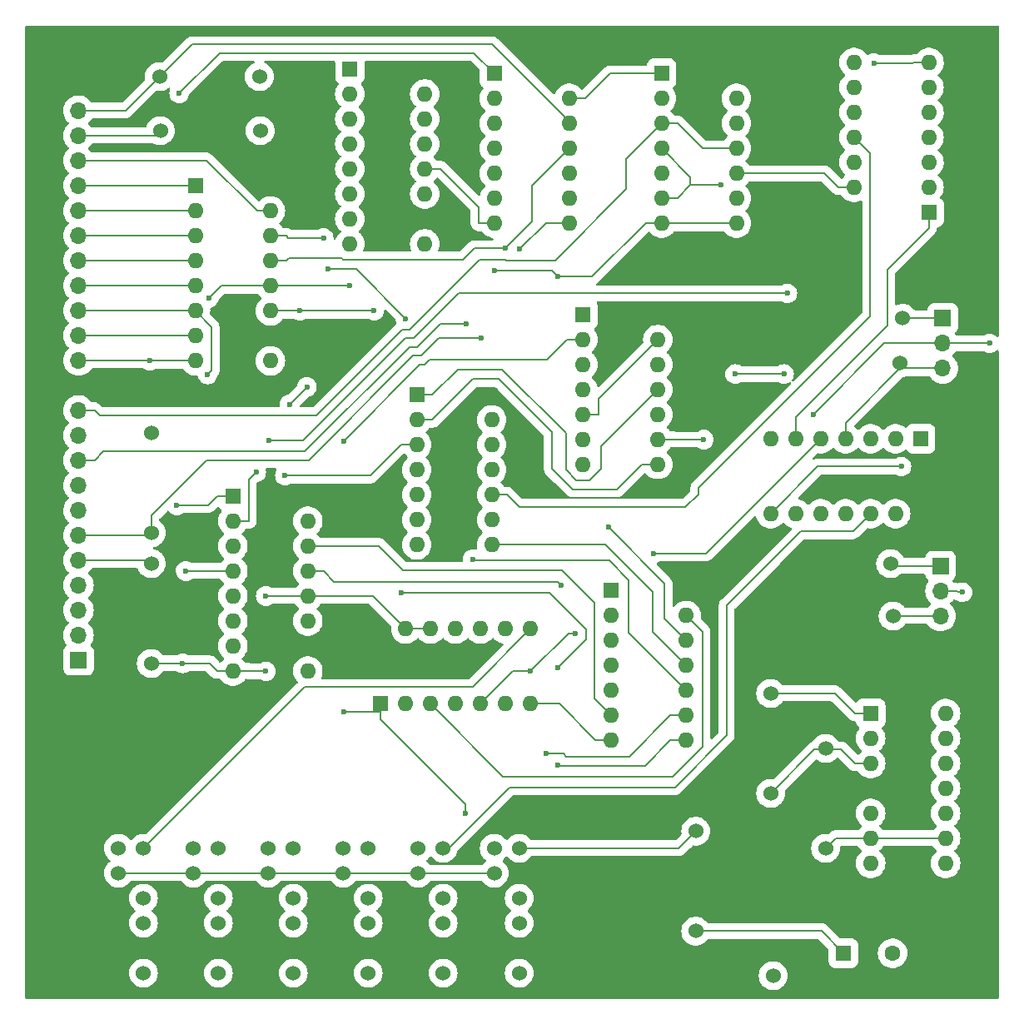
<source format=gbr>
%TF.GenerationSoftware,KiCad,Pcbnew,8.0.2-1*%
%TF.CreationDate,2024-08-04T08:33:09-04:00*%
%TF.ProjectId,clock,636c6f63-6b2e-46b6-9963-61645f706362,rev?*%
%TF.SameCoordinates,Original*%
%TF.FileFunction,Copper,L1,Top*%
%TF.FilePolarity,Positive*%
%FSLAX46Y46*%
G04 Gerber Fmt 4.6, Leading zero omitted, Abs format (unit mm)*
G04 Created by KiCad (PCBNEW 8.0.2-1) date 2024-08-04 08:33:09*
%MOMM*%
%LPD*%
G01*
G04 APERTURE LIST*
%TA.AperFunction,ComponentPad*%
%ADD10R,1.600000X1.600000*%
%TD*%
%TA.AperFunction,ComponentPad*%
%ADD11C,1.600000*%
%TD*%
%TA.AperFunction,ComponentPad*%
%ADD12C,1.524000*%
%TD*%
%TA.AperFunction,ComponentPad*%
%ADD13O,1.600000X1.600000*%
%TD*%
%TA.AperFunction,ComponentPad*%
%ADD14R,1.700000X1.700000*%
%TD*%
%TA.AperFunction,ComponentPad*%
%ADD15O,1.700000X1.700000*%
%TD*%
%TA.AperFunction,ViaPad*%
%ADD16C,0.600000*%
%TD*%
%TA.AperFunction,Conductor*%
%ADD17C,0.200000*%
%TD*%
G04 APERTURE END LIST*
D10*
%TO.P,C1,1*%
%TO.N,Net-(U4-IN-_1)*%
X162701000Y-144849000D03*
D11*
%TO.P,C1,2*%
%TO.N,Net-(U1-GND)*%
X167701000Y-144849000D03*
%TD*%
D12*
%TO.P,R11,1*%
%TO.N,Net-(U1-GND)*%
X103380000Y-61200000D03*
%TO.P,R11,2*%
%TO.N,Net-(U1-FAULT)*%
X93220000Y-61200000D03*
%TD*%
D10*
%TO.P,U9,1,0A*%
%TO.N,Net-(U14-3Q)*%
X119300000Y-88075000D03*
D13*
%TO.P,U9,2,0B*%
%TO.N,Net-(U14-4Q)*%
X119300000Y-90615000D03*
%TO.P,U9,3,Q0*%
%TO.N,Net-(U18-IN)*%
X119300000Y-93155000D03*
%TO.P,U9,4,Q1*%
%TO.N,unconnected-(U9-Q1-Pad4)*%
X119300000Y-95695000D03*
%TO.P,U9,5,1A*%
%TO.N,Net-(U1-GND)*%
X119300000Y-98235000D03*
%TO.P,U9,6,1B*%
X119300000Y-100775000D03*
%TO.P,U9,7,GND*%
X119300000Y-103315000D03*
%TO.P,U9,8,2A*%
%TO.N,Net-(U13-I4)*%
X126920000Y-103315000D03*
%TO.P,U9,9,2B*%
%TO.N,Net-(U17-4B)*%
X126920000Y-100775000D03*
%TO.P,U9,10,Q2*%
%TO.N,Net-(U6-I4)*%
X126920000Y-98235000D03*
%TO.P,U9,11,Q3*%
%TO.N,Net-(U1-READ_READY)*%
X126920000Y-95695000D03*
%TO.P,U9,12,3A*%
%TO.N,Net-(U10-3Q)*%
X126920000Y-93155000D03*
%TO.P,U9,13,3B*%
%TO.N,Net-(U10-4Q)*%
X126920000Y-90615000D03*
%TO.P,U9,14,V+*%
%TO.N,Net-(U1-V+)*%
X126920000Y-88075000D03*
%TD*%
D10*
%TO.P,U14,1,1A*%
%TO.N,Net-(U13-O1)*%
X136200000Y-79900000D03*
D13*
%TO.P,U14,2,1B*%
%TO.N,Net-(U14-1B)*%
X136200000Y-82440000D03*
%TO.P,U14,3,1Q*%
%TO.N,Net-(U13-I0)*%
X136200000Y-84980000D03*
%TO.P,U14,4,2A*%
%TO.N,Net-(U13-O5)*%
X136200000Y-87520000D03*
%TO.P,U14,5,2B*%
%TO.N,Net-(U13-O0)*%
X136200000Y-90060000D03*
%TO.P,U14,6,2Q*%
%TO.N,Net-(U13-I1)*%
X136200000Y-92600000D03*
%TO.P,U14,7,GND*%
%TO.N,Net-(U1-GND)*%
X136200000Y-95140000D03*
%TO.P,U14,8,4Q*%
%TO.N,Net-(U14-4Q)*%
X143820000Y-95140000D03*
%TO.P,U14,9,4B*%
%TO.N,Net-(U14-4B)*%
X143820000Y-92600000D03*
%TO.P,U14,10,4A*%
%TO.N,Net-(U13-O1)*%
X143820000Y-90060000D03*
%TO.P,U14,11,3Q*%
%TO.N,Net-(U14-3Q)*%
X143820000Y-87520000D03*
%TO.P,U14,12,3B*%
%TO.N,Net-(U12-OUT)*%
X143820000Y-84980000D03*
%TO.P,U14,13,3A*%
%TO.N,Net-(U13-O0)*%
X143820000Y-82440000D03*
%TO.P,U14,14,V+*%
%TO.N,Net-(U1-V+)*%
X143820000Y-79900000D03*
%TD*%
D10*
%TO.P,U19,1,Q1*%
%TO.N,Net-(U17-4B)*%
X112500000Y-54925000D03*
D13*
%TO.P,U19,2,Q2*%
%TO.N,unconnected-(U19-Q2-Pad2)*%
X112500000Y-57465000D03*
%TO.P,U19,3,Q3*%
%TO.N,unconnected-(U19-Q3-Pad3)*%
X112500000Y-60005000D03*
%TO.P,U19,4,Q4*%
%TO.N,unconnected-(U19-Q4-Pad4)*%
X112500000Y-62545000D03*
%TO.P,U19,5,Q5*%
%TO.N,unconnected-(U19-Q5-Pad5)*%
X112500000Y-65085000D03*
%TO.P,U19,6,Q6*%
%TO.N,unconnected-(U19-Q6-Pad6)*%
X112500000Y-67625000D03*
%TO.P,U19,7,Q7*%
%TO.N,unconnected-(U19-Q7-Pad7)*%
X112500000Y-70165000D03*
%TO.P,U19,8,GND*%
%TO.N,Net-(U1-GND)*%
X112500000Y-72705000D03*
%TO.P,U19,9,RCO#*%
%TO.N,unconnected-(U19-RCO#-Pad9)*%
X120120000Y-72705000D03*
%TO.P,U19,10,CCLR#*%
%TO.N,Net-(U1-V+)*%
X120120000Y-70165000D03*
%TO.P,U19,11,CCLK*%
%TO.N,Net-(U18-OUT)*%
X120120000Y-67625000D03*
%TO.P,U19,12,CCKEN#*%
%TO.N,Net-(U1-GND)*%
X120120000Y-65085000D03*
%TO.P,U19,13,RCLK*%
%TO.N,Net-(U18-OUT)*%
X120120000Y-62545000D03*
%TO.P,U19,14,OE#*%
%TO.N,Net-(U1-GND)*%
X120120000Y-60005000D03*
%TO.P,U19,15,Q0*%
%TO.N,Net-(U13-I4)*%
X120120000Y-57465000D03*
%TO.P,U19,16,V+*%
%TO.N,Net-(U1-V+)*%
X120120000Y-54925000D03*
%TD*%
D12*
%TO.P,R7,1*%
%TO.N,Net-(U1-V+)*%
X157332000Y-105225000D03*
%TO.P,R7,2*%
%TO.N,Net-(U5-3A)*%
X167492000Y-105225000D03*
%TD*%
%TO.P,U18,1,IN*%
%TO.N,Net-(U18-IN)*%
X106750000Y-134175000D03*
X106750000Y-139255000D03*
%TO.P,U18,2,GND*%
%TO.N,Net-(U1-GND)*%
X104210000Y-134175000D03*
X104210000Y-136715000D03*
%TO.P,U18,3,OUT*%
%TO.N,Net-(U18-OUT)*%
X106750000Y-141795000D03*
X106750000Y-146875000D03*
%TD*%
%TO.P,R3,1*%
%TO.N,Net-(U4-IN+_1)*%
X160883000Y-124021000D03*
%TO.P,R3,2*%
%TO.N,Net-(U1-GND)*%
X160883000Y-134181000D03*
%TD*%
D14*
%TO.P,U1,1,READ_0*%
%TO.N,unconnected-(U1-READ_0-Pad1)*%
X84904900Y-115048400D03*
D15*
%TO.P,U1,2,READ_1*%
%TO.N,unconnected-(U1-READ_1-Pad2)*%
X84904900Y-112508400D03*
%TO.P,U1,3,READ_2*%
%TO.N,unconnected-(U1-READ_2-Pad3)*%
X84904900Y-109968400D03*
%TO.P,U1,4,READ_3*%
%TO.N,unconnected-(U1-READ_3-Pad4)*%
X84904900Y-107428400D03*
%TO.P,U1,5,WRITE_0*%
%TO.N,Net-(U1-WRITE_0)*%
X84904900Y-104888400D03*
%TO.P,U1,6,WRITE_1*%
%TO.N,Net-(U1-WRITE_1)*%
X84904900Y-102348400D03*
%TO.P,U1,7,WRITE_2*%
%TO.N,unconnected-(U1-WRITE_2-Pad7)*%
X84904900Y-99808400D03*
%TO.P,U1,8,WRITE_2*%
%TO.N,unconnected-(U1-WRITE_2-Pad8)*%
X84904900Y-97268400D03*
%TO.P,U1,9,READ_READY*%
%TO.N,Net-(U1-READ_READY)*%
X84904900Y-94728400D03*
%TO.P,U1,10,CLK_A*%
%TO.N,Net-(U1-CLK_A)*%
X84904900Y-92188400D03*
%TO.P,U1,11,CLK_B*%
%TO.N,Net-(U1-CLK_B)*%
X84904900Y-89648400D03*
%TO.P,U1,12,V+*%
%TO.N,Net-(U1-V+)*%
X84904900Y-87108400D03*
%TO.P,U1,13,GND*%
%TO.N,Net-(U1-GND)*%
X84904900Y-84568400D03*
%TO.P,U1,14,D0*%
%TO.N,Net-(U1-D0)*%
X84904900Y-82028400D03*
%TO.P,U1,15,D1*%
%TO.N,Net-(U1-D1)*%
X84904900Y-79488400D03*
%TO.P,U1,16,D2*%
%TO.N,Net-(U1-D2)*%
X84904900Y-76948400D03*
%TO.P,U1,17,D3*%
%TO.N,Net-(U1-D3)*%
X84904900Y-74408400D03*
%TO.P,U1,18,D4*%
%TO.N,Net-(U1-D4)*%
X84904900Y-71868400D03*
%TO.P,U1,19,D5*%
%TO.N,Net-(U1-D5)*%
X84904900Y-69328400D03*
%TO.P,U1,20,D6*%
%TO.N,Net-(U1-D6)*%
X84904900Y-66788400D03*
%TO.P,U1,21,D7*%
%TO.N,Net-(U1-D7)*%
X84904900Y-64248400D03*
%TO.P,U1,22,FAULT*%
%TO.N,Net-(U1-FAULT)*%
X84904900Y-61708400D03*
%TO.P,U1,23,ENABLE*%
%TO.N,Net-(U1-ENABLE)*%
X84904900Y-59168400D03*
%TD*%
D10*
%TO.P,U4,1,OUT_1*%
%TO.N,Net-(U12-IN)*%
X165465000Y-120460000D03*
D13*
%TO.P,U4,2,IN-_1*%
%TO.N,Net-(U4-IN-_1)*%
X165465000Y-123000000D03*
%TO.P,U4,3,IN+_1*%
%TO.N,Net-(U4-IN+_1)*%
X165465000Y-125540000D03*
%TO.P,U4,4,V+*%
%TO.N,Net-(U1-V+)*%
X165465000Y-128080000D03*
%TO.P,U4,5,IN+_2*%
%TO.N,Net-(U1-GND)*%
X165465000Y-130620000D03*
%TO.P,U4,6,IN-_2*%
X165465000Y-133160000D03*
%TO.P,U4,7,OUT_2*%
%TO.N,unconnected-(U4-OUT_2-Pad7)*%
X165465000Y-135700000D03*
%TO.P,U4,8,OUT_3*%
%TO.N,unconnected-(U4-OUT_3-Pad8)*%
X173085000Y-135700000D03*
%TO.P,U4,9,IN-_3*%
%TO.N,Net-(U1-GND)*%
X173085000Y-133160000D03*
%TO.P,U4,10,IN+_3*%
X173085000Y-130620000D03*
%TO.P,U4,11,GND*%
X173085000Y-128080000D03*
%TO.P,U4,12,IN+_4*%
X173085000Y-125540000D03*
%TO.P,U4,13,IN-_4*%
X173085000Y-123000000D03*
%TO.P,U4,14,OUT_4*%
%TO.N,unconnected-(U4-OUT_4-Pad14)*%
X173085000Y-120460000D03*
%TD*%
D12*
%TO.P,R2,1*%
%TO.N,Net-(U1-V+)*%
X155549000Y-136975000D03*
%TO.P,R2,2*%
%TO.N,Net-(U4-IN+_1)*%
X155549000Y-147135000D03*
%TD*%
%TO.P,R8,1*%
%TO.N,Net-(U1-V+)*%
X157586000Y-110559000D03*
%TO.P,R8,2*%
%TO.N,Net-(U5-4A)*%
X167746000Y-110559000D03*
%TD*%
D10*
%TO.P,U5,1,1A*%
%TO.N,Net-(U5-1A)*%
X170540000Y-92525000D03*
D13*
%TO.P,U5,2,1B*%
%TO.N,Net-(U5-1B)*%
X168000000Y-92525000D03*
%TO.P,U5,3,1Q*%
%TO.N,Net-(U5-1Q)*%
X165460000Y-92525000D03*
%TO.P,U5,4,2A*%
%TO.N,Net-(U5-2A)*%
X162920000Y-92525000D03*
%TO.P,U5,5,2B*%
%TO.N,Net-(U16-IN)*%
X160380000Y-92525000D03*
%TO.P,U5,6,2Q*%
%TO.N,Net-(U5-2Q)*%
X157840000Y-92525000D03*
%TO.P,U5,7,GND*%
%TO.N,Net-(U1-GND)*%
X155300000Y-92525000D03*
%TO.P,U5,8,4Q*%
%TO.N,Net-(U5-4Q)*%
X155300000Y-100145000D03*
%TO.P,U5,9,4B*%
%TO.N,Net-(U5-4B)*%
X157840000Y-100145000D03*
%TO.P,U5,10,4A*%
%TO.N,Net-(U5-4A)*%
X160380000Y-100145000D03*
%TO.P,U5,11,3Q*%
%TO.N,Net-(U5-3Q)*%
X162920000Y-100145000D03*
%TO.P,U5,12,3B*%
%TO.N,Net-(U15-IN)*%
X165460000Y-100145000D03*
%TO.P,U5,13,3A*%
%TO.N,Net-(U5-3A)*%
X168000000Y-100145000D03*
%TO.P,U5,14,V+*%
%TO.N,Net-(U1-V+)*%
X170540000Y-100145000D03*
%TD*%
D12*
%TO.P,R4,1*%
%TO.N,Net-(U12-IN)*%
X147675000Y-132445000D03*
%TO.P,R4,2*%
%TO.N,Net-(U4-IN-_1)*%
X147675000Y-142605000D03*
%TD*%
%TO.P,U20,1,IN*%
%TO.N,Net-(U20-IN)*%
X99130000Y-134175000D03*
X99130000Y-139255000D03*
%TO.P,U20,2,GND*%
%TO.N,Net-(U1-GND)*%
X96590000Y-134175000D03*
X96590000Y-136715000D03*
%TO.P,U20,3,OUT*%
%TO.N,Net-(U1-CLK_B)*%
X99130000Y-141795000D03*
X99130000Y-146875000D03*
%TD*%
D10*
%TO.P,U3,1,Q1*%
%TO.N,Net-(U1-D6)*%
X100600000Y-98366000D03*
D13*
%TO.P,U3,2,Q2*%
%TO.N,Net-(U1-D5)*%
X100600000Y-100906000D03*
%TO.P,U3,3,Q3*%
%TO.N,Net-(U1-D4)*%
X100600000Y-103446000D03*
%TO.P,U3,4,Q4*%
%TO.N,Net-(U1-D3)*%
X100600000Y-105986000D03*
%TO.P,U3,5,Q5*%
%TO.N,Net-(U1-D2)*%
X100600000Y-108526000D03*
%TO.P,U3,6,Q6*%
%TO.N,Net-(U1-D1)*%
X100600000Y-111066000D03*
%TO.P,U3,7,Q7*%
%TO.N,Net-(U1-D0)*%
X100600000Y-113606000D03*
%TO.P,U3,8,GND*%
%TO.N,Net-(U1-GND)*%
X100600000Y-116146000D03*
%TO.P,U3,9,RCO#*%
%TO.N,unconnected-(U3-RCO#-Pad9)*%
X108220000Y-116146000D03*
%TO.P,U3,10,CCLR#*%
%TO.N,Net-(U1-V+)*%
X108220000Y-113606000D03*
%TO.P,U3,11,CCLK*%
%TO.N,Net-(U2-RCO#)*%
X108220000Y-111066000D03*
%TO.P,U3,12,CCKEN#*%
%TO.N,Net-(U1-GND)*%
X108220000Y-108526000D03*
%TO.P,U3,13,RCLK*%
%TO.N,Net-(U10-4Q)*%
X108220000Y-105986000D03*
%TO.P,U3,14,OE#*%
%TO.N,Net-(U13-O2)*%
X108220000Y-103446000D03*
%TO.P,U3,15,Q0*%
%TO.N,Net-(U1-D7)*%
X108220000Y-100906000D03*
%TO.P,U3,16,V+*%
%TO.N,Net-(U1-V+)*%
X108220000Y-98366000D03*
%TD*%
D10*
%TO.P,U13,1,I0*%
%TO.N,Net-(U13-I0)*%
X139100000Y-107975000D03*
D13*
%TO.P,U13,2,O0*%
%TO.N,Net-(U13-O0)*%
X139100000Y-110515000D03*
%TO.P,U13,3,I1*%
%TO.N,Net-(U13-I1)*%
X139100000Y-113055000D03*
%TO.P,U13,4,O1*%
%TO.N,Net-(U13-O1)*%
X139100000Y-115595000D03*
%TO.P,U13,5,I2*%
%TO.N,Net-(U10-4Q)*%
X139100000Y-118135000D03*
%TO.P,U13,6,O2*%
%TO.N,Net-(U13-O2)*%
X139100000Y-120675000D03*
%TO.P,U13,7,GND*%
%TO.N,Net-(U1-GND)*%
X139100000Y-123215000D03*
%TO.P,U13,8,03*%
%TO.N,Net-(U13-03)*%
X146720000Y-123215000D03*
%TO.P,U13,9,I3*%
%TO.N,Net-(U10-3Q)*%
X146720000Y-120675000D03*
%TO.P,U13,10,O4*%
%TO.N,Net-(U13-O4)*%
X146720000Y-118135000D03*
%TO.P,U13,11,I4*%
%TO.N,Net-(U13-I4)*%
X146720000Y-115595000D03*
%TO.P,U13,12,O5*%
%TO.N,Net-(U13-O5)*%
X146720000Y-113055000D03*
%TO.P,U13,13,I5*%
%TO.N,Net-(U13-I5)*%
X146720000Y-110515000D03*
%TO.P,U13,14,V+*%
%TO.N,Net-(U1-V+)*%
X146720000Y-107975000D03*
%TD*%
D12*
%TO.P,U12,1,IN*%
%TO.N,Net-(U12-IN)*%
X129730000Y-134175000D03*
X129730000Y-139255000D03*
%TO.P,U12,2,GND*%
%TO.N,Net-(U1-GND)*%
X127190000Y-134175000D03*
X127190000Y-136715000D03*
%TO.P,U12,3,OUT*%
%TO.N,Net-(U12-OUT)*%
X129730000Y-141795000D03*
X129730000Y-146875000D03*
%TD*%
%TO.P,R10,1*%
%TO.N,Net-(U1-GND)*%
X103300000Y-55700000D03*
%TO.P,R10,2*%
%TO.N,Net-(U1-ENABLE)*%
X93140000Y-55700000D03*
%TD*%
%TO.P,R6,1*%
%TO.N,Net-(U1-V+)*%
X158322000Y-84857000D03*
%TO.P,R6,2*%
%TO.N,Net-(U5-2A)*%
X168482000Y-84857000D03*
%TD*%
%TO.P,U16,1,IN*%
%TO.N,Net-(U16-IN)*%
X114370000Y-134175000D03*
X114370000Y-139255000D03*
%TO.P,U16,2,GND*%
%TO.N,Net-(U1-GND)*%
X111830000Y-134175000D03*
X111830000Y-136715000D03*
%TO.P,U16,3,OUT*%
%TO.N,Net-(U14-4B)*%
X114370000Y-141795000D03*
X114370000Y-146875000D03*
%TD*%
D14*
%TO.P,U8,1,1*%
%TO.N,Net-(U5-3A)*%
X172572000Y-105479000D03*
D15*
%TO.P,U8,2,2_(middle)*%
%TO.N,Net-(U1-GND)*%
X172572000Y-108019000D03*
%TO.P,U8,3,3*%
%TO.N,Net-(U5-4A)*%
X172572000Y-110559000D03*
%TD*%
D12*
%TO.P,R12,1*%
%TO.N,Net-(U1-WRITE_0)*%
X92300000Y-105220000D03*
%TO.P,R12,2*%
%TO.N,Net-(U1-GND)*%
X92300000Y-115380000D03*
%TD*%
D14*
%TO.P,U7,1,1*%
%TO.N,Net-(U5-1A)*%
X172800000Y-80300000D03*
D15*
%TO.P,U7,2,2_(middle)*%
%TO.N,Net-(U1-GND)*%
X172800000Y-82840000D03*
%TO.P,U7,3,3*%
%TO.N,Net-(U5-2A)*%
X172800000Y-85380000D03*
%TD*%
D12*
%TO.P,U21,1,IN*%
%TO.N,Net-(U17-4Q)*%
X91510000Y-134175000D03*
X91510000Y-139255000D03*
%TO.P,U21,2,GND*%
%TO.N,Net-(U1-GND)*%
X88970000Y-134175000D03*
X88970000Y-136715000D03*
%TO.P,U21,3,OUT*%
%TO.N,Net-(U1-CLK_A)*%
X91510000Y-141795000D03*
X91510000Y-146875000D03*
%TD*%
D10*
%TO.P,U10,1,1A*%
%TO.N,Net-(U1-WRITE_0)*%
X127200000Y-55375000D03*
D13*
%TO.P,U10,2,1B*%
%TO.N,Net-(U10-1B)*%
X127200000Y-57915000D03*
%TO.P,U10,3,1Q*%
%TO.N,Net-(U10-1Q)*%
X127200000Y-60455000D03*
%TO.P,U10,4,2A*%
%TO.N,Net-(U1-WRITE_1)*%
X127200000Y-62995000D03*
%TO.P,U10,5,2B*%
%TO.N,Net-(U10-2B)*%
X127200000Y-65535000D03*
%TO.P,U10,6,2Q*%
%TO.N,Net-(U10-2Q)*%
X127200000Y-68075000D03*
%TO.P,U10,7,GND*%
%TO.N,Net-(U1-GND)*%
X127200000Y-70615000D03*
%TO.P,U10,8,4Q*%
%TO.N,Net-(U10-4Q)*%
X134820000Y-70615000D03*
%TO.P,U10,9,4B*%
%TO.N,Net-(U10-4B)*%
X134820000Y-68075000D03*
%TO.P,U10,10,4A*%
%TO.N,Net-(U1-ENABLE)*%
X134820000Y-65535000D03*
%TO.P,U10,11,3Q*%
%TO.N,Net-(U10-3Q)*%
X134820000Y-62995000D03*
%TO.P,U10,12,3B*%
%TO.N,Net-(U1-ENABLE)*%
X134820000Y-60455000D03*
%TO.P,U10,13,3A*%
%TO.N,Net-(U10-3A)*%
X134820000Y-57915000D03*
%TO.P,U10,14,V+*%
%TO.N,Net-(U1-V+)*%
X134820000Y-55375000D03*
%TD*%
D12*
%TO.P,R1,1*%
%TO.N,Net-(U1-V+)*%
X158576000Y-80285000D03*
%TO.P,R1,2*%
%TO.N,Net-(U5-1A)*%
X168736000Y-80285000D03*
%TD*%
%TO.P,R5,1*%
%TO.N,Net-(U12-IN)*%
X155295000Y-118433000D03*
%TO.P,R5,2*%
%TO.N,Net-(U4-IN+_1)*%
X155295000Y-128593000D03*
%TD*%
D10*
%TO.P,U17,1,1A*%
%TO.N,Net-(U14-1B)*%
X115640000Y-119500000D03*
D13*
%TO.P,U17,2,1B*%
%TO.N,Net-(U1-FAULT)*%
X118180000Y-119500000D03*
%TO.P,U17,3,1Q*%
%TO.N,Net-(U13-I5)*%
X120720000Y-119500000D03*
%TO.P,U17,4,2A*%
%TO.N,Net-(U1-GND)*%
X123260000Y-119500000D03*
%TO.P,U17,5,2B*%
X125800000Y-119500000D03*
%TO.P,U17,6,2Q*%
%TO.N,unconnected-(U17-2Q-Pad6)*%
X128340000Y-119500000D03*
%TO.P,U17,7,GND*%
%TO.N,Net-(U1-GND)*%
X130880000Y-119500000D03*
%TO.P,U17,8,4Q*%
%TO.N,Net-(U17-4Q)*%
X130880000Y-111880000D03*
%TO.P,U17,9,4B*%
%TO.N,Net-(U17-4B)*%
X128340000Y-111880000D03*
%TO.P,U17,10,4A*%
%TO.N,Net-(U13-O4)*%
X125800000Y-111880000D03*
%TO.P,U17,11,3Q*%
%TO.N,unconnected-(U17-3Q-Pad11)*%
X123260000Y-111880000D03*
%TO.P,U17,12,3B*%
%TO.N,Net-(U1-GND)*%
X120720000Y-111880000D03*
%TO.P,U17,13,3A*%
X118180000Y-111880000D03*
%TO.P,U17,14,V+*%
%TO.N,Net-(U1-V+)*%
X115640000Y-111880000D03*
%TD*%
D12*
%TO.P,R9,1*%
%TO.N,Net-(U1-WRITE_1)*%
X92300000Y-102100000D03*
%TO.P,R9,2*%
%TO.N,Net-(U1-GND)*%
X92300000Y-91940000D03*
%TD*%
D10*
%TO.P,U6,1,I0*%
%TO.N,Net-(U5-2Q)*%
X171400000Y-69500000D03*
D13*
%TO.P,U6,2,O0*%
%TO.N,Net-(U5-1B)*%
X171400000Y-66960000D03*
%TO.P,U6,3,I1*%
%TO.N,Net-(U5-1Q)*%
X171400000Y-64420000D03*
%TO.P,U6,4,O1*%
%TO.N,Net-(U16-IN)*%
X171400000Y-61880000D03*
%TO.P,U6,5,I2*%
%TO.N,Net-(U5-4Q)*%
X171400000Y-59340000D03*
%TO.P,U6,6,O2*%
%TO.N,Net-(U15-IN)*%
X171400000Y-56800000D03*
%TO.P,U6,7,GND*%
%TO.N,Net-(U1-GND)*%
X171400000Y-54260000D03*
%TO.P,U6,8,03*%
%TO.N,Net-(U5-4B)*%
X163780000Y-54260000D03*
%TO.P,U6,9,I3*%
%TO.N,Net-(U5-3Q)*%
X163780000Y-56800000D03*
%TO.P,U6,10,O4*%
%TO.N,Net-(U20-IN)*%
X163780000Y-59340000D03*
%TO.P,U6,11,I4*%
%TO.N,Net-(U6-I4)*%
X163780000Y-61880000D03*
%TO.P,U6,12,O5*%
%TO.N,unconnected-(U6-O5-Pad12)*%
X163780000Y-64420000D03*
%TO.P,U6,13,I5*%
%TO.N,Net-(U1-GND)*%
X163780000Y-66960000D03*
%TO.P,U6,14,V+*%
%TO.N,Net-(U1-V+)*%
X163780000Y-69500000D03*
%TD*%
D10*
%TO.P,U2,1,Q1*%
%TO.N,Net-(U1-D6)*%
X96800000Y-66825000D03*
D13*
%TO.P,U2,2,Q2*%
%TO.N,Net-(U1-D5)*%
X96800000Y-69365000D03*
%TO.P,U2,3,Q3*%
%TO.N,Net-(U1-D4)*%
X96800000Y-71905000D03*
%TO.P,U2,4,Q4*%
%TO.N,Net-(U1-D3)*%
X96800000Y-74445000D03*
%TO.P,U2,5,Q5*%
%TO.N,Net-(U1-D2)*%
X96800000Y-76985000D03*
%TO.P,U2,6,Q6*%
%TO.N,Net-(U1-D1)*%
X96800000Y-79525000D03*
%TO.P,U2,7,Q7*%
%TO.N,Net-(U1-D0)*%
X96800000Y-82065000D03*
%TO.P,U2,8,GND*%
%TO.N,Net-(U1-GND)*%
X96800000Y-84605000D03*
%TO.P,U2,9,RCO#*%
%TO.N,Net-(U2-RCO#)*%
X104420000Y-84605000D03*
%TO.P,U2,10,CCLR#*%
%TO.N,Net-(U1-V+)*%
X104420000Y-82065000D03*
%TO.P,U2,11,CCLK*%
%TO.N,Net-(U18-OUT)*%
X104420000Y-79525000D03*
%TO.P,U2,12,CCKEN#*%
%TO.N,Net-(U1-GND)*%
X104420000Y-76985000D03*
%TO.P,U2,13,RCLK*%
%TO.N,Net-(U10-3Q)*%
X104420000Y-74445000D03*
%TO.P,U2,14,OE#*%
%TO.N,Net-(U13-03)*%
X104420000Y-71905000D03*
%TO.P,U2,15,Q0*%
%TO.N,Net-(U1-D7)*%
X104420000Y-69365000D03*
%TO.P,U2,16,V+*%
%TO.N,Net-(U1-V+)*%
X104420000Y-66825000D03*
%TD*%
D10*
%TO.P,U11,1,0Q*%
%TO.N,Net-(U10-3A)*%
X144200000Y-55375000D03*
D13*
%TO.P,U11,2,0Q#*%
%TO.N,Net-(U10-1B)*%
X144200000Y-57915000D03*
%TO.P,U11,3,0CLK*%
%TO.N,Net-(U1-CLK_B)*%
X144200000Y-60455000D03*
%TO.P,U11,4,0RESET*%
%TO.N,Net-(U1-GND)*%
X144200000Y-62995000D03*
%TO.P,U11,5,0D*%
%TO.N,Net-(U10-1Q)*%
X144200000Y-65535000D03*
%TO.P,U11,6,0SET*%
%TO.N,Net-(U1-GND)*%
X144200000Y-68075000D03*
%TO.P,U11,7,GND*%
X144200000Y-70615000D03*
%TO.P,U11,8,1SET*%
X151820000Y-70615000D03*
%TO.P,U11,9,1D*%
%TO.N,Net-(U10-2Q)*%
X151820000Y-68075000D03*
%TO.P,U11,10,1RESET*%
%TO.N,Net-(U1-GND)*%
X151820000Y-65535000D03*
%TO.P,U11,11,1CLK*%
%TO.N,Net-(U1-CLK_B)*%
X151820000Y-62995000D03*
%TO.P,U11,12,1Q3*%
%TO.N,Net-(U10-2B)*%
X151820000Y-60455000D03*
%TO.P,U11,13,1Q*%
%TO.N,Net-(U10-4B)*%
X151820000Y-57915000D03*
%TO.P,U11,14,V+*%
%TO.N,Net-(U1-V+)*%
X151820000Y-55375000D03*
%TD*%
D12*
%TO.P,U15,1,IN*%
%TO.N,Net-(U15-IN)*%
X121990000Y-134175000D03*
X121990000Y-139255000D03*
%TO.P,U15,2,GND*%
%TO.N,Net-(U1-GND)*%
X119450000Y-134175000D03*
X119450000Y-136715000D03*
%TO.P,U15,3,OUT*%
%TO.N,Net-(U14-1B)*%
X121990000Y-141795000D03*
X121990000Y-146875000D03*
%TD*%
D16*
%TO.N,Net-(U1-GND)*%
X95495900Y-115380000D03*
X177572200Y-82840000D03*
X151691000Y-85959300D03*
X133623500Y-76057900D03*
X103950400Y-108526000D03*
X150218300Y-66742800D03*
X112500000Y-76985000D03*
X165801900Y-54317500D03*
X127200000Y-75447000D03*
X130880000Y-116193400D03*
X92162000Y-84568400D03*
X156646900Y-85959300D03*
X159601900Y-90112900D03*
X174788200Y-108152500D03*
X135406100Y-112359600D03*
X103950400Y-116193400D03*
X98132000Y-78255000D03*
%TO.N,Net-(U1-V+)*%
X146139300Y-80285000D03*
X169726800Y-101939900D03*
X153896300Y-104253000D03*
X124580100Y-54597900D03*
X146820900Y-97710600D03*
X160378400Y-80285000D03*
X157586000Y-128275900D03*
X160373000Y-63585600D03*
X160373000Y-69051000D03*
X159842200Y-82070600D03*
X124580100Y-51300200D03*
X124591000Y-72146500D03*
X156998200Y-129749800D03*
X115738800Y-98366000D03*
X115668500Y-81994700D03*
%TO.N,Net-(U1-D6)*%
X94908000Y-99299800D03*
%TO.N,Net-(U1-READ_READY)*%
X124324500Y-80861500D03*
%TO.N,Net-(U1-D1)*%
X98038700Y-85985000D03*
%TO.N,Net-(U1-WRITE_1)*%
X125854400Y-82307500D03*
%TO.N,Net-(U1-D3)*%
X95809700Y-105986000D03*
%TO.N,Net-(U1-WRITE_0)*%
X95142400Y-57410500D03*
%TO.N,Net-(U1-D5)*%
X102973800Y-95935100D03*
%TO.N,Net-(U1-D7)*%
X108123900Y-87273700D03*
X106353900Y-89043700D03*
%TO.N,Net-(U13-03)*%
X118151500Y-80302500D03*
X109835100Y-72123700D03*
X117698300Y-108170300D03*
X133628800Y-115844500D03*
X110289600Y-75299700D03*
X133628800Y-125734700D03*
%TO.N,Net-(U18-OUT)*%
X107407700Y-79525000D03*
X114952000Y-79525000D03*
%TO.N,Net-(U10-3Q)*%
X132500900Y-124537600D03*
X128333000Y-73148400D03*
%TO.N,Net-(U10-4Q)*%
X134013600Y-107413200D03*
X129781100Y-73265500D03*
%TO.N,Net-(U16-IN)*%
X143368100Y-104219600D03*
%TO.N,Net-(U5-4Q)*%
X168583500Y-95365500D03*
%TO.N,Net-(U20-IN)*%
X104284500Y-92724900D03*
X156998200Y-77756900D03*
%TO.N,Net-(U18-IN)*%
X105890800Y-96275100D03*
%TO.N,Net-(U13-O5)*%
X138774700Y-101533300D03*
%TO.N,Net-(U13-O4)*%
X124999100Y-104773600D03*
%TO.N,Net-(U14-4B)*%
X148487600Y-92622200D03*
%TO.N,Net-(U14-1B)*%
X111880900Y-120300800D03*
X111880900Y-92759300D03*
X124276500Y-130628500D03*
%TD*%
D17*
%TO.N,Net-(U4-IN-_1)*%
X160457000Y-142605000D02*
X147675000Y-142605000D01*
X162701000Y-144849000D02*
X160457000Y-142605000D01*
%TO.N,Net-(U1-GND)*%
X139100000Y-123215000D02*
X137498300Y-123215000D01*
X161904000Y-133160000D02*
X165465000Y-133160000D01*
X92162000Y-84568400D02*
X86556600Y-84568400D01*
X98232400Y-115380100D02*
X95495900Y-115380100D01*
X171400000Y-54260000D02*
X169798300Y-54260000D01*
X174357200Y-108152500D02*
X174788200Y-108152500D01*
X130880000Y-116193400D02*
X134713800Y-112359600D01*
X100600000Y-116146000D02*
X98998300Y-116146000D01*
X156646900Y-85959300D02*
X151691000Y-85959300D01*
X137155400Y-76057900D02*
X133623500Y-76057900D01*
X114826000Y-108526000D02*
X108220000Y-108526000D01*
X163780000Y-66960000D02*
X162178300Y-66960000D01*
X92162000Y-84568400D02*
X92198600Y-84605000D01*
X142598300Y-70615000D02*
X137155400Y-76057900D01*
X144200000Y-62995000D02*
X147133900Y-65928900D01*
X169740800Y-54317500D02*
X165801900Y-54317500D01*
X151820000Y-65535000D02*
X160753300Y-65535000D01*
X127200000Y-70615000D02*
X125598300Y-70615000D01*
X144200000Y-70615000D02*
X142598300Y-70615000D01*
X99402000Y-76985000D02*
X104420000Y-76985000D01*
X174223700Y-108019000D02*
X174357200Y-108152500D01*
X103950400Y-116193400D02*
X102249100Y-116193400D01*
X95495900Y-115380100D02*
X95495900Y-115380000D01*
X120720000Y-111880000D02*
X118180000Y-111880000D01*
X133623500Y-76057900D02*
X133012600Y-75447000D01*
X133012600Y-75447000D02*
X127200000Y-75447000D01*
X111830000Y-136715000D02*
X104210000Y-136715000D01*
X134713800Y-112359600D02*
X135406100Y-112359600D01*
X102249100Y-116193400D02*
X102201700Y-116146000D01*
X169798300Y-54260000D02*
X169740800Y-54317500D01*
X129106600Y-116193400D02*
X130880000Y-116193400D01*
X118180000Y-111880000D02*
X114826000Y-108526000D01*
X144200000Y-70615000D02*
X151820000Y-70615000D01*
X92198600Y-84605000D02*
X96800000Y-84605000D01*
X172800000Y-82840000D02*
X177572200Y-82840000D01*
X111830000Y-136715000D02*
X119450000Y-136715000D01*
X160883000Y-134181000D02*
X161904000Y-133160000D01*
X144200000Y-68075000D02*
X145801700Y-68075000D01*
X172572000Y-108019000D02*
X174223700Y-108019000D01*
X130880000Y-119500000D02*
X133783300Y-119500000D01*
X145801700Y-68075000D02*
X147133900Y-66742800D01*
X125800000Y-119500000D02*
X129106600Y-116193400D01*
X98998300Y-116146000D02*
X98232400Y-115380100D01*
X119450000Y-136715000D02*
X127190000Y-136715000D01*
X108220000Y-108526000D02*
X103950400Y-108526000D01*
X104210000Y-136715000D02*
X96590000Y-136715000D01*
X104420000Y-76985000D02*
X112500000Y-76985000D01*
X125598300Y-70615000D02*
X125598300Y-68961600D01*
X120120000Y-65085000D02*
X121721700Y-65085000D01*
X100600000Y-116146000D02*
X102201700Y-116146000D01*
X166874800Y-82840000D02*
X172800000Y-82840000D01*
X96590000Y-136715000D02*
X88970000Y-136715000D01*
X92300000Y-115380000D02*
X95495900Y-115380000D01*
X165465000Y-133160000D02*
X173085000Y-133160000D01*
X133783300Y-119500000D02*
X137498300Y-123215000D01*
X160753300Y-65535000D02*
X162178300Y-66960000D01*
X98132000Y-78255000D02*
X99402000Y-76985000D01*
X125598300Y-68961600D02*
X121721700Y-65085000D01*
X147133900Y-65928900D02*
X147133900Y-66742800D01*
X147133900Y-66742800D02*
X150218300Y-66742800D01*
X84904900Y-84568400D02*
X86556600Y-84568400D01*
X159601900Y-90112900D02*
X166874800Y-82840000D01*
%TO.N,Net-(U5-1A)*%
X168751000Y-80300000D02*
X168736000Y-80285000D01*
X172800000Y-80300000D02*
X168751000Y-80300000D01*
%TO.N,Net-(U1-V+)*%
X126920000Y-88075000D02*
X131143200Y-92298200D01*
X123703200Y-72146500D02*
X124591000Y-72146500D01*
X104420000Y-82065000D02*
X102818300Y-82065000D01*
X158576000Y-80285000D02*
X158576000Y-80804400D01*
X145806700Y-80285000D02*
X145421700Y-79900000D01*
X153421700Y-55375000D02*
X153421700Y-56634300D01*
X131202000Y-51300200D02*
X124580100Y-51300200D01*
X131143200Y-94961700D02*
X134743700Y-98562200D01*
X120120000Y-70165000D02*
X121721700Y-70165000D01*
X104420000Y-82065000D02*
X115598200Y-82065000D01*
X146139300Y-80285000D02*
X158576000Y-80285000D01*
X165465000Y-128080000D02*
X164084500Y-128080000D01*
X151363200Y-55375000D02*
X150218300Y-55375000D01*
X164084500Y-128080000D02*
X157781900Y-128080000D01*
X115598200Y-82065000D02*
X115668500Y-81994700D01*
X122048800Y-54597900D02*
X124580100Y-54597900D01*
X102818300Y-82779900D02*
X102818300Y-82065000D01*
X121721700Y-70165000D02*
X123703200Y-72146500D01*
X161729300Y-69051000D02*
X160373000Y-69051000D01*
X134820000Y-55375000D02*
X135276800Y-55375000D01*
X151820000Y-55375000D02*
X153421700Y-55375000D01*
X151363200Y-55375000D02*
X151820000Y-55375000D01*
X157781900Y-128080000D02*
X157586000Y-128275900D01*
X121721700Y-54925000D02*
X122048800Y-54597900D01*
X158576000Y-80804400D02*
X159842200Y-82070600D01*
X135276800Y-55375000D02*
X136421700Y-55375000D01*
X143820000Y-79900000D02*
X145421700Y-79900000D01*
X146720000Y-107975000D02*
X148321700Y-107975000D01*
X108220000Y-98366000D02*
X115738800Y-98366000D01*
X136421700Y-55375000D02*
X138023400Y-53773300D01*
X166119300Y-101939900D02*
X169726800Y-101939900D01*
X152043700Y-104253000D02*
X148321700Y-107975000D01*
X157586000Y-129162000D02*
X156998200Y-129749800D01*
X158576000Y-80285000D02*
X160378400Y-80285000D01*
X163780000Y-69500000D02*
X162178300Y-69500000D01*
X162178300Y-69500000D02*
X161729300Y-69051000D01*
X112312300Y-113606000D02*
X108220000Y-113606000D01*
X162834200Y-105225000D02*
X166119300Y-101939900D01*
X146139300Y-80285000D02*
X145806700Y-80285000D01*
X131143200Y-92298200D02*
X131143200Y-94961700D01*
X84904900Y-87108400D02*
X98489800Y-87108400D01*
X115640000Y-111880000D02*
X114038300Y-111880000D01*
X153896300Y-104253000D02*
X152043700Y-104253000D01*
X138023400Y-53773300D02*
X148616600Y-53773300D01*
X157332000Y-105225000D02*
X162834200Y-105225000D01*
X135276800Y-55375000D02*
X131202000Y-51300200D01*
X153421700Y-56634300D02*
X160373000Y-63585600D01*
X145969300Y-98562200D02*
X146820900Y-97710600D01*
X157586000Y-128275900D02*
X157586000Y-129162000D01*
X120120000Y-54925000D02*
X121721700Y-54925000D01*
X134743700Y-98562200D02*
X145969300Y-98562200D01*
X148616600Y-53773300D02*
X150218300Y-55375000D01*
X114038300Y-111880000D02*
X112312300Y-113606000D01*
X98489800Y-87108400D02*
X102818300Y-82779900D01*
%TO.N,Net-(U4-IN+_1)*%
X160883000Y-124150000D02*
X160883000Y-124021000D01*
X160883000Y-124150000D02*
X162473300Y-124150000D01*
X165465000Y-125540000D02*
X163863300Y-125540000D01*
X162473300Y-124150000D02*
X163863300Y-125540000D01*
X159738000Y-124150000D02*
X160883000Y-124150000D01*
X155295000Y-128593000D02*
X159738000Y-124150000D01*
%TO.N,Net-(U12-IN)*%
X161836300Y-118433000D02*
X163863300Y-120460000D01*
X145945000Y-134175000D02*
X147675000Y-132445000D01*
X165465000Y-120460000D02*
X163863300Y-120460000D01*
X129730000Y-134175000D02*
X145945000Y-134175000D01*
X155295000Y-118433000D02*
X161836300Y-118433000D01*
%TO.N,Net-(U5-2A)*%
X168734200Y-85109100D02*
X168482000Y-84857000D01*
X162920000Y-90923300D02*
X168734200Y-85109100D01*
X162920000Y-92525000D02*
X162920000Y-90923300D01*
X169005000Y-85380000D02*
X168734200Y-85109100D01*
X172800000Y-85380000D02*
X169005000Y-85380000D01*
%TO.N,Net-(U5-3A)*%
X167746000Y-105479000D02*
X167492000Y-105225000D01*
X172572000Y-105479000D02*
X167746000Y-105479000D01*
%TO.N,Net-(U5-4A)*%
X172572000Y-110559000D02*
X167746000Y-110559000D01*
%TO.N,Net-(U1-FAULT)*%
X84904900Y-61708400D02*
X92711600Y-61708400D01*
X92711600Y-61708400D02*
X93220000Y-61200000D01*
%TO.N,Net-(U1-D0)*%
X95161700Y-82028400D02*
X95198300Y-82065000D01*
X84904900Y-82028400D02*
X95161700Y-82028400D01*
X96800000Y-82065000D02*
X95198300Y-82065000D01*
%TO.N,Net-(U1-D6)*%
X95161700Y-66788400D02*
X95198300Y-66825000D01*
X96800000Y-66825000D02*
X95198300Y-66825000D01*
X98998300Y-98366000D02*
X98064500Y-99299800D01*
X100600000Y-98366000D02*
X98998300Y-98366000D01*
X98064500Y-99299800D02*
X94908000Y-99299800D01*
X84904900Y-66788400D02*
X95161700Y-66788400D01*
%TO.N,Net-(U1-CLK_B)*%
X128333200Y-74345300D02*
X128365000Y-74377100D01*
X87053600Y-90145400D02*
X109076100Y-90145400D01*
X144200000Y-60455000D02*
X145801700Y-60455000D01*
X86556600Y-89648400D02*
X87053600Y-90145400D01*
X128365000Y-74377100D02*
X133358700Y-74377100D01*
X117817300Y-81404200D02*
X118607800Y-81404200D01*
X84904900Y-89648400D02*
X86556600Y-89648400D01*
X125666700Y-74345300D02*
X128333200Y-74345300D01*
X140575800Y-67160000D02*
X140575800Y-64079200D01*
X109076100Y-90145400D02*
X117817300Y-81404200D01*
X118607800Y-81404200D02*
X125666700Y-74345300D01*
X133358700Y-74377100D02*
X140575800Y-67160000D01*
X151820000Y-62995000D02*
X148341700Y-62995000D01*
X148341700Y-62995000D02*
X145801700Y-60455000D01*
X140575800Y-64079200D02*
X144200000Y-60455000D01*
%TO.N,Net-(U1-READ_READY)*%
X121700900Y-80861500D02*
X124324500Y-80861500D01*
X86556600Y-94728400D02*
X87458300Y-93826700D01*
X118564300Y-83207600D02*
X119354800Y-83207600D01*
X87458300Y-93826700D02*
X107945200Y-93826700D01*
X119354800Y-83207600D02*
X121700900Y-80861500D01*
X107945200Y-93826700D02*
X118564300Y-83207600D01*
X84904900Y-94728400D02*
X86556600Y-94728400D01*
%TO.N,Net-(U1-D1)*%
X84904900Y-79488400D02*
X95161700Y-79488400D01*
X98438000Y-81163000D02*
X98438000Y-85585700D01*
X96800000Y-79525000D02*
X98438000Y-81163000D01*
X95161700Y-79488400D02*
X95198300Y-79525000D01*
X98438000Y-85585700D02*
X98038700Y-85985000D01*
X96343200Y-79525000D02*
X96800000Y-79525000D01*
X96343200Y-79525000D02*
X95198300Y-79525000D01*
%TO.N,Net-(U1-WRITE_1)*%
X118937800Y-84109300D02*
X119728400Y-84109300D01*
X108318700Y-94728400D02*
X118937800Y-84109300D01*
X92300000Y-102100000D02*
X92300000Y-100349800D01*
X92300000Y-100349800D02*
X97921400Y-94728400D01*
X84904900Y-102348400D02*
X92051600Y-102348400D01*
X92051600Y-102348400D02*
X92300000Y-102100000D01*
X121530200Y-82307500D02*
X125854400Y-82307500D01*
X119728400Y-84109300D02*
X121530200Y-82307500D01*
X97921400Y-94728400D02*
X108318700Y-94728400D01*
%TO.N,Net-(U1-D3)*%
X84904900Y-74408400D02*
X95161700Y-74408400D01*
X100600000Y-105986000D02*
X95809700Y-105986000D01*
X95161700Y-74408400D02*
X95198300Y-74445000D01*
X96800000Y-74445000D02*
X95198300Y-74445000D01*
%TO.N,Net-(U1-WRITE_0)*%
X125128700Y-53303700D02*
X127200000Y-55375000D01*
X99249200Y-53303700D02*
X125128700Y-53303700D01*
X95142400Y-57410500D02*
X99249200Y-53303700D01*
X84904900Y-104888400D02*
X91968400Y-104888400D01*
X91968400Y-104888400D02*
X92300000Y-105220000D01*
%TO.N,Net-(U1-D4)*%
X95161700Y-71868400D02*
X95198300Y-71905000D01*
X84904900Y-71868400D02*
X95161700Y-71868400D01*
X96800000Y-71905000D02*
X95198300Y-71905000D01*
%TO.N,Net-(U1-D2)*%
X96800000Y-76985000D02*
X95198300Y-76985000D01*
X95161700Y-76948400D02*
X95198300Y-76985000D01*
X84904900Y-76948400D02*
X95161700Y-76948400D01*
%TO.N,Net-(U1-D5)*%
X100600000Y-100906000D02*
X102201700Y-100906000D01*
X96800000Y-69365000D02*
X95198300Y-69365000D01*
X102201700Y-100906000D02*
X102201700Y-96707200D01*
X102201700Y-96707200D02*
X102973800Y-95935100D01*
X84904900Y-69328400D02*
X95161700Y-69328400D01*
X95161700Y-69328400D02*
X95198300Y-69365000D01*
%TO.N,Net-(U1-ENABLE)*%
X134820000Y-60235800D02*
X126986200Y-52402000D01*
X96438000Y-52402000D02*
X93140000Y-55700000D01*
X126986200Y-52402000D02*
X96438000Y-52402000D01*
X89671600Y-59168400D02*
X93140000Y-55700000D01*
X134820000Y-60455000D02*
X134820000Y-60235800D01*
X84904900Y-59168400D02*
X89671600Y-59168400D01*
%TO.N,Net-(U1-D7)*%
X97927600Y-64248400D02*
X103044200Y-69365000D01*
X104420000Y-69365000D02*
X103044200Y-69365000D01*
X106353900Y-89043700D02*
X108123900Y-87273700D01*
X84904900Y-64248400D02*
X97927600Y-64248400D01*
%TO.N,Net-(U13-03)*%
X136507800Y-111891900D02*
X132786200Y-108170300D01*
X110289600Y-75299700D02*
X113148700Y-75299700D01*
X106240400Y-72123700D02*
X109835100Y-72123700D01*
X136507800Y-112965500D02*
X136507800Y-111891900D01*
X146720000Y-123215000D02*
X145118300Y-123215000D01*
X142506400Y-125826900D02*
X133721000Y-125826900D01*
X113148700Y-75299700D02*
X118151500Y-80302500D01*
X133628800Y-115844500D02*
X136507800Y-112965500D01*
X133721000Y-125826900D02*
X133628800Y-125734700D01*
X132786200Y-108170300D02*
X117698300Y-108170300D01*
X104420000Y-71905000D02*
X106021700Y-71905000D01*
X106021700Y-71905000D02*
X106240400Y-72123700D01*
X145118300Y-123215000D02*
X142506400Y-125826900D01*
%TO.N,Net-(U18-OUT)*%
X107407700Y-79525000D02*
X114952000Y-79525000D01*
X104420000Y-79525000D02*
X107407700Y-79525000D01*
%TO.N,Net-(U10-3Q)*%
X128333000Y-73148400D02*
X131010000Y-70471400D01*
X146720000Y-120675000D02*
X145118300Y-120675000D01*
X104420000Y-74445000D02*
X106021700Y-74445000D01*
X128333000Y-73148400D02*
X125147300Y-73148400D01*
X125147300Y-73148400D02*
X123974300Y-74321400D01*
X145118300Y-120675000D02*
X140929700Y-124863600D01*
X134534900Y-124863600D02*
X134208900Y-124537600D01*
X111820500Y-74321400D02*
X111697100Y-74198000D01*
X131010000Y-70471400D02*
X131010000Y-66805000D01*
X123974300Y-74321400D02*
X111820500Y-74321400D01*
X140929700Y-124863600D02*
X134534900Y-124863600D01*
X134208900Y-124537600D02*
X132500900Y-124537600D01*
X111697100Y-74198000D02*
X106268700Y-74198000D01*
X131010000Y-66805000D02*
X134820000Y-62995000D01*
X106268700Y-74198000D02*
X106021700Y-74445000D01*
%TO.N,Net-(U10-4Q)*%
X133669000Y-107068600D02*
X110904300Y-107068600D01*
X134820000Y-70615000D02*
X132431600Y-70615000D01*
X110904300Y-107068600D02*
X109821700Y-105986000D01*
X132431600Y-70615000D02*
X129781100Y-73265500D01*
X108220000Y-105986000D02*
X109821700Y-105986000D01*
X134013600Y-107413200D02*
X133669000Y-107068600D01*
%TO.N,Net-(U13-O2)*%
X139100000Y-120675000D02*
X137409500Y-118984500D01*
X137409500Y-118984500D02*
X137409500Y-109233700D01*
X115482700Y-103446000D02*
X108220000Y-103446000D01*
X137409500Y-109233700D02*
X134053400Y-105877600D01*
X134053400Y-105877600D02*
X117914300Y-105877600D01*
X117914300Y-105877600D02*
X115482700Y-103446000D01*
%TO.N,Net-(U16-IN)*%
X160380000Y-92525000D02*
X148685400Y-104219600D01*
X148685400Y-104219600D02*
X143368100Y-104219600D01*
%TO.N,Net-(U15-IN)*%
X150809200Y-122713000D02*
X150809200Y-109499800D01*
X121990000Y-134175000D02*
X122552400Y-134175000D01*
X163665100Y-101939900D02*
X165460000Y-100145000D01*
X145548000Y-127974200D02*
X150809200Y-122713000D01*
X128753200Y-127974200D02*
X145548000Y-127974200D01*
X150809200Y-109499800D02*
X158369100Y-101939900D01*
X158369100Y-101939900D02*
X163665100Y-101939900D01*
X122552400Y-134175000D02*
X128753200Y-127974200D01*
%TO.N,Net-(U5-2Q)*%
X171400000Y-71101700D02*
X167172300Y-75329400D01*
X167172300Y-75329400D02*
X167172300Y-80984500D01*
X171400000Y-69500000D02*
X171400000Y-71101700D01*
X157840000Y-90316800D02*
X157840000Y-90923300D01*
X157840000Y-92525000D02*
X157840000Y-90923300D01*
X167172300Y-80984500D02*
X157840000Y-90316800D01*
%TO.N,Net-(U5-4Q)*%
X168583500Y-95365500D02*
X160079500Y-95365500D01*
X160079500Y-95365500D02*
X155300000Y-100145000D01*
%TO.N,Net-(U20-IN)*%
X118190800Y-82305900D02*
X118981300Y-82305900D01*
X104284500Y-92724900D02*
X107771800Y-92724900D01*
X118981300Y-82305900D02*
X123530300Y-77756900D01*
X107771800Y-92724900D02*
X118190800Y-82305900D01*
X123530300Y-77756900D02*
X156998200Y-77756900D01*
%TO.N,Net-(U6-I4)*%
X147922600Y-97556700D02*
X165413000Y-80066300D01*
X126920000Y-98235000D02*
X128521700Y-98235000D01*
X165413000Y-80066300D02*
X165413000Y-63513000D01*
X165413000Y-63513000D02*
X163780000Y-61880000D01*
X146625700Y-99463900D02*
X147922600Y-98167000D01*
X147922600Y-98167000D02*
X147922600Y-97556700D01*
X129750600Y-99463900D02*
X146625700Y-99463900D01*
X128521700Y-98235000D02*
X129750600Y-99463900D01*
%TO.N,Net-(U18-IN)*%
X114578200Y-96275100D02*
X105890800Y-96275100D01*
X117698300Y-93155000D02*
X114578200Y-96275100D01*
X119300000Y-93155000D02*
X117698300Y-93155000D01*
%TO.N,Net-(U14-4Q)*%
X143820000Y-95140000D02*
X142218300Y-95140000D01*
X139697800Y-97660500D02*
X142218300Y-95140000D01*
X125045300Y-86471400D02*
X127621300Y-86471400D01*
X119300000Y-90615000D02*
X120901700Y-90615000D01*
X127621300Y-86471400D02*
X133039900Y-91890000D01*
X133039900Y-95556500D02*
X135143900Y-97660500D01*
X133039900Y-91890000D02*
X133039900Y-95556500D01*
X135143900Y-97660500D02*
X139697800Y-97660500D01*
X120901700Y-90615000D02*
X125045300Y-86471400D01*
%TO.N,Net-(U14-3Q)*%
X138077800Y-95558700D02*
X136877700Y-96758800D01*
X143820000Y-87520000D02*
X138077800Y-93262200D01*
X136877700Y-96758800D02*
X135517500Y-96758800D01*
X134456800Y-91962900D02*
X128011000Y-85517100D01*
X128011000Y-85517100D02*
X123459600Y-85517100D01*
X138077800Y-93262200D02*
X138077800Y-95558700D01*
X135517500Y-96758800D02*
X134456800Y-95698100D01*
X123459600Y-85517100D02*
X120901700Y-88075000D01*
X134456800Y-95698100D02*
X134456800Y-91962900D01*
X119300000Y-88075000D02*
X120901700Y-88075000D01*
%TO.N,Net-(U13-I4)*%
X143272800Y-108073200D02*
X143272800Y-112147800D01*
X126920000Y-103315000D02*
X128521700Y-103315000D01*
X143272800Y-112147800D02*
X146720000Y-115595000D01*
X138514600Y-103315000D02*
X143272800Y-108073200D01*
X128521700Y-103315000D02*
X138514600Y-103315000D01*
%TO.N,Net-(U10-3A)*%
X138961700Y-55375000D02*
X136421700Y-57915000D01*
X134820000Y-57915000D02*
X136421700Y-57915000D01*
X144200000Y-55375000D02*
X138961700Y-55375000D01*
%TO.N,Net-(U13-O0)*%
X137801700Y-90060000D02*
X137801700Y-88458300D01*
X137801700Y-88458300D02*
X143820000Y-82440000D01*
X136200000Y-90060000D02*
X137801700Y-90060000D01*
%TO.N,Net-(U13-O5)*%
X144492900Y-110827900D02*
X144492900Y-107251500D01*
X144492900Y-107251500D02*
X138774700Y-101533300D01*
X146720000Y-113055000D02*
X144492900Y-110827900D01*
%TO.N,Net-(U13-O4)*%
X140877700Y-112292700D02*
X146720000Y-118135000D01*
X125156800Y-104931300D02*
X138855600Y-104931300D01*
X140877700Y-106953400D02*
X140877700Y-112292700D01*
X124999100Y-104773600D02*
X125156800Y-104931300D01*
X138855600Y-104931300D02*
X140877700Y-106953400D01*
%TO.N,Net-(U13-I5)*%
X128099900Y-126879900D02*
X145367100Y-126879900D01*
X148351000Y-123896000D02*
X148351000Y-112146000D01*
X148351000Y-112146000D02*
X146720000Y-110515000D01*
X120720000Y-119500000D02*
X128099900Y-126879900D01*
X145367100Y-126879900D02*
X148351000Y-123896000D01*
%TO.N,Net-(U14-4B)*%
X143820000Y-92600000D02*
X145421700Y-92600000D01*
X145443900Y-92622200D02*
X145421700Y-92600000D01*
X148487600Y-92622200D02*
X145443900Y-92622200D01*
%TO.N,Net-(U14-1B)*%
X111880900Y-92759300D02*
X119629200Y-85011000D01*
X115640000Y-120300800D02*
X111880900Y-120300800D01*
X132535400Y-84502900D02*
X134598300Y-82440000D01*
X115640000Y-120300800D02*
X115640000Y-121101700D01*
X124276500Y-129738200D02*
X124276500Y-130628500D01*
X136200000Y-82440000D02*
X134598300Y-82440000D01*
X115640000Y-121101700D02*
X124276500Y-129738200D01*
X120101900Y-85011000D02*
X120610000Y-84502900D01*
X115640000Y-119500000D02*
X115640000Y-120300800D01*
X120610000Y-84502900D02*
X132535400Y-84502900D01*
X119629200Y-85011000D02*
X120101900Y-85011000D01*
%TO.N,Net-(U17-4Q)*%
X130880000Y-111880000D02*
X124989700Y-117770300D01*
X124989700Y-117770300D02*
X107914700Y-117770300D01*
X107914700Y-117770300D02*
X91510000Y-134175000D01*
%TD*%
%TA.AperFunction,Conductor*%
%TO.N,Net-(U1-V+)*%
G36*
X178442539Y-50520185D02*
G01*
X178488294Y-50572989D01*
X178499500Y-50624500D01*
X178499500Y-82046264D01*
X178479815Y-82113303D01*
X178427011Y-82159058D01*
X178357853Y-82169002D01*
X178294297Y-82139977D01*
X178287655Y-82133159D01*
X178287391Y-82133424D01*
X178283085Y-82129118D01*
X178130739Y-82004090D01*
X178130732Y-82004086D01*
X177956933Y-81911188D01*
X177956927Y-81911186D01*
X177768332Y-81853976D01*
X177768329Y-81853975D01*
X177572200Y-81834659D01*
X177376070Y-81853975D01*
X177187466Y-81911188D01*
X177013667Y-82004086D01*
X177013665Y-82004087D01*
X177009476Y-82007525D01*
X177004812Y-82011352D01*
X176940504Y-82038666D01*
X176926147Y-82039500D01*
X174197365Y-82039500D01*
X174130326Y-82019815D01*
X174091639Y-81980292D01*
X174058259Y-81925821D01*
X174038180Y-81902311D01*
X174009611Y-81838552D01*
X174020049Y-81769466D01*
X174066180Y-81716990D01*
X174068259Y-81715703D01*
X174085185Y-81705472D01*
X174205472Y-81585185D01*
X174293478Y-81439606D01*
X174344086Y-81277196D01*
X174350500Y-81206616D01*
X174350500Y-79393384D01*
X174344086Y-79322804D01*
X174293478Y-79160394D01*
X174205472Y-79014815D01*
X174205470Y-79014813D01*
X174205469Y-79014811D01*
X174085188Y-78894530D01*
X173939606Y-78806522D01*
X173777196Y-78755914D01*
X173777194Y-78755913D01*
X173777192Y-78755913D01*
X173727778Y-78751423D01*
X173706616Y-78749500D01*
X171893384Y-78749500D01*
X171874145Y-78751248D01*
X171822807Y-78755913D01*
X171660393Y-78806522D01*
X171514811Y-78894530D01*
X171394530Y-79014811D01*
X171306522Y-79160393D01*
X171255913Y-79322806D01*
X171253037Y-79354465D01*
X171250105Y-79386723D01*
X171224435Y-79451705D01*
X171167707Y-79492493D01*
X171126615Y-79499500D01*
X170036877Y-79499500D01*
X169969838Y-79479815D01*
X169933068Y-79443321D01*
X169894075Y-79383637D01*
X169838074Y-79322804D01*
X169729919Y-79205316D01*
X169729914Y-79205312D01*
X169729912Y-79205310D01*
X169538661Y-79056453D01*
X169538650Y-79056446D01*
X169325499Y-78941095D01*
X169325496Y-78941094D01*
X169325493Y-78941092D01*
X169325487Y-78941090D01*
X169325485Y-78941089D01*
X169096256Y-78862393D01*
X168916952Y-78832473D01*
X168857186Y-78822500D01*
X168614814Y-78822500D01*
X168567000Y-78830478D01*
X168375743Y-78862393D01*
X168141656Y-78942757D01*
X168141303Y-78941731D01*
X168077295Y-78949946D01*
X168014186Y-78919962D01*
X167977307Y-78860618D01*
X167972800Y-78827490D01*
X167972800Y-75712340D01*
X167992485Y-75645301D01*
X168009119Y-75624659D01*
X172021786Y-71611992D01*
X172021789Y-71611989D01*
X172109394Y-71480879D01*
X172169738Y-71335197D01*
X172200500Y-71180542D01*
X172200500Y-71118841D01*
X172220185Y-71051802D01*
X172272989Y-71006047D01*
X172313277Y-70995350D01*
X172327196Y-70994086D01*
X172489606Y-70943478D01*
X172635185Y-70855472D01*
X172755472Y-70735185D01*
X172843478Y-70589606D01*
X172894086Y-70427196D01*
X172900500Y-70356616D01*
X172900500Y-68643384D01*
X172894086Y-68572804D01*
X172843478Y-68410394D01*
X172755472Y-68264815D01*
X172755470Y-68264813D01*
X172755469Y-68264811D01*
X172635188Y-68144530D01*
X172635185Y-68144528D01*
X172581181Y-68111881D01*
X172533995Y-68060355D01*
X172522157Y-67991495D01*
X172549426Y-67927167D01*
X172554078Y-67921812D01*
X172588164Y-67884785D01*
X172724173Y-67676607D01*
X172824063Y-67448881D01*
X172885108Y-67207821D01*
X172886130Y-67195486D01*
X172905643Y-66960005D01*
X172905643Y-66959994D01*
X172885109Y-66712187D01*
X172885107Y-66712175D01*
X172824063Y-66471118D01*
X172724173Y-66243393D01*
X172588166Y-66035217D01*
X172549315Y-65993014D01*
X172419744Y-65852262D01*
X172336991Y-65787852D01*
X172296179Y-65731143D01*
X172292504Y-65661370D01*
X172327136Y-65600687D01*
X172336985Y-65592151D01*
X172419744Y-65527738D01*
X172588164Y-65344785D01*
X172724173Y-65136607D01*
X172824063Y-64908881D01*
X172885108Y-64667821D01*
X172889881Y-64610217D01*
X172905643Y-64420005D01*
X172905643Y-64419994D01*
X172885109Y-64172187D01*
X172885107Y-64172175D01*
X172824063Y-63931118D01*
X172724173Y-63703393D01*
X172588166Y-63495217D01*
X172553363Y-63457411D01*
X172419744Y-63312262D01*
X172336991Y-63247852D01*
X172296179Y-63191143D01*
X172292504Y-63121370D01*
X172327136Y-63060687D01*
X172336985Y-63052151D01*
X172419744Y-62987738D01*
X172588164Y-62804785D01*
X172724173Y-62596607D01*
X172824063Y-62368881D01*
X172885108Y-62127821D01*
X172887300Y-62101365D01*
X172905643Y-61880005D01*
X172905643Y-61879994D01*
X172885109Y-61632187D01*
X172885107Y-61632175D01*
X172824063Y-61391118D01*
X172724173Y-61163393D01*
X172588166Y-60955217D01*
X172564751Y-60929782D01*
X172419744Y-60772262D01*
X172336991Y-60707852D01*
X172296179Y-60651143D01*
X172292504Y-60581370D01*
X172327136Y-60520687D01*
X172336985Y-60512151D01*
X172419744Y-60447738D01*
X172588164Y-60264785D01*
X172724173Y-60056607D01*
X172824063Y-59828881D01*
X172885108Y-59587821D01*
X172889881Y-59530217D01*
X172905643Y-59340005D01*
X172905643Y-59339994D01*
X172885109Y-59092187D01*
X172885107Y-59092175D01*
X172824063Y-58851118D01*
X172724173Y-58623393D01*
X172588166Y-58415217D01*
X172564751Y-58389782D01*
X172419744Y-58232262D01*
X172336991Y-58167852D01*
X172296179Y-58111143D01*
X172292504Y-58041370D01*
X172327136Y-57980687D01*
X172336985Y-57972151D01*
X172419744Y-57907738D01*
X172588164Y-57724785D01*
X172724173Y-57516607D01*
X172824063Y-57288881D01*
X172885108Y-57047821D01*
X172886935Y-57025773D01*
X172905643Y-56800005D01*
X172905643Y-56799994D01*
X172885109Y-56552187D01*
X172885107Y-56552175D01*
X172824063Y-56311118D01*
X172724173Y-56083393D01*
X172588166Y-55875217D01*
X172501997Y-55781613D01*
X172419744Y-55692262D01*
X172336991Y-55627852D01*
X172296179Y-55571143D01*
X172292504Y-55501370D01*
X172327136Y-55440687D01*
X172336985Y-55432151D01*
X172419744Y-55367738D01*
X172588164Y-55184785D01*
X172724173Y-54976607D01*
X172824063Y-54748881D01*
X172885108Y-54507821D01*
X172890081Y-54447804D01*
X172905643Y-54260005D01*
X172905643Y-54259994D01*
X172885109Y-54012187D01*
X172885107Y-54012175D01*
X172824063Y-53771118D01*
X172724173Y-53543393D01*
X172588166Y-53335217D01*
X172566557Y-53311744D01*
X172419744Y-53152262D01*
X172223509Y-52999526D01*
X172223507Y-52999525D01*
X172223506Y-52999524D01*
X172004811Y-52881172D01*
X172004802Y-52881169D01*
X171769616Y-52800429D01*
X171524335Y-52759500D01*
X171275665Y-52759500D01*
X171030383Y-52800429D01*
X170795197Y-52881169D01*
X170795188Y-52881172D01*
X170576493Y-52999524D01*
X170380257Y-53152261D01*
X170211833Y-53335217D01*
X170167340Y-53403321D01*
X170114194Y-53448678D01*
X170063531Y-53459500D01*
X169719455Y-53459500D01*
X169608425Y-53481586D01*
X169608405Y-53481590D01*
X169564803Y-53490263D01*
X169564801Y-53490263D01*
X169564800Y-53490264D01*
X169564798Y-53490264D01*
X169523041Y-53507561D01*
X169475589Y-53517000D01*
X166447953Y-53517000D01*
X166380914Y-53497315D01*
X166369292Y-53488856D01*
X166360438Y-53481590D01*
X166360437Y-53481589D01*
X166360434Y-53481587D01*
X166360432Y-53481586D01*
X166186633Y-53388688D01*
X166186627Y-53388686D01*
X166060897Y-53350546D01*
X165998029Y-53331475D01*
X165801900Y-53312159D01*
X165605770Y-53331475D01*
X165417166Y-53388688D01*
X165243367Y-53481586D01*
X165243360Y-53481591D01*
X165233328Y-53489823D01*
X165169017Y-53517134D01*
X165100150Y-53505340D01*
X165050858Y-53461788D01*
X164968166Y-53335217D01*
X164946557Y-53311744D01*
X164799744Y-53152262D01*
X164603509Y-52999526D01*
X164603507Y-52999525D01*
X164603506Y-52999524D01*
X164384811Y-52881172D01*
X164384802Y-52881169D01*
X164149616Y-52800429D01*
X163904335Y-52759500D01*
X163655665Y-52759500D01*
X163410383Y-52800429D01*
X163175197Y-52881169D01*
X163175188Y-52881172D01*
X162956493Y-52999524D01*
X162760257Y-53152261D01*
X162591833Y-53335217D01*
X162455826Y-53543393D01*
X162355936Y-53771118D01*
X162294892Y-54012175D01*
X162294890Y-54012187D01*
X162274357Y-54259994D01*
X162274357Y-54260005D01*
X162294890Y-54507812D01*
X162294892Y-54507824D01*
X162355936Y-54748881D01*
X162455826Y-54976606D01*
X162591833Y-55184782D01*
X162591836Y-55184785D01*
X162760256Y-55367738D01*
X162843008Y-55432147D01*
X162883821Y-55488857D01*
X162887496Y-55558630D01*
X162852864Y-55619313D01*
X162843014Y-55627848D01*
X162784400Y-55673469D01*
X162760257Y-55692261D01*
X162591833Y-55875217D01*
X162455826Y-56083393D01*
X162355936Y-56311118D01*
X162294892Y-56552175D01*
X162294890Y-56552187D01*
X162274357Y-56799994D01*
X162274357Y-56800005D01*
X162294890Y-57047812D01*
X162294892Y-57047824D01*
X162355936Y-57288881D01*
X162455826Y-57516606D01*
X162591833Y-57724782D01*
X162591836Y-57724785D01*
X162760256Y-57907738D01*
X162843008Y-57972147D01*
X162883821Y-58028857D01*
X162887496Y-58098630D01*
X162852864Y-58159313D01*
X162843014Y-58167848D01*
X162784400Y-58213469D01*
X162760257Y-58232261D01*
X162591833Y-58415217D01*
X162455826Y-58623393D01*
X162355936Y-58851118D01*
X162294892Y-59092175D01*
X162294890Y-59092187D01*
X162274357Y-59339994D01*
X162274357Y-59340005D01*
X162294890Y-59587812D01*
X162294892Y-59587824D01*
X162355936Y-59828881D01*
X162455826Y-60056606D01*
X162591833Y-60264782D01*
X162591836Y-60264785D01*
X162760256Y-60447738D01*
X162843008Y-60512147D01*
X162883821Y-60568857D01*
X162887496Y-60638630D01*
X162852864Y-60699313D01*
X162843014Y-60707848D01*
X162784400Y-60753469D01*
X162760257Y-60772261D01*
X162591833Y-60955217D01*
X162455826Y-61163393D01*
X162355936Y-61391118D01*
X162294892Y-61632175D01*
X162294890Y-61632187D01*
X162274357Y-61879994D01*
X162274357Y-61880005D01*
X162294890Y-62127812D01*
X162294892Y-62127824D01*
X162355936Y-62368881D01*
X162455826Y-62596606D01*
X162591833Y-62804782D01*
X162591836Y-62804785D01*
X162760256Y-62987738D01*
X162843008Y-63052147D01*
X162883821Y-63108857D01*
X162887496Y-63178630D01*
X162852864Y-63239313D01*
X162843014Y-63247848D01*
X162808967Y-63274349D01*
X162760257Y-63312261D01*
X162591833Y-63495217D01*
X162455826Y-63703393D01*
X162355936Y-63931118D01*
X162294892Y-64172175D01*
X162294890Y-64172187D01*
X162274357Y-64419994D01*
X162274357Y-64420005D01*
X162294890Y-64667812D01*
X162294892Y-64667824D01*
X162355936Y-64908881D01*
X162455826Y-65136606D01*
X162591833Y-65344782D01*
X162591836Y-65344785D01*
X162760256Y-65527738D01*
X162843008Y-65592147D01*
X162883821Y-65648857D01*
X162887496Y-65718630D01*
X162852864Y-65779313D01*
X162843014Y-65787848D01*
X162808967Y-65814349D01*
X162760257Y-65852261D01*
X162591830Y-66035220D01*
X162588683Y-66039265D01*
X162587021Y-66037971D01*
X162540658Y-66077505D01*
X162471423Y-66086899D01*
X162408100Y-66057370D01*
X162402363Y-66051986D01*
X161263592Y-64913213D01*
X161263588Y-64913210D01*
X161132485Y-64825609D01*
X161132472Y-64825602D01*
X160986801Y-64765264D01*
X160986789Y-64765261D01*
X160832145Y-64734500D01*
X160832142Y-64734500D01*
X153156469Y-64734500D01*
X153089430Y-64714815D01*
X153052660Y-64678321D01*
X153008166Y-64610217D01*
X152899065Y-64491702D01*
X152839744Y-64427262D01*
X152756991Y-64362852D01*
X152716179Y-64306143D01*
X152712504Y-64236370D01*
X152747136Y-64175687D01*
X152756985Y-64167151D01*
X152839744Y-64102738D01*
X153008164Y-63919785D01*
X153144173Y-63711607D01*
X153244063Y-63483881D01*
X153305108Y-63242821D01*
X153312010Y-63159526D01*
X153325643Y-62995005D01*
X153325643Y-62994994D01*
X153305109Y-62747187D01*
X153305107Y-62747175D01*
X153244063Y-62506118D01*
X153144173Y-62278393D01*
X153008166Y-62070217D01*
X152899065Y-61951702D01*
X152839744Y-61887262D01*
X152756991Y-61822852D01*
X152716179Y-61766143D01*
X152712504Y-61696370D01*
X152747136Y-61635687D01*
X152756985Y-61627151D01*
X152839744Y-61562738D01*
X153008164Y-61379785D01*
X153144173Y-61171607D01*
X153244063Y-60943881D01*
X153305108Y-60702821D01*
X153312010Y-60619526D01*
X153325643Y-60455005D01*
X153325643Y-60454994D01*
X153305109Y-60207187D01*
X153305107Y-60207175D01*
X153244063Y-59966118D01*
X153144173Y-59738393D01*
X153008166Y-59530217D01*
X152899065Y-59411702D01*
X152839744Y-59347262D01*
X152756991Y-59282852D01*
X152716179Y-59226143D01*
X152712504Y-59156370D01*
X152747136Y-59095687D01*
X152756985Y-59087151D01*
X152839744Y-59022738D01*
X153008164Y-58839785D01*
X153144173Y-58631607D01*
X153244063Y-58403881D01*
X153305108Y-58162821D01*
X153312010Y-58079526D01*
X153325643Y-57915005D01*
X153325643Y-57914994D01*
X153305109Y-57667187D01*
X153305107Y-57667175D01*
X153244063Y-57426118D01*
X153144173Y-57198393D01*
X153008166Y-56990217D01*
X152951397Y-56928550D01*
X152839744Y-56807262D01*
X152643509Y-56654526D01*
X152643507Y-56654525D01*
X152643506Y-56654524D01*
X152424811Y-56536172D01*
X152424802Y-56536169D01*
X152189616Y-56455429D01*
X151944335Y-56414500D01*
X151695665Y-56414500D01*
X151450383Y-56455429D01*
X151215197Y-56536169D01*
X151215188Y-56536172D01*
X150996493Y-56654524D01*
X150800257Y-56807261D01*
X150631833Y-56990217D01*
X150495826Y-57198393D01*
X150395936Y-57426118D01*
X150334892Y-57667175D01*
X150334890Y-57667187D01*
X150314357Y-57914994D01*
X150314357Y-57915005D01*
X150334890Y-58162812D01*
X150334892Y-58162824D01*
X150395936Y-58403881D01*
X150495826Y-58631606D01*
X150631833Y-58839782D01*
X150631836Y-58839785D01*
X150800256Y-59022738D01*
X150883008Y-59087147D01*
X150923821Y-59143857D01*
X150927496Y-59213630D01*
X150892864Y-59274313D01*
X150883014Y-59282848D01*
X150875891Y-59288393D01*
X150800257Y-59347261D01*
X150631833Y-59530217D01*
X150495826Y-59738393D01*
X150395936Y-59966118D01*
X150334892Y-60207175D01*
X150334890Y-60207187D01*
X150314357Y-60454994D01*
X150314357Y-60455005D01*
X150334890Y-60702812D01*
X150334892Y-60702824D01*
X150395936Y-60943881D01*
X150495826Y-61171606D01*
X150631833Y-61379782D01*
X150631836Y-61379785D01*
X150800256Y-61562738D01*
X150883008Y-61627147D01*
X150923821Y-61683857D01*
X150927496Y-61753630D01*
X150892864Y-61814313D01*
X150883014Y-61822848D01*
X150875891Y-61828393D01*
X150800257Y-61887261D01*
X150631833Y-62070217D01*
X150587340Y-62138321D01*
X150534194Y-62183678D01*
X150483531Y-62194500D01*
X148724640Y-62194500D01*
X148657601Y-62174815D01*
X148636959Y-62158181D01*
X146311992Y-59833213D01*
X146311988Y-59833210D01*
X146180885Y-59745609D01*
X146180872Y-59745602D01*
X146035201Y-59685264D01*
X146035189Y-59685261D01*
X145880545Y-59654500D01*
X145880542Y-59654500D01*
X145536469Y-59654500D01*
X145469430Y-59634815D01*
X145432660Y-59598321D01*
X145388166Y-59530217D01*
X145279065Y-59411702D01*
X145219744Y-59347262D01*
X145136991Y-59282852D01*
X145096179Y-59226143D01*
X145092504Y-59156370D01*
X145127136Y-59095687D01*
X145136985Y-59087151D01*
X145219744Y-59022738D01*
X145388164Y-58839785D01*
X145524173Y-58631607D01*
X145624063Y-58403881D01*
X145685108Y-58162821D01*
X145692010Y-58079526D01*
X145705643Y-57915005D01*
X145705643Y-57914994D01*
X145685109Y-57667187D01*
X145685107Y-57667175D01*
X145624063Y-57426118D01*
X145524173Y-57198393D01*
X145388166Y-56990217D01*
X145354104Y-56953216D01*
X145323182Y-56890561D01*
X145331042Y-56821135D01*
X145375190Y-56766980D01*
X145381161Y-56763130D01*
X145435185Y-56730472D01*
X145555472Y-56610185D01*
X145643478Y-56464606D01*
X145694086Y-56302196D01*
X145700500Y-56231616D01*
X145700500Y-54518384D01*
X145694086Y-54447804D01*
X145643478Y-54285394D01*
X145555472Y-54139815D01*
X145555470Y-54139813D01*
X145555469Y-54139811D01*
X145435188Y-54019530D01*
X145423041Y-54012187D01*
X145289606Y-53931522D01*
X145127196Y-53880914D01*
X145127194Y-53880913D01*
X145127192Y-53880913D01*
X145077778Y-53876423D01*
X145056616Y-53874500D01*
X143343384Y-53874500D01*
X143324145Y-53876248D01*
X143272807Y-53880913D01*
X143110393Y-53931522D01*
X142964811Y-54019530D01*
X142844530Y-54139811D01*
X142756522Y-54285393D01*
X142739652Y-54339530D01*
X142705914Y-54447804D01*
X142705914Y-54447806D01*
X142704649Y-54461725D01*
X142678977Y-54526707D01*
X142622248Y-54567494D01*
X142581158Y-54574500D01*
X138882854Y-54574500D01*
X138728209Y-54605261D01*
X138728197Y-54605264D01*
X138685532Y-54622936D01*
X138685533Y-54622937D01*
X138582523Y-54665604D01*
X138582514Y-54665609D01*
X138451412Y-54753209D01*
X138451410Y-54753212D01*
X136197636Y-57006985D01*
X136136313Y-57040470D01*
X136066621Y-57035486D01*
X136011434Y-56994173D01*
X136011317Y-56994265D01*
X136010981Y-56993833D01*
X136010688Y-56993614D01*
X136009594Y-56992052D01*
X136008169Y-56990220D01*
X135951394Y-56928546D01*
X135839744Y-56807262D01*
X135643509Y-56654526D01*
X135643507Y-56654525D01*
X135643506Y-56654524D01*
X135424811Y-56536172D01*
X135424802Y-56536169D01*
X135189616Y-56455429D01*
X134944335Y-56414500D01*
X134695665Y-56414500D01*
X134450383Y-56455429D01*
X134215197Y-56536169D01*
X134215188Y-56536172D01*
X133996493Y-56654524D01*
X133800257Y-56807261D01*
X133631833Y-56990217D01*
X133495826Y-57198393D01*
X133395936Y-57426120D01*
X133395638Y-57426989D01*
X133395420Y-57427295D01*
X133393877Y-57430815D01*
X133393152Y-57430497D01*
X133355249Y-57484002D01*
X133290448Y-57510128D01*
X133221809Y-57497073D01*
X133190678Y-57474400D01*
X127496492Y-51780213D01*
X127496488Y-51780210D01*
X127365385Y-51692609D01*
X127365372Y-51692602D01*
X127219701Y-51632264D01*
X127219689Y-51632261D01*
X127065045Y-51601500D01*
X127065042Y-51601500D01*
X96516842Y-51601500D01*
X96359157Y-51601500D01*
X96359155Y-51601500D01*
X96204508Y-51632261D01*
X96204498Y-51632264D01*
X96058827Y-51692602D01*
X96058814Y-51692609D01*
X95927712Y-51780209D01*
X95871962Y-51835960D01*
X95816211Y-51891711D01*
X95816209Y-51891713D01*
X93485633Y-54222288D01*
X93424310Y-54255773D01*
X93377543Y-54256916D01*
X93261186Y-54237500D01*
X93018814Y-54237500D01*
X92971000Y-54245478D01*
X92779743Y-54277393D01*
X92550514Y-54356089D01*
X92550500Y-54356095D01*
X92337349Y-54471446D01*
X92337338Y-54471453D01*
X92146087Y-54620310D01*
X92146084Y-54620313D01*
X91981924Y-54798637D01*
X91849361Y-55001541D01*
X91752001Y-55223501D01*
X91692503Y-55458451D01*
X91692501Y-55458463D01*
X91672488Y-55699994D01*
X91672488Y-55700005D01*
X91692503Y-55941552D01*
X91692564Y-55941918D01*
X91692545Y-55942068D01*
X91692926Y-55946656D01*
X91691981Y-55946734D01*
X91684171Y-56011282D01*
X91657933Y-56049988D01*
X89376341Y-58331581D01*
X89315018Y-58365066D01*
X89288660Y-58367900D01*
X86302265Y-58367900D01*
X86235226Y-58348215D01*
X86196539Y-58308692D01*
X86163159Y-58254221D01*
X86004659Y-58068641D01*
X85824774Y-57915005D01*
X85819076Y-57910138D01*
X85819073Y-57910137D01*
X85610989Y-57782622D01*
X85385518Y-57689230D01*
X85385521Y-57689230D01*
X85279892Y-57663870D01*
X85148202Y-57632254D01*
X85148200Y-57632253D01*
X85148197Y-57632253D01*
X84904900Y-57613106D01*
X84661602Y-57632253D01*
X84424280Y-57689230D01*
X84198810Y-57782622D01*
X83990726Y-57910137D01*
X83990723Y-57910138D01*
X83805141Y-58068641D01*
X83646638Y-58254223D01*
X83646637Y-58254226D01*
X83519122Y-58462310D01*
X83425730Y-58687780D01*
X83368753Y-58925102D01*
X83349606Y-59168400D01*
X83368753Y-59411697D01*
X83368753Y-59411700D01*
X83368754Y-59411702D01*
X83397207Y-59530217D01*
X83425730Y-59649019D01*
X83519122Y-59874489D01*
X83646637Y-60082573D01*
X83646638Y-60082576D01*
X83646641Y-60082579D01*
X83805141Y-60268159D01*
X83873150Y-60326244D01*
X83894068Y-60344110D01*
X83932261Y-60402617D01*
X83932759Y-60472485D01*
X83895405Y-60531531D01*
X83894068Y-60532690D01*
X83805141Y-60608641D01*
X83646638Y-60794223D01*
X83646637Y-60794226D01*
X83519122Y-61002310D01*
X83425730Y-61227780D01*
X83368753Y-61465102D01*
X83349606Y-61708400D01*
X83368753Y-61951697D01*
X83368753Y-61951700D01*
X83368754Y-61951702D01*
X83424447Y-62183678D01*
X83425730Y-62189019D01*
X83519122Y-62414489D01*
X83646637Y-62622573D01*
X83646638Y-62622576D01*
X83680737Y-62662500D01*
X83805141Y-62808159D01*
X83873150Y-62866244D01*
X83894068Y-62884110D01*
X83932261Y-62942617D01*
X83932759Y-63012485D01*
X83895405Y-63071531D01*
X83894068Y-63072690D01*
X83805141Y-63148641D01*
X83646638Y-63334223D01*
X83646637Y-63334226D01*
X83519122Y-63542310D01*
X83425730Y-63767780D01*
X83368753Y-64005102D01*
X83349606Y-64248400D01*
X83368753Y-64491697D01*
X83368753Y-64491700D01*
X83368754Y-64491702D01*
X83397207Y-64610217D01*
X83425730Y-64729019D01*
X83519122Y-64954489D01*
X83646637Y-65162573D01*
X83646638Y-65162576D01*
X83700349Y-65225463D01*
X83805141Y-65348159D01*
X83873150Y-65406244D01*
X83894068Y-65424110D01*
X83932261Y-65482617D01*
X83932759Y-65552485D01*
X83895405Y-65611531D01*
X83894068Y-65612690D01*
X83805141Y-65688641D01*
X83646638Y-65874223D01*
X83646637Y-65874226D01*
X83519122Y-66082310D01*
X83425730Y-66307780D01*
X83368753Y-66545102D01*
X83349606Y-66788400D01*
X83368753Y-67031697D01*
X83368753Y-67031700D01*
X83368754Y-67031702D01*
X83409272Y-67200470D01*
X83425730Y-67269019D01*
X83519122Y-67494489D01*
X83646637Y-67702573D01*
X83646638Y-67702576D01*
X83689014Y-67752192D01*
X83805141Y-67888159D01*
X83844511Y-67921784D01*
X83894068Y-67964110D01*
X83932261Y-68022617D01*
X83932759Y-68092485D01*
X83895405Y-68151531D01*
X83894068Y-68152690D01*
X83805141Y-68228641D01*
X83646638Y-68414223D01*
X83646637Y-68414226D01*
X83519122Y-68622310D01*
X83425730Y-68847780D01*
X83425728Y-68847787D01*
X83425728Y-68847788D01*
X83418926Y-68876119D01*
X83368753Y-69085102D01*
X83349606Y-69328400D01*
X83368753Y-69571697D01*
X83368753Y-69571700D01*
X83368754Y-69571702D01*
X83424447Y-69803678D01*
X83425730Y-69809019D01*
X83519122Y-70034489D01*
X83646637Y-70242573D01*
X83646638Y-70242576D01*
X83646641Y-70242579D01*
X83805141Y-70428159D01*
X83873150Y-70486244D01*
X83894068Y-70504110D01*
X83932261Y-70562617D01*
X83932759Y-70632485D01*
X83895405Y-70691531D01*
X83894068Y-70692690D01*
X83805141Y-70768641D01*
X83646638Y-70954223D01*
X83646637Y-70954226D01*
X83519122Y-71162310D01*
X83425730Y-71387780D01*
X83425728Y-71387787D01*
X83425728Y-71387788D01*
X83403377Y-71480885D01*
X83368753Y-71625102D01*
X83349606Y-71868400D01*
X83368753Y-72111697D01*
X83368753Y-72111700D01*
X83368754Y-72111702D01*
X83418722Y-72319832D01*
X83425730Y-72349019D01*
X83519122Y-72574489D01*
X83646637Y-72782573D01*
X83646638Y-72782576D01*
X83700349Y-72845463D01*
X83805141Y-72968159D01*
X83873150Y-73026244D01*
X83894068Y-73044110D01*
X83932261Y-73102617D01*
X83932759Y-73172485D01*
X83895405Y-73231531D01*
X83894068Y-73232690D01*
X83805141Y-73308641D01*
X83646638Y-73494223D01*
X83646637Y-73494226D01*
X83519122Y-73702310D01*
X83425730Y-73927780D01*
X83425728Y-73927787D01*
X83425728Y-73927788D01*
X83418926Y-73956119D01*
X83368753Y-74165102D01*
X83349606Y-74408400D01*
X83368753Y-74651697D01*
X83368753Y-74651700D01*
X83368754Y-74651702D01*
X83408946Y-74819112D01*
X83425730Y-74889019D01*
X83519122Y-75114489D01*
X83646637Y-75322573D01*
X83646638Y-75322576D01*
X83686956Y-75369782D01*
X83805141Y-75508159D01*
X83873150Y-75566244D01*
X83894068Y-75584110D01*
X83932261Y-75642617D01*
X83932759Y-75712485D01*
X83895405Y-75771531D01*
X83894068Y-75772690D01*
X83805141Y-75848641D01*
X83646638Y-76034223D01*
X83646637Y-76034226D01*
X83519122Y-76242310D01*
X83425730Y-76467780D01*
X83425728Y-76467787D01*
X83425728Y-76467788D01*
X83418926Y-76496119D01*
X83368753Y-76705102D01*
X83349606Y-76948400D01*
X83368753Y-77191697D01*
X83368753Y-77191700D01*
X83368754Y-77191702D01*
X83412080Y-77372166D01*
X83425730Y-77429019D01*
X83519122Y-77654489D01*
X83646637Y-77862573D01*
X83646638Y-77862576D01*
X83646641Y-77862579D01*
X83805141Y-78048159D01*
X83873150Y-78106244D01*
X83894068Y-78124110D01*
X83932261Y-78182617D01*
X83932759Y-78252485D01*
X83895405Y-78311531D01*
X83894068Y-78312690D01*
X83805141Y-78388641D01*
X83646638Y-78574223D01*
X83646637Y-78574226D01*
X83519122Y-78782310D01*
X83425730Y-79007780D01*
X83425728Y-79007787D01*
X83425728Y-79007788D01*
X83418926Y-79036119D01*
X83368753Y-79245102D01*
X83349606Y-79488400D01*
X83368753Y-79731697D01*
X83368753Y-79731700D01*
X83368754Y-79731702D01*
X83417007Y-79932688D01*
X83425730Y-79969019D01*
X83519122Y-80194489D01*
X83646637Y-80402573D01*
X83646638Y-80402576D01*
X83660920Y-80419298D01*
X83805141Y-80588159D01*
X83873150Y-80646244D01*
X83894068Y-80664110D01*
X83932261Y-80722617D01*
X83932759Y-80792485D01*
X83895405Y-80851531D01*
X83894068Y-80852690D01*
X83805141Y-80928641D01*
X83646638Y-81114223D01*
X83646637Y-81114226D01*
X83519122Y-81322310D01*
X83425730Y-81547780D01*
X83368753Y-81785102D01*
X83349606Y-82028400D01*
X83368753Y-82271697D01*
X83368753Y-82271700D01*
X83368754Y-82271702D01*
X83424436Y-82503632D01*
X83425730Y-82509019D01*
X83519122Y-82734489D01*
X83646637Y-82942573D01*
X83646638Y-82942576D01*
X83646641Y-82942579D01*
X83805141Y-83128159D01*
X83873150Y-83186244D01*
X83894068Y-83204110D01*
X83932261Y-83262617D01*
X83932759Y-83332485D01*
X83895405Y-83391531D01*
X83894068Y-83392690D01*
X83805141Y-83468641D01*
X83646638Y-83654223D01*
X83646637Y-83654226D01*
X83519122Y-83862310D01*
X83425730Y-84087780D01*
X83425728Y-84087787D01*
X83425728Y-84087788D01*
X83412212Y-84144085D01*
X83368753Y-84325102D01*
X83349606Y-84568400D01*
X83368753Y-84811697D01*
X83368753Y-84811700D01*
X83368754Y-84811702D01*
X83421280Y-85030486D01*
X83425730Y-85049019D01*
X83519122Y-85274489D01*
X83646637Y-85482573D01*
X83646638Y-85482576D01*
X83674400Y-85515081D01*
X83805141Y-85668159D01*
X83916385Y-85763170D01*
X83990723Y-85826661D01*
X83990726Y-85826662D01*
X84198810Y-85954177D01*
X84424281Y-86047569D01*
X84424278Y-86047569D01*
X84424284Y-86047570D01*
X84424288Y-86047572D01*
X84661598Y-86104546D01*
X84904900Y-86123694D01*
X85148202Y-86104546D01*
X85385512Y-86047572D01*
X85610989Y-85954177D01*
X85819079Y-85826659D01*
X86004659Y-85668159D01*
X86163159Y-85482579D01*
X86196538Y-85428108D01*
X86248349Y-85381235D01*
X86302265Y-85368900D01*
X86477758Y-85368900D01*
X91515947Y-85368900D01*
X91582986Y-85388585D01*
X91594607Y-85397043D01*
X91603462Y-85404310D01*
X91603463Y-85404310D01*
X91603465Y-85404312D01*
X91603467Y-85404313D01*
X91777266Y-85497211D01*
X91777269Y-85497211D01*
X91777273Y-85497214D01*
X91965868Y-85554424D01*
X92162000Y-85573741D01*
X92358132Y-85554424D01*
X92546727Y-85497214D01*
X92690919Y-85420142D01*
X92749372Y-85405500D01*
X95463531Y-85405500D01*
X95530570Y-85425185D01*
X95567340Y-85461679D01*
X95611833Y-85529782D01*
X95611836Y-85529785D01*
X95780256Y-85712738D01*
X95976491Y-85865474D01*
X96195190Y-85983828D01*
X96430386Y-86064571D01*
X96675665Y-86105500D01*
X96924335Y-86105500D01*
X96927312Y-86105253D01*
X96928513Y-86105500D01*
X96929464Y-86105500D01*
X96929464Y-86105695D01*
X96995749Y-86119327D01*
X97045713Y-86168167D01*
X97056224Y-86192832D01*
X97109886Y-86369728D01*
X97202786Y-86543532D01*
X97202790Y-86543539D01*
X97327816Y-86695883D01*
X97480160Y-86820909D01*
X97480167Y-86820913D01*
X97653966Y-86913811D01*
X97653969Y-86913811D01*
X97653973Y-86913814D01*
X97842568Y-86971024D01*
X98038700Y-86990341D01*
X98234832Y-86971024D01*
X98423427Y-86913814D01*
X98597238Y-86820910D01*
X98749583Y-86695883D01*
X98874610Y-86543538D01*
X98967514Y-86369727D01*
X99024724Y-86181132D01*
X99025846Y-86169738D01*
X99052005Y-86104952D01*
X99057483Y-86098798D01*
X99059784Y-86095993D01*
X99059788Y-86095990D01*
X99059789Y-86095989D01*
X99147394Y-85964879D01*
X99198776Y-85840832D01*
X99207737Y-85819198D01*
X99209269Y-85811499D01*
X99238499Y-85664547D01*
X99238500Y-85664545D01*
X99238500Y-84604994D01*
X102914357Y-84604994D01*
X102914357Y-84605005D01*
X102934890Y-84852812D01*
X102934892Y-84852824D01*
X102995936Y-85093881D01*
X103095826Y-85321606D01*
X103231833Y-85529782D01*
X103231836Y-85529785D01*
X103400256Y-85712738D01*
X103596491Y-85865474D01*
X103815190Y-85983828D01*
X104050386Y-86064571D01*
X104295665Y-86105500D01*
X104544335Y-86105500D01*
X104789614Y-86064571D01*
X105024810Y-85983828D01*
X105243509Y-85865474D01*
X105439744Y-85712738D01*
X105608164Y-85529785D01*
X105744173Y-85321607D01*
X105844063Y-85093881D01*
X105905108Y-84852821D01*
X105925643Y-84605000D01*
X105922610Y-84568400D01*
X105905109Y-84357187D01*
X105905107Y-84357175D01*
X105844063Y-84116118D01*
X105744173Y-83888393D01*
X105608166Y-83680217D01*
X105561856Y-83629911D01*
X105439744Y-83497262D01*
X105243509Y-83344526D01*
X105243507Y-83344525D01*
X105243506Y-83344524D01*
X105024811Y-83226172D01*
X105024802Y-83226169D01*
X104789616Y-83145429D01*
X104544335Y-83104500D01*
X104295665Y-83104500D01*
X104050383Y-83145429D01*
X103815197Y-83226169D01*
X103815188Y-83226172D01*
X103596493Y-83344524D01*
X103400257Y-83497261D01*
X103231833Y-83680217D01*
X103095826Y-83888393D01*
X102995936Y-84116118D01*
X102934892Y-84357175D01*
X102934890Y-84357187D01*
X102914357Y-84604994D01*
X99238500Y-84604994D01*
X99238500Y-81084155D01*
X99238499Y-81084153D01*
X99218691Y-80984571D01*
X99207737Y-80929503D01*
X99182774Y-80869236D01*
X99147397Y-80783827D01*
X99147390Y-80783814D01*
X99059790Y-80652712D01*
X99008638Y-80601560D01*
X98948289Y-80541211D01*
X98313669Y-79906591D01*
X98280184Y-79845268D01*
X98281144Y-79788469D01*
X98285108Y-79772821D01*
X98285109Y-79772811D01*
X98305643Y-79525005D01*
X98305643Y-79524994D01*
X98291512Y-79354465D01*
X98305593Y-79286029D01*
X98354438Y-79236070D01*
X98379084Y-79225567D01*
X98516727Y-79183814D01*
X98534759Y-79174176D01*
X98690532Y-79090913D01*
X98690538Y-79090910D01*
X98842883Y-78965883D01*
X98967910Y-78813538D01*
X99035065Y-78687900D01*
X99060811Y-78639733D01*
X99060811Y-78639732D01*
X99060814Y-78639727D01*
X99118024Y-78451132D01*
X99119146Y-78439738D01*
X99145304Y-78374951D01*
X99154859Y-78364217D01*
X99697259Y-77821819D01*
X99758582Y-77788334D01*
X99784940Y-77785500D01*
X103083531Y-77785500D01*
X103150570Y-77805185D01*
X103187340Y-77841679D01*
X103231833Y-77909782D01*
X103231836Y-77909785D01*
X103400256Y-78092738D01*
X103483008Y-78157147D01*
X103523821Y-78213857D01*
X103527496Y-78283630D01*
X103492864Y-78344313D01*
X103483014Y-78352848D01*
X103454617Y-78374951D01*
X103400257Y-78417261D01*
X103231833Y-78600217D01*
X103095826Y-78808393D01*
X102995936Y-79036118D01*
X102934892Y-79277175D01*
X102934890Y-79277187D01*
X102914357Y-79524994D01*
X102914357Y-79525005D01*
X102934890Y-79772812D01*
X102934892Y-79772824D01*
X102995936Y-80013881D01*
X103095826Y-80241606D01*
X103231833Y-80449782D01*
X103231836Y-80449785D01*
X103400256Y-80632738D01*
X103596491Y-80785474D01*
X103815190Y-80903828D01*
X104050386Y-80984571D01*
X104295665Y-81025500D01*
X104544335Y-81025500D01*
X104789614Y-80984571D01*
X105024810Y-80903828D01*
X105243509Y-80785474D01*
X105439744Y-80632738D01*
X105608164Y-80449785D01*
X105652660Y-80381679D01*
X105705806Y-80336322D01*
X105756469Y-80325500D01*
X106761647Y-80325500D01*
X106828686Y-80345185D01*
X106840307Y-80353643D01*
X106849162Y-80360910D01*
X106849163Y-80360910D01*
X106849165Y-80360912D01*
X106849167Y-80360913D01*
X107022966Y-80453811D01*
X107022969Y-80453811D01*
X107022973Y-80453814D01*
X107211568Y-80511024D01*
X107407700Y-80530341D01*
X107603832Y-80511024D01*
X107792427Y-80453814D01*
X107799971Y-80449782D01*
X107966232Y-80360913D01*
X107966234Y-80360912D01*
X107966233Y-80360912D01*
X107966238Y-80360910D01*
X107975087Y-80353647D01*
X108039396Y-80326334D01*
X108053753Y-80325500D01*
X114305947Y-80325500D01*
X114372986Y-80345185D01*
X114384607Y-80353643D01*
X114393462Y-80360910D01*
X114393463Y-80360910D01*
X114393465Y-80360912D01*
X114393467Y-80360913D01*
X114567266Y-80453811D01*
X114567269Y-80453811D01*
X114567273Y-80453814D01*
X114755868Y-80511024D01*
X114952000Y-80530341D01*
X115148132Y-80511024D01*
X115336727Y-80453814D01*
X115344271Y-80449782D01*
X115510532Y-80360913D01*
X115510534Y-80360912D01*
X115510538Y-80360910D01*
X115662883Y-80235883D01*
X115787910Y-80083538D01*
X115849122Y-79969019D01*
X115880811Y-79909733D01*
X115880811Y-79909732D01*
X115880814Y-79909727D01*
X115938024Y-79721132D01*
X115957159Y-79526844D01*
X115983318Y-79462060D01*
X116040353Y-79421701D01*
X116110153Y-79418584D01*
X116168242Y-79451320D01*
X117128631Y-80411709D01*
X117162116Y-80473032D01*
X117164353Y-80487233D01*
X117165475Y-80498629D01*
X117165476Y-80498632D01*
X117222686Y-80687227D01*
X117227988Y-80697146D01*
X117241862Y-80723103D01*
X117256103Y-80791506D01*
X117231102Y-80856749D01*
X117220184Y-80869236D01*
X108780841Y-89308581D01*
X108719518Y-89342066D01*
X108693160Y-89344900D01*
X107484139Y-89344900D01*
X107417100Y-89325215D01*
X107371345Y-89272411D01*
X107361401Y-89203253D01*
X107390426Y-89139697D01*
X107396458Y-89133219D01*
X107795457Y-88734220D01*
X108233110Y-88296566D01*
X108294431Y-88263083D01*
X108308637Y-88260846D01*
X108320032Y-88259724D01*
X108508627Y-88202514D01*
X108542408Y-88184458D01*
X108682432Y-88109613D01*
X108682438Y-88109610D01*
X108834783Y-87984583D01*
X108959810Y-87832238D01*
X109052714Y-87658427D01*
X109109924Y-87469832D01*
X109129241Y-87273700D01*
X109109924Y-87077568D01*
X109052714Y-86888973D01*
X109052711Y-86888969D01*
X109052711Y-86888966D01*
X108959813Y-86715167D01*
X108959809Y-86715160D01*
X108834783Y-86562816D01*
X108682439Y-86437790D01*
X108682432Y-86437786D01*
X108508633Y-86344888D01*
X108508627Y-86344886D01*
X108368593Y-86302407D01*
X108320029Y-86287675D01*
X108123900Y-86268359D01*
X107927770Y-86287675D01*
X107739166Y-86344888D01*
X107565367Y-86437786D01*
X107565360Y-86437790D01*
X107413016Y-86562816D01*
X107287990Y-86715160D01*
X107287986Y-86715167D01*
X107195086Y-86888971D01*
X107137876Y-87077564D01*
X107136753Y-87088966D01*
X107110590Y-87153752D01*
X107101031Y-87164489D01*
X106244689Y-88020831D01*
X106183366Y-88054316D01*
X106169166Y-88056553D01*
X106157764Y-88057676D01*
X105969171Y-88114886D01*
X105795367Y-88207786D01*
X105795360Y-88207790D01*
X105643016Y-88332816D01*
X105517990Y-88485160D01*
X105517986Y-88485167D01*
X105425088Y-88658966D01*
X105367875Y-88847570D01*
X105348559Y-89043700D01*
X105364814Y-89208746D01*
X105351795Y-89277392D01*
X105303730Y-89328102D01*
X105241411Y-89344900D01*
X87436540Y-89344900D01*
X87369501Y-89325215D01*
X87348859Y-89308581D01*
X87066892Y-89026613D01*
X87066888Y-89026610D01*
X86935785Y-88939009D01*
X86935772Y-88939002D01*
X86790101Y-88878664D01*
X86790089Y-88878661D01*
X86635445Y-88847900D01*
X86635442Y-88847900D01*
X86302265Y-88847900D01*
X86235226Y-88828215D01*
X86196539Y-88788692D01*
X86163159Y-88734221D01*
X86004659Y-88548641D01*
X85881963Y-88443849D01*
X85819076Y-88390138D01*
X85819073Y-88390137D01*
X85610989Y-88262622D01*
X85385518Y-88169230D01*
X85385521Y-88169230D01*
X85279892Y-88143870D01*
X85148202Y-88112254D01*
X85148200Y-88112253D01*
X85148197Y-88112253D01*
X84904900Y-88093106D01*
X84661602Y-88112253D01*
X84661598Y-88112254D01*
X84500325Y-88150973D01*
X84424280Y-88169230D01*
X84198810Y-88262622D01*
X83990726Y-88390137D01*
X83990723Y-88390138D01*
X83805141Y-88548641D01*
X83646638Y-88734223D01*
X83646637Y-88734226D01*
X83519122Y-88942310D01*
X83425730Y-89167780D01*
X83425728Y-89167787D01*
X83425728Y-89167788D01*
X83400610Y-89272411D01*
X83368753Y-89405102D01*
X83349606Y-89648400D01*
X83368753Y-89891697D01*
X83368753Y-89891700D01*
X83368754Y-89891702D01*
X83425033Y-90126119D01*
X83425730Y-90129019D01*
X83519122Y-90354489D01*
X83646637Y-90562573D01*
X83646638Y-90562576D01*
X83691413Y-90615000D01*
X83805141Y-90748159D01*
X83849939Y-90786420D01*
X83894068Y-90824110D01*
X83932261Y-90882617D01*
X83932759Y-90952485D01*
X83895405Y-91011531D01*
X83894068Y-91012690D01*
X83805141Y-91088641D01*
X83646638Y-91274223D01*
X83646637Y-91274226D01*
X83519122Y-91482310D01*
X83425730Y-91707780D01*
X83368753Y-91945102D01*
X83349606Y-92188400D01*
X83368753Y-92431697D01*
X83368753Y-92431700D01*
X83368754Y-92431702D01*
X83425033Y-92666119D01*
X83425730Y-92669019D01*
X83519122Y-92894489D01*
X83646637Y-93102573D01*
X83646638Y-93102576D01*
X83691413Y-93155000D01*
X83805141Y-93288159D01*
X83873150Y-93346244D01*
X83894068Y-93364110D01*
X83932261Y-93422617D01*
X83932759Y-93492485D01*
X83895405Y-93551531D01*
X83894068Y-93552690D01*
X83805141Y-93628641D01*
X83646638Y-93814223D01*
X83646637Y-93814226D01*
X83519122Y-94022310D01*
X83425730Y-94247780D01*
X83368753Y-94485102D01*
X83349606Y-94728400D01*
X83368753Y-94971697D01*
X83368753Y-94971700D01*
X83368754Y-94971702D01*
X83425033Y-95206119D01*
X83425730Y-95209019D01*
X83519122Y-95434489D01*
X83646637Y-95642573D01*
X83646638Y-95642576D01*
X83691413Y-95695000D01*
X83805141Y-95828159D01*
X83873150Y-95886244D01*
X83894068Y-95904110D01*
X83932261Y-95962617D01*
X83932759Y-96032485D01*
X83895405Y-96091531D01*
X83894068Y-96092690D01*
X83805141Y-96168641D01*
X83646638Y-96354223D01*
X83646637Y-96354226D01*
X83519122Y-96562310D01*
X83425730Y-96787780D01*
X83425728Y-96787787D01*
X83425728Y-96787788D01*
X83407071Y-96865500D01*
X83368753Y-97025102D01*
X83349606Y-97268400D01*
X83368753Y-97511697D01*
X83368753Y-97511700D01*
X83368754Y-97511702D01*
X83425033Y-97746119D01*
X83425730Y-97749019D01*
X83519122Y-97974489D01*
X83646637Y-98182573D01*
X83646638Y-98182576D01*
X83691413Y-98235000D01*
X83805141Y-98368159D01*
X83871505Y-98424839D01*
X83894068Y-98444110D01*
X83932261Y-98502617D01*
X83932759Y-98572485D01*
X83895405Y-98631531D01*
X83894068Y-98632690D01*
X83805141Y-98708641D01*
X83646638Y-98894223D01*
X83646637Y-98894226D01*
X83519122Y-99102310D01*
X83425730Y-99327780D01*
X83425728Y-99327787D01*
X83425728Y-99327788D01*
X83397244Y-99446429D01*
X83368753Y-99565102D01*
X83349606Y-99808400D01*
X83368753Y-100051697D01*
X83368753Y-100051700D01*
X83368754Y-100051702D01*
X83425033Y-100286119D01*
X83425730Y-100289019D01*
X83519122Y-100514489D01*
X83646637Y-100722573D01*
X83646638Y-100722576D01*
X83691413Y-100775000D01*
X83805141Y-100908159D01*
X83873150Y-100966244D01*
X83894068Y-100984110D01*
X83932261Y-101042617D01*
X83932759Y-101112485D01*
X83895405Y-101171531D01*
X83894068Y-101172690D01*
X83805141Y-101248641D01*
X83646638Y-101434223D01*
X83646637Y-101434226D01*
X83519122Y-101642310D01*
X83425730Y-101867780D01*
X83425728Y-101867787D01*
X83425728Y-101867788D01*
X83413665Y-101918033D01*
X83368753Y-102105102D01*
X83349606Y-102348400D01*
X83368753Y-102591697D01*
X83368753Y-102591700D01*
X83368754Y-102591702D01*
X83425033Y-102826119D01*
X83425730Y-102829019D01*
X83519122Y-103054489D01*
X83646637Y-103262573D01*
X83646638Y-103262576D01*
X83691413Y-103315000D01*
X83805141Y-103448159D01*
X83873150Y-103506244D01*
X83894068Y-103524110D01*
X83932261Y-103582617D01*
X83932759Y-103652485D01*
X83895405Y-103711531D01*
X83894068Y-103712690D01*
X83805141Y-103788641D01*
X83646638Y-103974223D01*
X83646637Y-103974226D01*
X83519122Y-104182310D01*
X83425730Y-104407780D01*
X83368753Y-104645102D01*
X83349606Y-104888400D01*
X83368753Y-105131697D01*
X83368753Y-105131700D01*
X83368754Y-105131702D01*
X83424575Y-105364211D01*
X83425730Y-105369019D01*
X83519122Y-105594489D01*
X83646637Y-105802573D01*
X83646638Y-105802576D01*
X83646641Y-105802579D01*
X83805141Y-105988159D01*
X83873150Y-106046244D01*
X83894068Y-106064110D01*
X83932261Y-106122617D01*
X83932759Y-106192485D01*
X83895405Y-106251531D01*
X83894068Y-106252690D01*
X83805141Y-106328641D01*
X83646638Y-106514223D01*
X83646637Y-106514226D01*
X83519122Y-106722310D01*
X83425730Y-106947780D01*
X83368753Y-107185102D01*
X83349606Y-107428400D01*
X83368753Y-107671697D01*
X83368753Y-107671700D01*
X83368754Y-107671702D01*
X83424575Y-107904211D01*
X83425730Y-107909019D01*
X83519122Y-108134489D01*
X83646637Y-108342573D01*
X83646638Y-108342576D01*
X83672722Y-108373116D01*
X83805141Y-108528159D01*
X83873150Y-108586244D01*
X83894068Y-108604110D01*
X83932261Y-108662617D01*
X83932759Y-108732485D01*
X83895405Y-108791531D01*
X83894068Y-108792690D01*
X83805141Y-108868641D01*
X83646638Y-109054223D01*
X83646637Y-109054226D01*
X83519122Y-109262310D01*
X83425730Y-109487780D01*
X83368753Y-109725102D01*
X83349606Y-109968400D01*
X83368753Y-110211697D01*
X83368753Y-110211700D01*
X83368754Y-110211702D01*
X83417419Y-110414405D01*
X83425730Y-110449019D01*
X83519122Y-110674489D01*
X83646637Y-110882573D01*
X83646638Y-110882576D01*
X83646641Y-110882579D01*
X83805141Y-111068159D01*
X83873150Y-111126244D01*
X83894068Y-111144110D01*
X83932261Y-111202617D01*
X83932759Y-111272485D01*
X83895405Y-111331531D01*
X83894068Y-111332690D01*
X83805141Y-111408641D01*
X83646638Y-111594223D01*
X83646637Y-111594226D01*
X83519122Y-111802310D01*
X83425730Y-112027780D01*
X83368753Y-112265102D01*
X83349606Y-112508400D01*
X83368753Y-112751697D01*
X83368753Y-112751700D01*
X83368754Y-112751702D01*
X83381498Y-112804785D01*
X83425730Y-112989019D01*
X83519122Y-113214489D01*
X83646639Y-113422576D01*
X83646642Y-113422581D01*
X83666716Y-113446084D01*
X83695288Y-113509845D01*
X83684851Y-113578931D01*
X83638721Y-113631408D01*
X83636581Y-113632732D01*
X83619715Y-113642928D01*
X83619713Y-113642929D01*
X83619711Y-113642931D01*
X83619710Y-113642931D01*
X83499430Y-113763211D01*
X83411422Y-113908793D01*
X83360813Y-114071207D01*
X83358662Y-114094881D01*
X83354400Y-114141784D01*
X83354400Y-115955016D01*
X83356323Y-115976178D01*
X83360813Y-116025592D01*
X83360813Y-116025594D01*
X83360814Y-116025596D01*
X83411422Y-116188006D01*
X83418784Y-116200185D01*
X83499430Y-116333588D01*
X83619711Y-116453869D01*
X83619713Y-116453870D01*
X83619715Y-116453872D01*
X83765294Y-116541878D01*
X83927704Y-116592486D01*
X83998284Y-116598900D01*
X83998287Y-116598900D01*
X85811513Y-116598900D01*
X85811516Y-116598900D01*
X85882096Y-116592486D01*
X86044506Y-116541878D01*
X86190085Y-116453872D01*
X86310372Y-116333585D01*
X86398378Y-116188006D01*
X86448986Y-116025596D01*
X86455400Y-115955016D01*
X86455400Y-114141784D01*
X86448986Y-114071204D01*
X86398378Y-113908794D01*
X86310372Y-113763215D01*
X86310370Y-113763213D01*
X86310369Y-113763211D01*
X86190088Y-113642930D01*
X86173220Y-113632733D01*
X86126034Y-113581204D01*
X86114196Y-113512345D01*
X86141466Y-113448016D01*
X86143045Y-113446128D01*
X86163159Y-113422579D01*
X86290677Y-113214489D01*
X86384072Y-112989012D01*
X86441046Y-112751702D01*
X86460194Y-112508400D01*
X86441046Y-112265098D01*
X86384072Y-112027788D01*
X86384069Y-112027780D01*
X86290677Y-111802310D01*
X86163162Y-111594226D01*
X86163161Y-111594223D01*
X86064268Y-111478434D01*
X86004659Y-111408641D01*
X86004657Y-111408639D01*
X86004656Y-111408638D01*
X85915732Y-111332690D01*
X85877538Y-111274184D01*
X85877039Y-111204316D01*
X85914393Y-111145269D01*
X85915732Y-111144110D01*
X85947176Y-111117253D01*
X86004659Y-111068159D01*
X86163159Y-110882579D01*
X86290677Y-110674489D01*
X86384072Y-110449012D01*
X86441046Y-110211702D01*
X86460194Y-109968400D01*
X86441046Y-109725098D01*
X86384072Y-109487788D01*
X86380562Y-109479313D01*
X86290677Y-109262310D01*
X86163162Y-109054226D01*
X86163161Y-109054223D01*
X86072944Y-108948593D01*
X86004659Y-108868641D01*
X86004657Y-108868639D01*
X86004656Y-108868638D01*
X85915732Y-108792690D01*
X85877538Y-108734184D01*
X85877039Y-108664316D01*
X85914393Y-108605269D01*
X85915732Y-108604110D01*
X85967303Y-108560064D01*
X86004659Y-108528159D01*
X86163159Y-108342579D01*
X86290677Y-108134489D01*
X86384072Y-107909012D01*
X86441046Y-107671702D01*
X86460194Y-107428400D01*
X86441046Y-107185098D01*
X86384072Y-106947788D01*
X86368744Y-106910782D01*
X86290677Y-106722310D01*
X86163162Y-106514226D01*
X86163161Y-106514223D01*
X86053320Y-106385616D01*
X86004659Y-106328641D01*
X86004657Y-106328639D01*
X86004656Y-106328638D01*
X85915732Y-106252690D01*
X85877538Y-106194184D01*
X85877039Y-106124316D01*
X85914393Y-106065269D01*
X85915732Y-106064110D01*
X85947176Y-106037253D01*
X86004659Y-105988159D01*
X86163159Y-105802579D01*
X86196538Y-105748108D01*
X86248349Y-105701235D01*
X86302265Y-105688900D01*
X90827655Y-105688900D01*
X90894694Y-105708585D01*
X90940449Y-105761389D01*
X90941211Y-105763090D01*
X91009361Y-105918458D01*
X91141924Y-106121362D01*
X91146527Y-106126362D01*
X91306081Y-106299684D01*
X91306084Y-106299686D01*
X91306087Y-106299689D01*
X91497338Y-106448546D01*
X91497345Y-106448550D01*
X91497347Y-106448552D01*
X91710507Y-106563908D01*
X91829544Y-106604774D01*
X91939743Y-106642606D01*
X91939745Y-106642606D01*
X91939747Y-106642607D01*
X92178814Y-106682500D01*
X92178815Y-106682500D01*
X92421185Y-106682500D01*
X92421186Y-106682500D01*
X92660253Y-106642607D01*
X92889493Y-106563908D01*
X93102653Y-106448552D01*
X93293919Y-106299684D01*
X93458073Y-106121365D01*
X93590638Y-105918459D01*
X93687998Y-105696500D01*
X93747497Y-105461545D01*
X93750321Y-105427462D01*
X93767512Y-105220005D01*
X93767512Y-105219994D01*
X93747498Y-104978463D01*
X93747496Y-104978451D01*
X93724692Y-104888400D01*
X93687998Y-104743500D01*
X93590638Y-104521541D01*
X93577745Y-104501807D01*
X93458075Y-104318637D01*
X93391668Y-104246500D01*
X93293919Y-104140316D01*
X93293914Y-104140312D01*
X93293912Y-104140310D01*
X93102661Y-103991453D01*
X93102650Y-103991446D01*
X92889499Y-103876095D01*
X92889496Y-103876094D01*
X92889493Y-103876092D01*
X92889487Y-103876090D01*
X92889485Y-103876089D01*
X92660255Y-103797393D01*
X92569859Y-103782309D01*
X92506973Y-103751859D01*
X92470534Y-103692244D01*
X92472109Y-103622392D01*
X92511198Y-103564480D01*
X92569859Y-103537691D01*
X92660253Y-103522607D01*
X92889493Y-103443908D01*
X93102653Y-103328552D01*
X93120073Y-103314994D01*
X93224678Y-103233576D01*
X93293919Y-103179684D01*
X93458073Y-103001365D01*
X93590638Y-102798459D01*
X93687998Y-102576500D01*
X93747497Y-102341545D01*
X93755565Y-102244183D01*
X93767512Y-102100005D01*
X93767512Y-102099994D01*
X93747498Y-101858463D01*
X93747496Y-101858451D01*
X93740489Y-101830782D01*
X93687998Y-101623500D01*
X93590638Y-101401541D01*
X93565306Y-101362767D01*
X93458075Y-101198637D01*
X93433122Y-101171531D01*
X93293919Y-101020316D01*
X93248347Y-100984846D01*
X93148337Y-100907004D01*
X93107524Y-100850294D01*
X93100500Y-100809151D01*
X93100500Y-100732739D01*
X93120185Y-100665700D01*
X93136815Y-100645062D01*
X93908390Y-99873486D01*
X93969711Y-99840003D01*
X94039402Y-99844987D01*
X94091922Y-99882504D01*
X94197116Y-100010683D01*
X94349460Y-100135709D01*
X94349467Y-100135713D01*
X94523266Y-100228611D01*
X94523269Y-100228611D01*
X94523273Y-100228614D01*
X94711868Y-100285824D01*
X94908000Y-100305141D01*
X95104132Y-100285824D01*
X95292727Y-100228614D01*
X95466538Y-100135710D01*
X95475387Y-100128447D01*
X95539696Y-100101134D01*
X95554053Y-100100300D01*
X98143344Y-100100300D01*
X98143345Y-100100299D01*
X98297997Y-100069537D01*
X98443679Y-100009194D01*
X98574789Y-99921589D01*
X99000995Y-99495381D01*
X99062318Y-99461897D01*
X99132009Y-99466881D01*
X99187943Y-99508752D01*
X99194789Y-99518907D01*
X99211254Y-99546143D01*
X99244530Y-99601188D01*
X99364811Y-99721469D01*
X99364813Y-99721470D01*
X99364815Y-99721472D01*
X99418815Y-99754116D01*
X99466003Y-99805644D01*
X99477841Y-99874504D01*
X99450572Y-99938832D01*
X99445896Y-99944214D01*
X99411837Y-99981212D01*
X99411835Y-99981214D01*
X99275826Y-100189393D01*
X99175936Y-100417118D01*
X99114892Y-100658175D01*
X99114890Y-100658187D01*
X99094357Y-100905994D01*
X99094357Y-100906005D01*
X99114890Y-101153812D01*
X99114892Y-101153824D01*
X99175936Y-101394881D01*
X99275826Y-101622606D01*
X99411833Y-101830782D01*
X99411836Y-101830785D01*
X99580256Y-102013738D01*
X99663008Y-102078147D01*
X99703821Y-102134857D01*
X99707496Y-102204630D01*
X99672864Y-102265313D01*
X99663014Y-102273848D01*
X99604400Y-102319469D01*
X99580257Y-102338261D01*
X99411833Y-102521217D01*
X99275826Y-102729393D01*
X99175936Y-102957118D01*
X99114892Y-103198175D01*
X99114890Y-103198187D01*
X99094357Y-103445994D01*
X99094357Y-103446005D01*
X99114890Y-103693812D01*
X99114892Y-103693824D01*
X99175936Y-103934881D01*
X99275826Y-104162606D01*
X99411833Y-104370782D01*
X99411836Y-104370785D01*
X99580256Y-104553738D01*
X99663008Y-104618147D01*
X99703821Y-104674857D01*
X99707496Y-104744630D01*
X99672864Y-104805313D01*
X99663014Y-104813848D01*
X99604400Y-104859469D01*
X99580257Y-104878261D01*
X99411833Y-105061217D01*
X99367340Y-105129321D01*
X99314194Y-105174678D01*
X99263531Y-105185500D01*
X96455753Y-105185500D01*
X96388714Y-105165815D01*
X96377092Y-105157356D01*
X96368238Y-105150090D01*
X96368237Y-105150089D01*
X96368234Y-105150087D01*
X96368232Y-105150086D01*
X96194433Y-105057188D01*
X96194427Y-105057186D01*
X96005832Y-104999976D01*
X96005829Y-104999975D01*
X95809700Y-104980659D01*
X95613570Y-104999975D01*
X95424966Y-105057188D01*
X95251167Y-105150086D01*
X95251160Y-105150090D01*
X95098816Y-105275116D01*
X94973790Y-105427460D01*
X94973786Y-105427467D01*
X94880888Y-105601266D01*
X94823675Y-105789870D01*
X94804359Y-105986000D01*
X94823675Y-106182129D01*
X94827332Y-106194184D01*
X94860853Y-106304689D01*
X94880888Y-106370733D01*
X94973786Y-106544532D01*
X94973790Y-106544539D01*
X95098816Y-106696883D01*
X95251160Y-106821909D01*
X95251167Y-106821913D01*
X95424966Y-106914811D01*
X95424969Y-106914811D01*
X95424973Y-106914814D01*
X95613568Y-106972024D01*
X95809700Y-106991341D01*
X96005832Y-106972024D01*
X96194427Y-106914814D01*
X96201971Y-106910782D01*
X96368232Y-106821913D01*
X96368234Y-106821912D01*
X96368233Y-106821912D01*
X96368238Y-106821910D01*
X96377087Y-106814647D01*
X96441396Y-106787334D01*
X96455753Y-106786500D01*
X99263531Y-106786500D01*
X99330570Y-106806185D01*
X99367340Y-106842679D01*
X99411833Y-106910782D01*
X99411836Y-106910785D01*
X99580256Y-107093738D01*
X99663008Y-107158147D01*
X99703821Y-107214857D01*
X99707496Y-107284630D01*
X99672864Y-107345313D01*
X99663014Y-107353848D01*
X99604400Y-107399469D01*
X99580257Y-107418261D01*
X99411833Y-107601217D01*
X99275826Y-107809393D01*
X99175936Y-108037118D01*
X99114892Y-108278175D01*
X99114890Y-108278187D01*
X99094357Y-108525994D01*
X99094357Y-108526005D01*
X99114890Y-108773812D01*
X99114892Y-108773824D01*
X99175936Y-109014881D01*
X99275826Y-109242606D01*
X99411833Y-109450782D01*
X99419620Y-109459241D01*
X99580256Y-109633738D01*
X99663008Y-109698147D01*
X99703821Y-109754857D01*
X99707496Y-109824630D01*
X99672864Y-109885313D01*
X99663014Y-109893848D01*
X99604400Y-109939469D01*
X99580257Y-109958261D01*
X99411833Y-110141217D01*
X99275826Y-110349393D01*
X99175936Y-110577118D01*
X99114892Y-110818175D01*
X99114890Y-110818187D01*
X99094357Y-111065994D01*
X99094357Y-111066005D01*
X99114890Y-111313812D01*
X99114892Y-111313824D01*
X99175936Y-111554881D01*
X99275826Y-111782606D01*
X99411833Y-111990782D01*
X99411836Y-111990785D01*
X99580256Y-112173738D01*
X99663008Y-112238147D01*
X99703821Y-112294857D01*
X99707496Y-112364630D01*
X99672864Y-112425313D01*
X99663014Y-112433848D01*
X99604400Y-112479469D01*
X99580257Y-112498261D01*
X99411833Y-112681217D01*
X99275826Y-112889393D01*
X99175936Y-113117118D01*
X99114892Y-113358175D01*
X99114890Y-113358187D01*
X99094357Y-113605994D01*
X99094357Y-113606005D01*
X99114890Y-113853812D01*
X99114892Y-113853824D01*
X99175936Y-114094881D01*
X99275826Y-114322606D01*
X99411833Y-114530782D01*
X99411836Y-114530785D01*
X99580256Y-114713738D01*
X99663008Y-114778147D01*
X99703821Y-114834857D01*
X99707496Y-114904630D01*
X99672864Y-114965313D01*
X99663014Y-114973848D01*
X99604400Y-115019469D01*
X99580257Y-115038261D01*
X99411830Y-115221220D01*
X99408683Y-115225265D01*
X99407028Y-115223977D01*
X99360615Y-115263523D01*
X99291376Y-115272891D01*
X99228064Y-115243338D01*
X99222363Y-115237985D01*
X98742692Y-114758313D01*
X98742688Y-114758310D01*
X98611585Y-114670709D01*
X98611572Y-114670702D01*
X98465901Y-114610364D01*
X98465889Y-114610361D01*
X98311245Y-114579600D01*
X98311242Y-114579600D01*
X96142075Y-114579600D01*
X96075036Y-114559915D01*
X96063409Y-114551452D01*
X96054440Y-114544091D01*
X96054432Y-114544086D01*
X95880633Y-114451188D01*
X95880627Y-114451186D01*
X95692032Y-114393976D01*
X95692029Y-114393975D01*
X95495900Y-114374659D01*
X95299770Y-114393975D01*
X95111166Y-114451188D01*
X94937367Y-114544086D01*
X94937365Y-114544087D01*
X94933176Y-114547525D01*
X94928512Y-114551352D01*
X94864204Y-114578666D01*
X94849847Y-114579500D01*
X93591077Y-114579500D01*
X93524038Y-114559815D01*
X93487268Y-114523321D01*
X93458075Y-114478637D01*
X93406723Y-114422854D01*
X93293919Y-114300316D01*
X93293914Y-114300312D01*
X93293912Y-114300310D01*
X93102661Y-114151453D01*
X93102650Y-114151446D01*
X92889499Y-114036095D01*
X92889496Y-114036094D01*
X92889493Y-114036092D01*
X92889487Y-114036090D01*
X92889485Y-114036089D01*
X92660256Y-113957393D01*
X92480952Y-113927473D01*
X92421186Y-113917500D01*
X92178814Y-113917500D01*
X92131000Y-113925478D01*
X91939743Y-113957393D01*
X91710514Y-114036089D01*
X91710500Y-114036095D01*
X91497349Y-114151446D01*
X91497338Y-114151453D01*
X91306087Y-114300310D01*
X91306084Y-114300313D01*
X91141924Y-114478637D01*
X91009361Y-114681541D01*
X90912001Y-114903501D01*
X90852503Y-115138451D01*
X90852501Y-115138463D01*
X90832488Y-115379994D01*
X90832488Y-115380005D01*
X90852501Y-115621536D01*
X90852503Y-115621548D01*
X90912001Y-115856498D01*
X91009361Y-116078458D01*
X91141924Y-116281362D01*
X91167193Y-116308811D01*
X91306081Y-116459684D01*
X91306084Y-116459686D01*
X91306087Y-116459689D01*
X91497338Y-116608546D01*
X91497345Y-116608550D01*
X91497347Y-116608552D01*
X91710507Y-116723908D01*
X91792155Y-116751938D01*
X91939743Y-116802606D01*
X91939745Y-116802606D01*
X91939747Y-116802607D01*
X92178814Y-116842500D01*
X92178815Y-116842500D01*
X92421185Y-116842500D01*
X92421186Y-116842500D01*
X92660253Y-116802607D01*
X92889493Y-116723908D01*
X93102653Y-116608552D01*
X93141736Y-116578133D01*
X93216705Y-116519782D01*
X93293919Y-116459684D01*
X93458073Y-116281365D01*
X93487268Y-116236679D01*
X93540414Y-116191322D01*
X93591077Y-116180500D01*
X94849847Y-116180500D01*
X94916886Y-116200185D01*
X94928507Y-116208643D01*
X94937362Y-116215910D01*
X94937363Y-116215910D01*
X94937365Y-116215912D01*
X94937367Y-116215913D01*
X95111166Y-116308811D01*
X95111169Y-116308811D01*
X95111173Y-116308814D01*
X95299768Y-116366024D01*
X95495900Y-116385341D01*
X95692032Y-116366024D01*
X95880627Y-116308814D01*
X95931981Y-116281365D01*
X96029512Y-116229233D01*
X96054438Y-116215910D01*
X96063164Y-116208749D01*
X96127473Y-116181434D01*
X96141831Y-116180600D01*
X97849460Y-116180600D01*
X97916499Y-116200285D01*
X97937141Y-116216919D01*
X98376511Y-116656289D01*
X98444126Y-116723904D01*
X98488012Y-116767790D01*
X98619114Y-116855390D01*
X98619127Y-116855397D01*
X98720318Y-116897311D01*
X98764803Y-116915737D01*
X98764807Y-116915737D01*
X98764808Y-116915738D01*
X98919454Y-116946500D01*
X98919457Y-116946500D01*
X98919458Y-116946500D01*
X99263531Y-116946500D01*
X99330570Y-116966185D01*
X99367340Y-117002679D01*
X99411833Y-117070782D01*
X99444245Y-117105991D01*
X99580256Y-117253738D01*
X99776491Y-117406474D01*
X99995190Y-117524828D01*
X100230386Y-117605571D01*
X100475665Y-117646500D01*
X100724335Y-117646500D01*
X100969614Y-117605571D01*
X101204810Y-117524828D01*
X101423509Y-117406474D01*
X101619744Y-117253738D01*
X101788164Y-117070785D01*
X101815261Y-117029310D01*
X101832660Y-117002679D01*
X101885806Y-116957322D01*
X101936469Y-116946500D01*
X101950771Y-116946500D01*
X101998221Y-116955938D01*
X102015603Y-116963138D01*
X102170253Y-116993899D01*
X102170257Y-116993900D01*
X102170258Y-116993900D01*
X102327943Y-116993900D01*
X103304347Y-116993900D01*
X103371386Y-117013585D01*
X103383007Y-117022043D01*
X103391862Y-117029310D01*
X103391863Y-117029310D01*
X103391865Y-117029312D01*
X103391867Y-117029313D01*
X103565666Y-117122211D01*
X103565669Y-117122211D01*
X103565673Y-117122214D01*
X103754268Y-117179424D01*
X103950400Y-117198741D01*
X104146532Y-117179424D01*
X104335127Y-117122214D01*
X104397100Y-117089089D01*
X104508932Y-117029313D01*
X104508934Y-117029312D01*
X104508938Y-117029310D01*
X104661283Y-116904283D01*
X104786310Y-116751938D01*
X104862951Y-116608553D01*
X104879211Y-116578133D01*
X104879211Y-116578132D01*
X104879214Y-116578127D01*
X104936424Y-116389532D01*
X104955741Y-116193400D01*
X104936424Y-115997268D01*
X104879214Y-115808673D01*
X104879211Y-115808669D01*
X104879211Y-115808666D01*
X104786313Y-115634867D01*
X104786309Y-115634860D01*
X104661283Y-115482516D01*
X104508939Y-115357490D01*
X104508932Y-115357486D01*
X104335133Y-115264588D01*
X104335127Y-115264586D01*
X104146532Y-115207376D01*
X104146529Y-115207375D01*
X103950400Y-115188059D01*
X103754270Y-115207375D01*
X103565666Y-115264588D01*
X103391867Y-115357486D01*
X103391865Y-115357487D01*
X103387676Y-115360925D01*
X103383012Y-115364752D01*
X103318704Y-115392066D01*
X103304347Y-115392900D01*
X102500027Y-115392900D01*
X102452578Y-115383462D01*
X102435197Y-115376263D01*
X102435193Y-115376262D01*
X102435188Y-115376260D01*
X102280545Y-115345500D01*
X102280542Y-115345500D01*
X101936469Y-115345500D01*
X101869430Y-115325815D01*
X101832660Y-115289321D01*
X101788166Y-115221217D01*
X101711974Y-115138451D01*
X101619744Y-115038262D01*
X101536991Y-114973852D01*
X101496179Y-114917143D01*
X101492504Y-114847370D01*
X101527136Y-114786687D01*
X101536985Y-114778151D01*
X101619744Y-114713738D01*
X101788164Y-114530785D01*
X101924173Y-114322607D01*
X102024063Y-114094881D01*
X102085108Y-113853821D01*
X102085109Y-113853812D01*
X102105643Y-113606005D01*
X102105643Y-113605994D01*
X102085109Y-113358187D01*
X102085107Y-113358175D01*
X102024063Y-113117118D01*
X101924173Y-112889393D01*
X101788166Y-112681217D01*
X101739318Y-112628154D01*
X101619744Y-112498262D01*
X101536991Y-112433852D01*
X101496179Y-112377143D01*
X101492504Y-112307370D01*
X101527136Y-112246687D01*
X101536985Y-112238151D01*
X101619744Y-112173738D01*
X101788164Y-111990785D01*
X101924173Y-111782607D01*
X102024063Y-111554881D01*
X102085108Y-111313821D01*
X102085109Y-111313812D01*
X102105643Y-111066005D01*
X102105643Y-111065994D01*
X102085109Y-110818187D01*
X102085107Y-110818175D01*
X102024063Y-110577118D01*
X101924173Y-110349393D01*
X101788166Y-110141217D01*
X101734113Y-110082500D01*
X101619744Y-109958262D01*
X101536991Y-109893852D01*
X101496179Y-109837143D01*
X101492504Y-109767370D01*
X101527136Y-109706687D01*
X101536985Y-109698151D01*
X101619744Y-109633738D01*
X101788164Y-109450785D01*
X101924173Y-109242607D01*
X102024063Y-109014881D01*
X102085108Y-108773821D01*
X102085109Y-108773812D01*
X102105643Y-108526005D01*
X102105643Y-108525994D01*
X102085109Y-108278187D01*
X102085107Y-108278175D01*
X102024063Y-108037118D01*
X101924173Y-107809393D01*
X101788166Y-107601217D01*
X101764162Y-107575142D01*
X101619744Y-107418262D01*
X101536991Y-107353852D01*
X101496179Y-107297143D01*
X101492504Y-107227370D01*
X101527136Y-107166687D01*
X101536985Y-107158151D01*
X101619744Y-107093738D01*
X101788164Y-106910785D01*
X101924173Y-106702607D01*
X102024063Y-106474881D01*
X102085108Y-106233821D01*
X102085277Y-106231781D01*
X102105643Y-105986005D01*
X102105643Y-105985994D01*
X102085109Y-105738187D01*
X102085107Y-105738175D01*
X102024063Y-105497118D01*
X101924173Y-105269393D01*
X101788166Y-105061217D01*
X101740642Y-105009592D01*
X101619744Y-104878262D01*
X101536991Y-104813852D01*
X101496179Y-104757143D01*
X101492504Y-104687370D01*
X101527136Y-104626687D01*
X101536985Y-104618151D01*
X101619744Y-104553738D01*
X101788164Y-104370785D01*
X101924173Y-104162607D01*
X102024063Y-103934881D01*
X102085108Y-103693821D01*
X102086900Y-103672194D01*
X102105643Y-103446005D01*
X102105643Y-103445994D01*
X102085109Y-103198187D01*
X102085107Y-103198175D01*
X102024063Y-102957118D01*
X101924173Y-102729393D01*
X101788166Y-102521217D01*
X101752069Y-102482005D01*
X101619744Y-102338262D01*
X101536991Y-102273852D01*
X101496179Y-102217143D01*
X101492504Y-102147370D01*
X101527136Y-102086687D01*
X101536985Y-102078151D01*
X101619744Y-102013738D01*
X101788164Y-101830785D01*
X101788166Y-101830782D01*
X101832660Y-101762679D01*
X101885806Y-101717322D01*
X101936469Y-101706500D01*
X102280544Y-101706500D01*
X102280545Y-101706499D01*
X102435197Y-101675737D01*
X102580879Y-101615394D01*
X102711989Y-101527789D01*
X102823489Y-101416289D01*
X102911094Y-101285179D01*
X102971437Y-101139497D01*
X103002200Y-100984842D01*
X103002200Y-97090139D01*
X103021885Y-97023100D01*
X103038518Y-97002459D01*
X103056487Y-96984490D01*
X103083009Y-96957967D01*
X103144330Y-96924483D01*
X103158537Y-96922246D01*
X103169932Y-96921124D01*
X103358527Y-96863914D01*
X103415168Y-96833639D01*
X103472979Y-96802738D01*
X103532338Y-96771010D01*
X103684683Y-96645983D01*
X103809710Y-96493638D01*
X103859507Y-96400474D01*
X103902611Y-96319833D01*
X103902611Y-96319832D01*
X103902614Y-96319827D01*
X103959824Y-96131232D01*
X103979141Y-95935100D01*
X103959824Y-95738968D01*
X103946488Y-95695005D01*
X103944635Y-95688896D01*
X103944011Y-95619029D01*
X103981259Y-95559916D01*
X104044553Y-95530325D01*
X104063295Y-95528900D01*
X104948315Y-95528900D01*
X105015354Y-95548585D01*
X105061109Y-95601389D01*
X105071053Y-95670547D01*
X105057673Y-95711353D01*
X104961988Y-95890366D01*
X104904775Y-96078970D01*
X104885459Y-96275100D01*
X104904775Y-96471229D01*
X104905528Y-96473710D01*
X104957786Y-96645983D01*
X104961988Y-96659833D01*
X105054886Y-96833632D01*
X105054890Y-96833639D01*
X105179916Y-96985983D01*
X105332260Y-97111009D01*
X105332267Y-97111013D01*
X105506066Y-97203911D01*
X105506069Y-97203911D01*
X105506073Y-97203914D01*
X105694668Y-97261124D01*
X105890800Y-97280441D01*
X106086932Y-97261124D01*
X106275527Y-97203914D01*
X106449338Y-97111010D01*
X106458187Y-97103747D01*
X106522496Y-97076434D01*
X106536853Y-97075600D01*
X114657044Y-97075600D01*
X114657045Y-97075599D01*
X114811697Y-97044837D01*
X114957379Y-96984494D01*
X115088489Y-96896889D01*
X117922365Y-94063012D01*
X117983686Y-94029529D01*
X118053378Y-94034513D01*
X118108565Y-94075826D01*
X118108683Y-94075735D01*
X118109018Y-94076166D01*
X118109311Y-94076385D01*
X118110406Y-94077948D01*
X118111830Y-94079779D01*
X118166194Y-94138833D01*
X118280256Y-94262738D01*
X118363008Y-94327147D01*
X118403821Y-94383857D01*
X118407496Y-94453630D01*
X118372864Y-94514313D01*
X118363014Y-94522848D01*
X118354357Y-94529587D01*
X118280257Y-94587261D01*
X118111833Y-94770217D01*
X117975826Y-94978393D01*
X117875936Y-95206118D01*
X117814892Y-95447175D01*
X117814890Y-95447187D01*
X117794357Y-95694994D01*
X117794357Y-95695005D01*
X117814890Y-95942812D01*
X117814892Y-95942824D01*
X117875936Y-96183881D01*
X117975826Y-96411606D01*
X118111833Y-96619782D01*
X118111836Y-96619785D01*
X118280256Y-96802738D01*
X118363008Y-96867147D01*
X118403821Y-96923857D01*
X118407496Y-96993630D01*
X118372864Y-97054313D01*
X118363014Y-97062848D01*
X118345560Y-97076434D01*
X118280257Y-97127261D01*
X118111833Y-97310217D01*
X117975826Y-97518393D01*
X117875936Y-97746118D01*
X117814892Y-97987175D01*
X117814890Y-97987187D01*
X117794357Y-98234994D01*
X117794357Y-98235005D01*
X117814890Y-98482812D01*
X117814892Y-98482824D01*
X117875936Y-98723881D01*
X117975826Y-98951606D01*
X118111833Y-99159782D01*
X118111836Y-99159785D01*
X118280256Y-99342738D01*
X118363008Y-99407147D01*
X118403821Y-99463857D01*
X118407496Y-99533630D01*
X118372864Y-99594313D01*
X118363014Y-99602848D01*
X118308185Y-99645524D01*
X118280257Y-99667261D01*
X118111833Y-99850217D01*
X117975826Y-100058393D01*
X117875936Y-100286118D01*
X117814892Y-100527175D01*
X117814890Y-100527187D01*
X117794357Y-100774994D01*
X117794357Y-100775005D01*
X117814890Y-101022812D01*
X117814892Y-101022824D01*
X117875936Y-101263881D01*
X117975826Y-101491606D01*
X118111833Y-101699782D01*
X118127980Y-101717322D01*
X118280256Y-101882738D01*
X118363008Y-101947147D01*
X118403821Y-102003857D01*
X118407496Y-102073630D01*
X118372864Y-102134313D01*
X118363014Y-102142848D01*
X118308182Y-102185526D01*
X118280257Y-102207261D01*
X118111833Y-102390217D01*
X117975826Y-102598393D01*
X117875936Y-102826118D01*
X117814892Y-103067175D01*
X117814890Y-103067187D01*
X117794357Y-103314994D01*
X117794357Y-103315005D01*
X117814890Y-103562812D01*
X117814892Y-103562824D01*
X117875936Y-103803881D01*
X117975826Y-104031606D01*
X118111833Y-104239782D01*
X118127980Y-104257322D01*
X118280256Y-104422738D01*
X118476491Y-104575474D01*
X118476493Y-104575475D01*
X118653918Y-104671493D01*
X118695190Y-104693828D01*
X118930386Y-104774571D01*
X119175665Y-104815500D01*
X119424335Y-104815500D01*
X119669614Y-104774571D01*
X119904810Y-104693828D01*
X120123509Y-104575474D01*
X120319744Y-104422738D01*
X120488164Y-104239785D01*
X120624173Y-104031607D01*
X120724063Y-103803881D01*
X120785108Y-103562821D01*
X120785135Y-103562500D01*
X120805643Y-103315005D01*
X120805643Y-103314994D01*
X120785109Y-103067187D01*
X120785107Y-103067175D01*
X120724063Y-102826118D01*
X120624173Y-102598393D01*
X120488166Y-102390217D01*
X120453345Y-102352392D01*
X120319744Y-102207262D01*
X120236991Y-102142852D01*
X120196179Y-102086143D01*
X120192504Y-102016370D01*
X120227136Y-101955687D01*
X120236985Y-101947151D01*
X120319744Y-101882738D01*
X120488164Y-101699785D01*
X120624173Y-101491607D01*
X120724063Y-101263881D01*
X120785108Y-101022821D01*
X120789090Y-100974767D01*
X120805643Y-100775005D01*
X120805643Y-100774994D01*
X120785109Y-100527187D01*
X120785107Y-100527175D01*
X120724063Y-100286118D01*
X120624173Y-100058393D01*
X120488166Y-99850217D01*
X120450663Y-99809478D01*
X120319744Y-99667262D01*
X120236991Y-99602852D01*
X120196179Y-99546143D01*
X120192504Y-99476370D01*
X120227136Y-99415687D01*
X120236985Y-99407151D01*
X120319744Y-99342738D01*
X120488164Y-99159785D01*
X120624173Y-98951607D01*
X120724063Y-98723881D01*
X120785108Y-98482821D01*
X120786916Y-98461000D01*
X120805643Y-98235005D01*
X120805643Y-98234994D01*
X120785109Y-97987187D01*
X120785107Y-97987175D01*
X120724063Y-97746118D01*
X120624173Y-97518393D01*
X120488166Y-97310217D01*
X120457029Y-97276393D01*
X120319744Y-97127262D01*
X120236991Y-97062852D01*
X120196179Y-97006143D01*
X120192504Y-96936370D01*
X120227136Y-96875687D01*
X120236985Y-96867151D01*
X120319744Y-96802738D01*
X120488164Y-96619785D01*
X120624173Y-96411607D01*
X120724063Y-96183881D01*
X120785108Y-95942821D01*
X120785109Y-95942812D01*
X120805643Y-95695005D01*
X120805643Y-95694994D01*
X120785109Y-95447187D01*
X120785107Y-95447175D01*
X120724063Y-95206118D01*
X120624173Y-94978393D01*
X120488166Y-94770217D01*
X120463765Y-94743711D01*
X120319744Y-94587262D01*
X120236991Y-94522852D01*
X120196179Y-94466143D01*
X120192504Y-94396370D01*
X120227136Y-94335687D01*
X120236985Y-94327151D01*
X120319744Y-94262738D01*
X120488164Y-94079785D01*
X120624173Y-93871607D01*
X120724063Y-93643881D01*
X120785108Y-93402821D01*
X120785109Y-93402812D01*
X120805643Y-93155005D01*
X120805643Y-93154994D01*
X120785109Y-92907187D01*
X120785107Y-92907175D01*
X120724063Y-92666118D01*
X120624173Y-92438393D01*
X120488166Y-92230217D01*
X120466557Y-92206744D01*
X120319744Y-92047262D01*
X120236991Y-91982852D01*
X120196179Y-91926143D01*
X120192504Y-91856370D01*
X120227136Y-91795687D01*
X120236985Y-91787151D01*
X120319744Y-91722738D01*
X120488164Y-91539785D01*
X120524507Y-91484158D01*
X120532660Y-91471679D01*
X120585806Y-91426322D01*
X120636469Y-91415500D01*
X120980544Y-91415500D01*
X120980545Y-91415499D01*
X121135197Y-91384737D01*
X121280879Y-91324394D01*
X121411989Y-91236789D01*
X125340558Y-87308218D01*
X125401881Y-87274734D01*
X125428239Y-87271900D01*
X127238360Y-87271900D01*
X127305399Y-87291585D01*
X127326041Y-87308219D01*
X132203081Y-92185259D01*
X132236566Y-92246582D01*
X132239400Y-92272940D01*
X132239400Y-95635346D01*
X132270161Y-95789989D01*
X132270164Y-95790001D01*
X132330502Y-95935672D01*
X132330509Y-95935685D01*
X132418110Y-96066788D01*
X132418113Y-96066792D01*
X134522111Y-98170789D01*
X134586316Y-98234994D01*
X134633612Y-98282290D01*
X134764716Y-98369891D01*
X134764717Y-98369891D01*
X134764721Y-98369894D01*
X134838604Y-98400497D01*
X134897371Y-98424839D01*
X134951774Y-98468680D01*
X134973839Y-98534974D01*
X134956560Y-98602673D01*
X134905423Y-98650284D01*
X134849918Y-98663400D01*
X130133540Y-98663400D01*
X130066501Y-98643715D01*
X130045859Y-98627081D01*
X129031992Y-97613213D01*
X129031988Y-97613210D01*
X128900885Y-97525609D01*
X128900872Y-97525602D01*
X128755201Y-97465264D01*
X128755189Y-97465261D01*
X128600545Y-97434500D01*
X128600542Y-97434500D01*
X128256469Y-97434500D01*
X128189430Y-97414815D01*
X128152660Y-97378321D01*
X128108166Y-97310217D01*
X128077029Y-97276393D01*
X127939744Y-97127262D01*
X127856991Y-97062852D01*
X127816179Y-97006143D01*
X127812504Y-96936370D01*
X127847136Y-96875687D01*
X127856985Y-96867151D01*
X127939744Y-96802738D01*
X128108164Y-96619785D01*
X128244173Y-96411607D01*
X128344063Y-96183881D01*
X128405108Y-95942821D01*
X128405109Y-95942812D01*
X128425643Y-95695005D01*
X128425643Y-95694994D01*
X128405109Y-95447187D01*
X128405107Y-95447175D01*
X128344063Y-95206118D01*
X128244173Y-94978393D01*
X128108166Y-94770217D01*
X128083765Y-94743711D01*
X127939744Y-94587262D01*
X127856991Y-94522852D01*
X127816179Y-94466143D01*
X127812504Y-94396370D01*
X127847136Y-94335687D01*
X127856985Y-94327151D01*
X127939744Y-94262738D01*
X128108164Y-94079785D01*
X128244173Y-93871607D01*
X128344063Y-93643881D01*
X128405108Y-93402821D01*
X128405109Y-93402812D01*
X128425643Y-93155005D01*
X128425643Y-93154994D01*
X128405109Y-92907187D01*
X128405107Y-92907175D01*
X128344063Y-92666118D01*
X128244173Y-92438393D01*
X128108166Y-92230217D01*
X128086557Y-92206744D01*
X127939744Y-92047262D01*
X127856991Y-91982852D01*
X127816179Y-91926143D01*
X127812504Y-91856370D01*
X127847136Y-91795687D01*
X127856985Y-91787151D01*
X127939744Y-91722738D01*
X128108164Y-91539785D01*
X128244173Y-91331607D01*
X128344063Y-91103881D01*
X128405108Y-90862821D01*
X128405109Y-90862812D01*
X128425643Y-90615005D01*
X128425643Y-90614994D01*
X128405109Y-90367187D01*
X128405107Y-90367175D01*
X128344063Y-90126118D01*
X128244173Y-89898393D01*
X128108166Y-89690217D01*
X128074102Y-89653214D01*
X127939744Y-89507262D01*
X127743509Y-89354526D01*
X127743507Y-89354525D01*
X127743506Y-89354524D01*
X127524811Y-89236172D01*
X127524802Y-89236169D01*
X127289616Y-89155429D01*
X127044335Y-89114500D01*
X126795665Y-89114500D01*
X126550383Y-89155429D01*
X126315197Y-89236169D01*
X126315188Y-89236172D01*
X126096493Y-89354524D01*
X125900257Y-89507261D01*
X125731833Y-89690217D01*
X125595826Y-89898393D01*
X125495936Y-90126118D01*
X125434892Y-90367175D01*
X125434890Y-90367187D01*
X125414357Y-90614994D01*
X125414357Y-90615005D01*
X125434890Y-90862812D01*
X125434892Y-90862824D01*
X125495936Y-91103881D01*
X125595826Y-91331606D01*
X125731833Y-91539782D01*
X125731836Y-91539785D01*
X125900256Y-91722738D01*
X125983008Y-91787147D01*
X126023821Y-91843857D01*
X126027496Y-91913630D01*
X125992864Y-91974313D01*
X125983014Y-91982848D01*
X125942969Y-92014017D01*
X125900257Y-92047261D01*
X125731833Y-92230217D01*
X125595826Y-92438393D01*
X125495936Y-92666118D01*
X125434892Y-92907175D01*
X125434890Y-92907187D01*
X125414357Y-93154994D01*
X125414357Y-93155005D01*
X125434890Y-93402812D01*
X125434892Y-93402824D01*
X125495936Y-93643881D01*
X125595826Y-93871606D01*
X125731833Y-94079782D01*
X125764245Y-94114991D01*
X125900256Y-94262738D01*
X125983008Y-94327147D01*
X126023821Y-94383857D01*
X126027496Y-94453630D01*
X125992864Y-94514313D01*
X125983014Y-94522848D01*
X125974357Y-94529587D01*
X125900257Y-94587261D01*
X125731833Y-94770217D01*
X125595826Y-94978393D01*
X125495936Y-95206118D01*
X125434892Y-95447175D01*
X125434890Y-95447187D01*
X125414357Y-95694994D01*
X125414357Y-95695005D01*
X125434890Y-95942812D01*
X125434892Y-95942824D01*
X125495936Y-96183881D01*
X125595826Y-96411606D01*
X125731833Y-96619782D01*
X125731836Y-96619785D01*
X125900256Y-96802738D01*
X125983008Y-96867147D01*
X126023821Y-96923857D01*
X126027496Y-96993630D01*
X125992864Y-97054313D01*
X125983014Y-97062848D01*
X125965560Y-97076434D01*
X125900257Y-97127261D01*
X125731833Y-97310217D01*
X125595826Y-97518393D01*
X125495936Y-97746118D01*
X125434892Y-97987175D01*
X125434890Y-97987187D01*
X125414357Y-98234994D01*
X125414357Y-98235005D01*
X125434890Y-98482812D01*
X125434892Y-98482824D01*
X125495936Y-98723881D01*
X125595826Y-98951606D01*
X125731833Y-99159782D01*
X125731836Y-99159785D01*
X125900256Y-99342738D01*
X125983008Y-99407147D01*
X126023821Y-99463857D01*
X126027496Y-99533630D01*
X125992864Y-99594313D01*
X125983014Y-99602848D01*
X125928185Y-99645524D01*
X125900257Y-99667261D01*
X125731833Y-99850217D01*
X125595826Y-100058393D01*
X125495936Y-100286118D01*
X125434892Y-100527175D01*
X125434890Y-100527187D01*
X125414357Y-100774994D01*
X125414357Y-100775005D01*
X125434890Y-101022812D01*
X125434892Y-101022824D01*
X125495936Y-101263881D01*
X125595826Y-101491606D01*
X125731833Y-101699782D01*
X125747980Y-101717322D01*
X125900256Y-101882738D01*
X125983008Y-101947147D01*
X126023821Y-102003857D01*
X126027496Y-102073630D01*
X125992864Y-102134313D01*
X125983014Y-102142848D01*
X125928182Y-102185526D01*
X125900257Y-102207261D01*
X125731833Y-102390217D01*
X125595826Y-102598393D01*
X125495936Y-102826118D01*
X125434892Y-103067175D01*
X125434890Y-103067187D01*
X125414357Y-103314994D01*
X125414357Y-103315005D01*
X125434890Y-103562812D01*
X125434892Y-103562824D01*
X125462589Y-103672194D01*
X125459964Y-103742014D01*
X125420008Y-103799331D01*
X125355406Y-103825948D01*
X125306388Y-103821295D01*
X125195230Y-103787575D01*
X124999100Y-103768259D01*
X124802970Y-103787575D01*
X124614366Y-103844788D01*
X124440567Y-103937686D01*
X124440560Y-103937690D01*
X124288216Y-104062716D01*
X124163190Y-104215060D01*
X124163186Y-104215067D01*
X124070288Y-104388866D01*
X124013075Y-104577470D01*
X123996723Y-104743501D01*
X123993759Y-104773600D01*
X123996882Y-104805313D01*
X124010241Y-104940946D01*
X123997222Y-105009592D01*
X123949157Y-105060302D01*
X123886838Y-105077100D01*
X118297240Y-105077100D01*
X118230201Y-105057415D01*
X118209559Y-105040781D01*
X115992992Y-102824213D01*
X115992988Y-102824210D01*
X115861885Y-102736609D01*
X115861872Y-102736602D01*
X115716201Y-102676264D01*
X115716189Y-102676261D01*
X115561545Y-102645500D01*
X115561542Y-102645500D01*
X109556469Y-102645500D01*
X109489430Y-102625815D01*
X109452660Y-102589321D01*
X109408166Y-102521217D01*
X109372069Y-102482005D01*
X109239744Y-102338262D01*
X109156991Y-102273852D01*
X109116179Y-102217143D01*
X109112504Y-102147370D01*
X109147136Y-102086687D01*
X109156985Y-102078151D01*
X109239744Y-102013738D01*
X109408164Y-101830785D01*
X109544173Y-101622607D01*
X109644063Y-101394881D01*
X109705108Y-101153821D01*
X109705543Y-101148573D01*
X109725643Y-100906005D01*
X109725643Y-100905994D01*
X109705109Y-100658187D01*
X109705107Y-100658175D01*
X109644063Y-100417118D01*
X109544173Y-100189393D01*
X109408166Y-99981217D01*
X109353274Y-99921589D01*
X109239744Y-99798262D01*
X109043509Y-99645526D01*
X109043507Y-99645525D01*
X109043506Y-99645524D01*
X108824811Y-99527172D01*
X108824802Y-99527169D01*
X108589616Y-99446429D01*
X108344335Y-99405500D01*
X108095665Y-99405500D01*
X107850383Y-99446429D01*
X107615197Y-99527169D01*
X107615188Y-99527172D01*
X107396493Y-99645524D01*
X107200257Y-99798261D01*
X107031833Y-99981217D01*
X106895826Y-100189393D01*
X106795936Y-100417118D01*
X106734892Y-100658175D01*
X106734890Y-100658187D01*
X106714357Y-100905994D01*
X106714357Y-100906005D01*
X106734890Y-101153812D01*
X106734892Y-101153824D01*
X106795936Y-101394881D01*
X106895826Y-101622606D01*
X107031833Y-101830782D01*
X107031836Y-101830785D01*
X107200256Y-102013738D01*
X107283008Y-102078147D01*
X107323821Y-102134857D01*
X107327496Y-102204630D01*
X107292864Y-102265313D01*
X107283014Y-102273848D01*
X107224400Y-102319469D01*
X107200257Y-102338261D01*
X107031833Y-102521217D01*
X106895826Y-102729393D01*
X106795936Y-102957118D01*
X106734892Y-103198175D01*
X106734890Y-103198187D01*
X106714357Y-103445994D01*
X106714357Y-103446005D01*
X106734890Y-103693812D01*
X106734892Y-103693824D01*
X106795936Y-103934881D01*
X106895826Y-104162606D01*
X107031833Y-104370782D01*
X107031836Y-104370785D01*
X107200256Y-104553738D01*
X107283008Y-104618147D01*
X107323821Y-104674857D01*
X107327496Y-104744630D01*
X107292864Y-104805313D01*
X107283014Y-104813848D01*
X107224400Y-104859469D01*
X107200257Y-104878261D01*
X107031833Y-105061217D01*
X106895826Y-105269393D01*
X106795936Y-105497118D01*
X106734892Y-105738175D01*
X106734890Y-105738187D01*
X106714357Y-105985994D01*
X106714357Y-105986005D01*
X106734890Y-106233812D01*
X106734892Y-106233824D01*
X106795936Y-106474881D01*
X106895826Y-106702606D01*
X107031833Y-106910782D01*
X107031836Y-106910785D01*
X107200256Y-107093738D01*
X107283008Y-107158147D01*
X107323821Y-107214857D01*
X107327496Y-107284630D01*
X107292864Y-107345313D01*
X107283014Y-107353848D01*
X107224400Y-107399469D01*
X107200257Y-107418261D01*
X107031833Y-107601217D01*
X106987340Y-107669321D01*
X106934194Y-107714678D01*
X106883531Y-107725500D01*
X104596453Y-107725500D01*
X104529414Y-107705815D01*
X104517792Y-107697356D01*
X104508938Y-107690090D01*
X104508937Y-107690089D01*
X104508934Y-107690087D01*
X104508932Y-107690086D01*
X104335133Y-107597188D01*
X104335127Y-107597186D01*
X104146532Y-107539976D01*
X104146529Y-107539975D01*
X103950400Y-107520659D01*
X103754270Y-107539975D01*
X103565666Y-107597188D01*
X103391867Y-107690086D01*
X103391860Y-107690090D01*
X103239516Y-107815116D01*
X103114490Y-107967460D01*
X103114486Y-107967467D01*
X103021588Y-108141266D01*
X102964375Y-108329870D01*
X102945059Y-108526000D01*
X102964375Y-108722129D01*
X102968032Y-108734184D01*
X103009515Y-108870936D01*
X103021588Y-108910733D01*
X103114486Y-109084532D01*
X103114490Y-109084539D01*
X103239516Y-109236883D01*
X103391860Y-109361909D01*
X103391867Y-109361913D01*
X103565666Y-109454811D01*
X103565669Y-109454811D01*
X103565673Y-109454814D01*
X103754268Y-109512024D01*
X103950400Y-109531341D01*
X104146532Y-109512024D01*
X104335127Y-109454814D01*
X104342671Y-109450782D01*
X104508932Y-109361913D01*
X104508934Y-109361912D01*
X104508933Y-109361912D01*
X104508938Y-109361910D01*
X104517787Y-109354647D01*
X104582096Y-109327334D01*
X104596453Y-109326500D01*
X106883531Y-109326500D01*
X106950570Y-109346185D01*
X106987340Y-109382679D01*
X107031833Y-109450782D01*
X107039620Y-109459241D01*
X107200256Y-109633738D01*
X107283008Y-109698147D01*
X107323821Y-109754857D01*
X107327496Y-109824630D01*
X107292864Y-109885313D01*
X107283014Y-109893848D01*
X107224400Y-109939469D01*
X107200257Y-109958261D01*
X107031833Y-110141217D01*
X106895826Y-110349393D01*
X106795936Y-110577118D01*
X106734892Y-110818175D01*
X106734890Y-110818187D01*
X106714357Y-111065994D01*
X106714357Y-111066005D01*
X106734890Y-111313812D01*
X106734892Y-111313824D01*
X106795936Y-111554881D01*
X106895826Y-111782606D01*
X107031833Y-111990782D01*
X107031836Y-111990785D01*
X107200256Y-112173738D01*
X107396491Y-112326474D01*
X107615190Y-112444828D01*
X107850386Y-112525571D01*
X108095665Y-112566500D01*
X108344335Y-112566500D01*
X108589614Y-112525571D01*
X108824810Y-112444828D01*
X109043509Y-112326474D01*
X109239744Y-112173738D01*
X109408164Y-111990785D01*
X109544173Y-111782607D01*
X109644063Y-111554881D01*
X109705108Y-111313821D01*
X109705109Y-111313812D01*
X109725643Y-111066005D01*
X109725643Y-111065994D01*
X109705109Y-110818187D01*
X109705107Y-110818175D01*
X109644063Y-110577118D01*
X109544173Y-110349393D01*
X109408166Y-110141217D01*
X109354113Y-110082500D01*
X109239744Y-109958262D01*
X109156991Y-109893852D01*
X109116179Y-109837143D01*
X109112504Y-109767370D01*
X109147136Y-109706687D01*
X109156985Y-109698151D01*
X109239744Y-109633738D01*
X109408164Y-109450785D01*
X109436599Y-109407262D01*
X109452660Y-109382679D01*
X109505806Y-109337322D01*
X109556469Y-109326500D01*
X114443060Y-109326500D01*
X114510099Y-109346185D01*
X114530741Y-109362819D01*
X116666330Y-111498407D01*
X116699815Y-111559730D01*
X116698855Y-111616526D01*
X116694891Y-111632177D01*
X116694891Y-111632180D01*
X116674357Y-111879994D01*
X116674357Y-111880005D01*
X116694890Y-112127812D01*
X116694892Y-112127824D01*
X116755936Y-112368881D01*
X116855826Y-112596606D01*
X116991833Y-112804782D01*
X116991836Y-112804785D01*
X117160256Y-112987738D01*
X117356491Y-113140474D01*
X117575190Y-113258828D01*
X117810386Y-113339571D01*
X118055665Y-113380500D01*
X118304335Y-113380500D01*
X118549614Y-113339571D01*
X118784810Y-113258828D01*
X119003509Y-113140474D01*
X119199744Y-112987738D01*
X119358771Y-112814988D01*
X119418657Y-112778999D01*
X119488495Y-112781099D01*
X119541228Y-112814988D01*
X119700256Y-112987738D01*
X119896491Y-113140474D01*
X120115190Y-113258828D01*
X120350386Y-113339571D01*
X120595665Y-113380500D01*
X120844335Y-113380500D01*
X121089614Y-113339571D01*
X121324810Y-113258828D01*
X121543509Y-113140474D01*
X121739744Y-112987738D01*
X121898771Y-112814988D01*
X121958657Y-112778999D01*
X122028495Y-112781099D01*
X122081228Y-112814988D01*
X122240256Y-112987738D01*
X122436491Y-113140474D01*
X122655190Y-113258828D01*
X122890386Y-113339571D01*
X123135665Y-113380500D01*
X123384335Y-113380500D01*
X123629614Y-113339571D01*
X123864810Y-113258828D01*
X124083509Y-113140474D01*
X124279744Y-112987738D01*
X124438771Y-112814988D01*
X124498657Y-112778999D01*
X124568495Y-112781099D01*
X124621228Y-112814988D01*
X124780256Y-112987738D01*
X124976491Y-113140474D01*
X125195190Y-113258828D01*
X125430386Y-113339571D01*
X125675665Y-113380500D01*
X125924335Y-113380500D01*
X126169614Y-113339571D01*
X126404810Y-113258828D01*
X126623509Y-113140474D01*
X126819744Y-112987738D01*
X126978771Y-112814988D01*
X127038657Y-112778999D01*
X127108495Y-112781099D01*
X127161228Y-112814988D01*
X127320256Y-112987738D01*
X127516491Y-113140474D01*
X127735190Y-113258828D01*
X127816297Y-113286672D01*
X127970384Y-113339571D01*
X127988053Y-113342519D01*
X128005267Y-113345391D01*
X128068152Y-113375840D01*
X128104593Y-113435454D01*
X128103019Y-113505306D01*
X128072540Y-113555381D01*
X124694441Y-116933481D01*
X124633118Y-116966966D01*
X124606760Y-116969800D01*
X109686950Y-116969800D01*
X109619911Y-116950115D01*
X109574156Y-116897311D01*
X109564212Y-116828153D01*
X109573394Y-116795990D01*
X109644063Y-116634881D01*
X109688428Y-116459689D01*
X109705108Y-116393821D01*
X109705109Y-116393812D01*
X109725643Y-116146005D01*
X109725643Y-116145994D01*
X109705109Y-115898187D01*
X109705107Y-115898175D01*
X109644063Y-115657118D01*
X109544173Y-115429393D01*
X109408166Y-115221217D01*
X109331974Y-115138451D01*
X109239744Y-115038262D01*
X109043509Y-114885526D01*
X109043507Y-114885525D01*
X109043506Y-114885524D01*
X108824811Y-114767172D01*
X108824802Y-114767169D01*
X108589616Y-114686429D01*
X108344335Y-114645500D01*
X108095665Y-114645500D01*
X107850383Y-114686429D01*
X107615197Y-114767169D01*
X107615188Y-114767172D01*
X107396493Y-114885524D01*
X107200257Y-115038261D01*
X107031833Y-115221217D01*
X106895826Y-115429393D01*
X106795936Y-115657118D01*
X106734892Y-115898175D01*
X106734890Y-115898187D01*
X106714357Y-116145994D01*
X106714357Y-116146005D01*
X106734890Y-116393812D01*
X106734892Y-116393824D01*
X106795936Y-116634881D01*
X106895826Y-116862606D01*
X107031833Y-117070782D01*
X107053499Y-117094317D01*
X107167094Y-117217714D01*
X107198015Y-117280366D01*
X107190155Y-117349792D01*
X107163544Y-117389376D01*
X91855632Y-132697288D01*
X91794309Y-132730773D01*
X91747542Y-132731916D01*
X91631186Y-132712500D01*
X91388814Y-132712500D01*
X91352858Y-132718500D01*
X91149743Y-132752393D01*
X90920514Y-132831089D01*
X90920500Y-132831095D01*
X90707349Y-132946446D01*
X90707338Y-132946453D01*
X90516087Y-133095310D01*
X90516084Y-133095313D01*
X90516081Y-133095315D01*
X90516081Y-133095316D01*
X90510558Y-133101316D01*
X90351924Y-133273638D01*
X90343807Y-133286062D01*
X90290660Y-133331418D01*
X90221428Y-133340839D01*
X90158093Y-133311336D01*
X90136193Y-133286062D01*
X90128075Y-133273638D01*
X90128074Y-133273637D01*
X90128073Y-133273635D01*
X89963919Y-133095316D01*
X89963914Y-133095312D01*
X89963912Y-133095310D01*
X89772661Y-132946453D01*
X89772650Y-132946446D01*
X89559499Y-132831095D01*
X89559496Y-132831094D01*
X89559493Y-132831092D01*
X89559487Y-132831090D01*
X89559485Y-132831089D01*
X89330256Y-132752393D01*
X89127142Y-132718500D01*
X89091186Y-132712500D01*
X88848814Y-132712500D01*
X88812858Y-132718500D01*
X88609743Y-132752393D01*
X88380514Y-132831089D01*
X88380500Y-132831095D01*
X88167349Y-132946446D01*
X88167338Y-132946453D01*
X87976087Y-133095310D01*
X87976084Y-133095313D01*
X87976081Y-133095315D01*
X87976081Y-133095316D01*
X87970558Y-133101316D01*
X87811924Y-133273637D01*
X87679361Y-133476541D01*
X87582001Y-133698501D01*
X87522503Y-133933451D01*
X87522501Y-133933463D01*
X87502488Y-134174994D01*
X87502488Y-134175005D01*
X87522501Y-134416536D01*
X87522503Y-134416548D01*
X87582001Y-134651498D01*
X87679361Y-134873458D01*
X87811924Y-135076362D01*
X87817450Y-135082365D01*
X87976081Y-135254684D01*
X88035827Y-135301186D01*
X88094877Y-135347147D01*
X88135690Y-135403857D01*
X88139364Y-135473630D01*
X88104732Y-135534313D01*
X88094877Y-135542853D01*
X87976083Y-135635314D01*
X87976081Y-135635315D01*
X87976081Y-135635316D01*
X87968547Y-135643500D01*
X87811924Y-135813637D01*
X87679361Y-136016541D01*
X87582001Y-136238501D01*
X87522503Y-136473451D01*
X87522501Y-136473463D01*
X87502488Y-136714994D01*
X87502488Y-136715005D01*
X87522501Y-136956536D01*
X87522503Y-136956548D01*
X87582001Y-137191498D01*
X87679361Y-137413458D01*
X87811924Y-137616362D01*
X87811927Y-137616365D01*
X87976081Y-137794684D01*
X87976084Y-137794686D01*
X87976087Y-137794689D01*
X88167338Y-137943546D01*
X88167345Y-137943550D01*
X88167347Y-137943552D01*
X88380507Y-138058908D01*
X88499544Y-138099774D01*
X88609743Y-138137606D01*
X88609745Y-138137606D01*
X88609747Y-138137607D01*
X88848814Y-138177500D01*
X88848815Y-138177500D01*
X89091185Y-138177500D01*
X89091186Y-138177500D01*
X89330253Y-138137607D01*
X89559493Y-138058908D01*
X89772653Y-137943552D01*
X89963919Y-137794684D01*
X90128073Y-137616365D01*
X90157268Y-137571679D01*
X90210414Y-137526322D01*
X90261077Y-137515500D01*
X95298923Y-137515500D01*
X95365962Y-137535185D01*
X95402732Y-137571679D01*
X95431924Y-137616362D01*
X95431927Y-137616365D01*
X95596081Y-137794684D01*
X95596084Y-137794686D01*
X95596087Y-137794689D01*
X95787338Y-137943546D01*
X95787345Y-137943550D01*
X95787347Y-137943552D01*
X96000507Y-138058908D01*
X96119544Y-138099774D01*
X96229743Y-138137606D01*
X96229745Y-138137606D01*
X96229747Y-138137607D01*
X96468814Y-138177500D01*
X96468815Y-138177500D01*
X96711185Y-138177500D01*
X96711186Y-138177500D01*
X96950253Y-138137607D01*
X97179493Y-138058908D01*
X97392653Y-137943552D01*
X97583919Y-137794684D01*
X97748073Y-137616365D01*
X97777268Y-137571679D01*
X97830414Y-137526322D01*
X97881077Y-137515500D01*
X102918923Y-137515500D01*
X102985962Y-137535185D01*
X103022732Y-137571679D01*
X103051924Y-137616362D01*
X103051927Y-137616365D01*
X103216081Y-137794684D01*
X103216084Y-137794686D01*
X103216087Y-137794689D01*
X103407338Y-137943546D01*
X103407345Y-137943550D01*
X103407347Y-137943552D01*
X103620507Y-138058908D01*
X103739544Y-138099774D01*
X103849743Y-138137606D01*
X103849745Y-138137606D01*
X103849747Y-138137607D01*
X104088814Y-138177500D01*
X104088815Y-138177500D01*
X104331185Y-138177500D01*
X104331186Y-138177500D01*
X104570253Y-138137607D01*
X104799493Y-138058908D01*
X105012653Y-137943552D01*
X105203919Y-137794684D01*
X105368073Y-137616365D01*
X105397268Y-137571679D01*
X105450414Y-137526322D01*
X105501077Y-137515500D01*
X110538923Y-137515500D01*
X110605962Y-137535185D01*
X110642732Y-137571679D01*
X110671924Y-137616362D01*
X110671927Y-137616365D01*
X110836081Y-137794684D01*
X110836084Y-137794686D01*
X110836087Y-137794689D01*
X111027338Y-137943546D01*
X111027345Y-137943550D01*
X111027347Y-137943552D01*
X111240507Y-138058908D01*
X111359544Y-138099774D01*
X111469743Y-138137606D01*
X111469745Y-138137606D01*
X111469747Y-138137607D01*
X111708814Y-138177500D01*
X111708815Y-138177500D01*
X111951185Y-138177500D01*
X111951186Y-138177500D01*
X112190253Y-138137607D01*
X112419493Y-138058908D01*
X112632653Y-137943552D01*
X112823919Y-137794684D01*
X112988073Y-137616365D01*
X113017268Y-137571679D01*
X113070414Y-137526322D01*
X113121077Y-137515500D01*
X118158923Y-137515500D01*
X118225962Y-137535185D01*
X118262732Y-137571679D01*
X118291924Y-137616362D01*
X118291927Y-137616365D01*
X118456081Y-137794684D01*
X118456084Y-137794686D01*
X118456087Y-137794689D01*
X118647338Y-137943546D01*
X118647345Y-137943550D01*
X118647347Y-137943552D01*
X118860507Y-138058908D01*
X118979544Y-138099774D01*
X119089743Y-138137606D01*
X119089745Y-138137606D01*
X119089747Y-138137607D01*
X119328814Y-138177500D01*
X119328815Y-138177500D01*
X119571185Y-138177500D01*
X119571186Y-138177500D01*
X119810253Y-138137607D01*
X120039493Y-138058908D01*
X120252653Y-137943552D01*
X120443919Y-137794684D01*
X120608073Y-137616365D01*
X120637268Y-137571679D01*
X120690414Y-137526322D01*
X120741077Y-137515500D01*
X125898923Y-137515500D01*
X125965962Y-137535185D01*
X126002732Y-137571679D01*
X126031924Y-137616362D01*
X126031927Y-137616365D01*
X126196081Y-137794684D01*
X126196084Y-137794686D01*
X126196087Y-137794689D01*
X126387338Y-137943546D01*
X126387345Y-137943550D01*
X126387347Y-137943552D01*
X126600507Y-138058908D01*
X126719544Y-138099774D01*
X126829743Y-138137606D01*
X126829745Y-138137606D01*
X126829747Y-138137607D01*
X127068814Y-138177500D01*
X127068815Y-138177500D01*
X127311185Y-138177500D01*
X127311186Y-138177500D01*
X127550253Y-138137607D01*
X127779493Y-138058908D01*
X127992653Y-137943552D01*
X128183919Y-137794684D01*
X128348073Y-137616365D01*
X128480638Y-137413459D01*
X128577998Y-137191500D01*
X128637497Y-136956545D01*
X128657512Y-136715000D01*
X128650036Y-136624782D01*
X128637498Y-136473463D01*
X128637496Y-136473451D01*
X128577998Y-136238501D01*
X128480638Y-136016541D01*
X128348075Y-135813637D01*
X128243469Y-135700005D01*
X128183919Y-135635316D01*
X128065122Y-135542852D01*
X128024310Y-135486143D01*
X128020635Y-135416370D01*
X128055266Y-135355687D01*
X128065122Y-135347147D01*
X128183919Y-135254684D01*
X128348073Y-135076365D01*
X128356189Y-135063941D01*
X128409334Y-135018583D01*
X128478565Y-135009158D01*
X128541902Y-135038658D01*
X128563811Y-135063942D01*
X128571925Y-135076363D01*
X128571927Y-135076365D01*
X128736081Y-135254684D01*
X128736084Y-135254686D01*
X128736087Y-135254689D01*
X128927338Y-135403546D01*
X128927345Y-135403550D01*
X128927347Y-135403552D01*
X129140507Y-135518908D01*
X129210256Y-135542853D01*
X129369743Y-135597606D01*
X129369745Y-135597606D01*
X129369747Y-135597607D01*
X129608814Y-135637500D01*
X129608815Y-135637500D01*
X129851185Y-135637500D01*
X129851186Y-135637500D01*
X130090253Y-135597607D01*
X130319493Y-135518908D01*
X130532653Y-135403552D01*
X130723919Y-135254684D01*
X130888073Y-135076365D01*
X130917268Y-135031679D01*
X130970414Y-134986322D01*
X131021077Y-134975500D01*
X146023844Y-134975500D01*
X146023845Y-134975499D01*
X146178497Y-134944737D01*
X146324179Y-134884394D01*
X146455289Y-134796789D01*
X147071083Y-134180994D01*
X159415488Y-134180994D01*
X159415488Y-134181005D01*
X159435501Y-134422536D01*
X159435503Y-134422548D01*
X159495001Y-134657498D01*
X159592361Y-134879458D01*
X159724924Y-135082362D01*
X159724927Y-135082365D01*
X159889081Y-135260684D01*
X159889084Y-135260686D01*
X159889087Y-135260689D01*
X160080338Y-135409546D01*
X160080345Y-135409550D01*
X160080347Y-135409552D01*
X160293507Y-135524908D01*
X160412544Y-135565774D01*
X160522743Y-135603606D01*
X160522745Y-135603606D01*
X160522747Y-135603607D01*
X160761814Y-135643500D01*
X160761815Y-135643500D01*
X161004185Y-135643500D01*
X161004186Y-135643500D01*
X161243253Y-135603607D01*
X161472493Y-135524908D01*
X161685653Y-135409552D01*
X161876919Y-135260684D01*
X162041073Y-135082365D01*
X162173638Y-134879459D01*
X162270998Y-134657500D01*
X162330497Y-134422545D01*
X162333289Y-134388857D01*
X162337988Y-134332146D01*
X162350512Y-134181000D01*
X162343364Y-134094738D01*
X162357446Y-134026304D01*
X162406291Y-133976345D01*
X162466941Y-133960500D01*
X164128531Y-133960500D01*
X164195570Y-133980185D01*
X164232340Y-134016679D01*
X164276833Y-134084782D01*
X164276836Y-134084785D01*
X164445256Y-134267738D01*
X164528008Y-134332147D01*
X164568821Y-134388857D01*
X164572496Y-134458630D01*
X164537864Y-134519313D01*
X164528014Y-134527848D01*
X164469400Y-134573469D01*
X164445257Y-134592261D01*
X164276833Y-134775217D01*
X164140826Y-134983393D01*
X164040936Y-135211118D01*
X163979892Y-135452175D01*
X163979890Y-135452187D01*
X163959357Y-135699994D01*
X163959357Y-135700005D01*
X163979890Y-135947812D01*
X163979892Y-135947824D01*
X164040936Y-136188881D01*
X164140826Y-136416606D01*
X164276833Y-136624782D01*
X164276836Y-136624785D01*
X164445256Y-136807738D01*
X164641491Y-136960474D01*
X164860190Y-137078828D01*
X165095386Y-137159571D01*
X165340665Y-137200500D01*
X165589335Y-137200500D01*
X165834614Y-137159571D01*
X166069810Y-137078828D01*
X166288509Y-136960474D01*
X166484744Y-136807738D01*
X166653164Y-136624785D01*
X166789173Y-136416607D01*
X166889063Y-136188881D01*
X166950108Y-135947821D01*
X166970643Y-135700000D01*
X166965961Y-135643500D01*
X166950109Y-135452187D01*
X166950107Y-135452175D01*
X166889063Y-135211118D01*
X166789173Y-134983393D01*
X166653166Y-134775217D01*
X166631557Y-134751744D01*
X166484744Y-134592262D01*
X166401991Y-134527852D01*
X166361179Y-134471143D01*
X166357504Y-134401370D01*
X166392136Y-134340687D01*
X166401985Y-134332151D01*
X166484744Y-134267738D01*
X166653164Y-134084785D01*
X166653166Y-134084782D01*
X166697660Y-134016679D01*
X166750806Y-133971322D01*
X166801469Y-133960500D01*
X171748531Y-133960500D01*
X171815570Y-133980185D01*
X171852340Y-134016679D01*
X171896833Y-134084782D01*
X171896836Y-134084785D01*
X172065256Y-134267738D01*
X172148008Y-134332147D01*
X172188821Y-134388857D01*
X172192496Y-134458630D01*
X172157864Y-134519313D01*
X172148014Y-134527848D01*
X172089400Y-134573469D01*
X172065257Y-134592261D01*
X171896833Y-134775217D01*
X171760826Y-134983393D01*
X171660936Y-135211118D01*
X171599892Y-135452175D01*
X171599890Y-135452187D01*
X171579357Y-135699994D01*
X171579357Y-135700005D01*
X171599890Y-135947812D01*
X171599892Y-135947824D01*
X171660936Y-136188881D01*
X171760826Y-136416606D01*
X171896833Y-136624782D01*
X171896836Y-136624785D01*
X172065256Y-136807738D01*
X172261491Y-136960474D01*
X172480190Y-137078828D01*
X172715386Y-137159571D01*
X172960665Y-137200500D01*
X173209335Y-137200500D01*
X173454614Y-137159571D01*
X173689810Y-137078828D01*
X173908509Y-136960474D01*
X174104744Y-136807738D01*
X174273164Y-136624785D01*
X174409173Y-136416607D01*
X174509063Y-136188881D01*
X174570108Y-135947821D01*
X174590643Y-135700000D01*
X174585961Y-135643500D01*
X174570109Y-135452187D01*
X174570107Y-135452175D01*
X174509063Y-135211118D01*
X174409173Y-134983393D01*
X174273166Y-134775217D01*
X174251557Y-134751744D01*
X174104744Y-134592262D01*
X174021991Y-134527852D01*
X173981179Y-134471143D01*
X173977504Y-134401370D01*
X174012136Y-134340687D01*
X174021985Y-134332151D01*
X174104744Y-134267738D01*
X174273164Y-134084785D01*
X174409173Y-133876607D01*
X174509063Y-133648881D01*
X174570108Y-133407821D01*
X174574500Y-133354815D01*
X174590643Y-133160005D01*
X174590643Y-133159994D01*
X174570109Y-132912187D01*
X174570107Y-132912175D01*
X174509063Y-132671118D01*
X174409173Y-132443393D01*
X174273166Y-132235217D01*
X174243923Y-132203451D01*
X174104744Y-132052262D01*
X174021991Y-131987852D01*
X173981179Y-131931143D01*
X173977504Y-131861370D01*
X174012136Y-131800687D01*
X174021985Y-131792151D01*
X174104744Y-131727738D01*
X174273164Y-131544785D01*
X174409173Y-131336607D01*
X174509063Y-131108881D01*
X174570108Y-130867821D01*
X174590643Y-130620000D01*
X174575095Y-130432368D01*
X174570109Y-130372187D01*
X174570107Y-130372175D01*
X174509063Y-130131118D01*
X174409173Y-129903393D01*
X174273166Y-129695217D01*
X174136352Y-129546598D01*
X174104744Y-129512262D01*
X174021991Y-129447852D01*
X173981179Y-129391143D01*
X173977504Y-129321370D01*
X174012136Y-129260687D01*
X174021985Y-129252151D01*
X174104744Y-129187738D01*
X174273164Y-129004785D01*
X174409173Y-128796607D01*
X174509063Y-128568881D01*
X174570108Y-128327821D01*
X174577136Y-128243011D01*
X174590643Y-128080005D01*
X174590643Y-128079994D01*
X174570109Y-127832187D01*
X174570107Y-127832175D01*
X174509063Y-127591118D01*
X174409173Y-127363393D01*
X174273166Y-127155217D01*
X174167561Y-127040500D01*
X174104744Y-126972262D01*
X174021991Y-126907852D01*
X173981179Y-126851143D01*
X173977504Y-126781370D01*
X174012136Y-126720687D01*
X174021985Y-126712151D01*
X174104744Y-126647738D01*
X174273164Y-126464785D01*
X174409173Y-126256607D01*
X174509063Y-126028881D01*
X174570108Y-125787821D01*
X174574510Y-125734700D01*
X174590643Y-125540005D01*
X174590643Y-125539994D01*
X174570109Y-125292187D01*
X174570107Y-125292175D01*
X174509063Y-125051118D01*
X174409173Y-124823393D01*
X174273166Y-124615217D01*
X174144523Y-124475474D01*
X174104744Y-124432262D01*
X174021991Y-124367852D01*
X173981179Y-124311143D01*
X173977504Y-124241370D01*
X174012136Y-124180687D01*
X174021985Y-124172151D01*
X174104744Y-124107738D01*
X174273164Y-123924785D01*
X174409173Y-123716607D01*
X174509063Y-123488881D01*
X174570108Y-123247821D01*
X174570109Y-123247812D01*
X174590643Y-123000005D01*
X174590643Y-122999994D01*
X174570109Y-122752187D01*
X174570107Y-122752175D01*
X174509063Y-122511118D01*
X174409173Y-122283393D01*
X174273166Y-122075217D01*
X174179648Y-121973630D01*
X174104744Y-121892262D01*
X174021991Y-121827852D01*
X173981179Y-121771143D01*
X173977504Y-121701370D01*
X174012136Y-121640687D01*
X174021985Y-121632151D01*
X174104744Y-121567738D01*
X174273164Y-121384785D01*
X174409173Y-121176607D01*
X174509063Y-120948881D01*
X174570108Y-120707821D01*
X174571955Y-120685533D01*
X174590643Y-120460005D01*
X174590643Y-120459994D01*
X174570109Y-120212187D01*
X174570107Y-120212175D01*
X174509063Y-119971118D01*
X174409173Y-119743393D01*
X174273166Y-119535217D01*
X174208425Y-119464890D01*
X174104744Y-119352262D01*
X173908509Y-119199526D01*
X173908507Y-119199525D01*
X173908506Y-119199524D01*
X173689811Y-119081172D01*
X173689802Y-119081169D01*
X173454616Y-119000429D01*
X173209335Y-118959500D01*
X172960665Y-118959500D01*
X172715383Y-119000429D01*
X172480197Y-119081169D01*
X172480188Y-119081172D01*
X172261493Y-119199524D01*
X172065257Y-119352261D01*
X171896833Y-119535217D01*
X171760826Y-119743393D01*
X171660936Y-119971118D01*
X171599892Y-120212175D01*
X171599890Y-120212187D01*
X171579357Y-120459994D01*
X171579357Y-120460005D01*
X171599890Y-120707812D01*
X171599892Y-120707824D01*
X171660936Y-120948881D01*
X171760826Y-121176606D01*
X171896833Y-121384782D01*
X171899055Y-121387196D01*
X172065256Y-121567738D01*
X172148008Y-121632147D01*
X172188821Y-121688857D01*
X172192496Y-121758630D01*
X172157864Y-121819313D01*
X172148014Y-121827848D01*
X172112248Y-121855687D01*
X172065257Y-121892261D01*
X171896833Y-122075217D01*
X171760826Y-122283393D01*
X171660936Y-122511118D01*
X171599892Y-122752175D01*
X171599890Y-122752187D01*
X171579357Y-122999994D01*
X171579357Y-123000005D01*
X171599890Y-123247812D01*
X171599892Y-123247824D01*
X171660936Y-123488881D01*
X171760826Y-123716606D01*
X171896833Y-123924782D01*
X171896836Y-123924785D01*
X172065256Y-124107738D01*
X172148008Y-124172147D01*
X172188821Y-124228857D01*
X172192496Y-124298630D01*
X172157864Y-124359313D01*
X172148014Y-124367848D01*
X172089400Y-124413469D01*
X172065257Y-124432261D01*
X171896833Y-124615217D01*
X171760826Y-124823393D01*
X171660936Y-125051118D01*
X171599892Y-125292175D01*
X171599890Y-125292187D01*
X171579357Y-125539994D01*
X171579357Y-125540005D01*
X171599890Y-125787812D01*
X171599892Y-125787824D01*
X171660936Y-126028881D01*
X171760826Y-126256606D01*
X171896833Y-126464782D01*
X171896836Y-126464785D01*
X172065256Y-126647738D01*
X172148008Y-126712147D01*
X172188821Y-126768857D01*
X172192496Y-126838630D01*
X172157864Y-126899313D01*
X172148014Y-126907848D01*
X172089400Y-126953469D01*
X172065257Y-126972261D01*
X171896833Y-127155217D01*
X171760826Y-127363393D01*
X171660936Y-127591118D01*
X171599892Y-127832175D01*
X171599890Y-127832187D01*
X171579357Y-128079994D01*
X171579357Y-128080005D01*
X171599890Y-128327812D01*
X171599892Y-128327824D01*
X171660936Y-128568881D01*
X171760826Y-128796606D01*
X171896833Y-129004782D01*
X171896836Y-129004785D01*
X172065256Y-129187738D01*
X172148008Y-129252147D01*
X172188821Y-129308857D01*
X172192496Y-129378630D01*
X172157864Y-129439313D01*
X172148014Y-129447848D01*
X172089400Y-129493469D01*
X172065257Y-129512261D01*
X171896833Y-129695217D01*
X171760826Y-129903393D01*
X171660936Y-130131118D01*
X171599892Y-130372175D01*
X171599890Y-130372187D01*
X171579357Y-130619994D01*
X171579357Y-130620005D01*
X171599890Y-130867812D01*
X171599892Y-130867824D01*
X171660936Y-131108881D01*
X171760826Y-131336606D01*
X171896833Y-131544782D01*
X171896836Y-131544785D01*
X172065256Y-131727738D01*
X172148008Y-131792147D01*
X172188821Y-131848857D01*
X172192496Y-131918630D01*
X172157864Y-131979313D01*
X172148014Y-131987848D01*
X172089400Y-132033469D01*
X172065257Y-132052261D01*
X171896833Y-132235217D01*
X171852340Y-132303321D01*
X171799194Y-132348678D01*
X171748531Y-132359500D01*
X166801469Y-132359500D01*
X166734430Y-132339815D01*
X166697660Y-132303321D01*
X166653166Y-132235217D01*
X166623923Y-132203451D01*
X166484744Y-132052262D01*
X166401991Y-131987852D01*
X166361179Y-131931143D01*
X166357504Y-131861370D01*
X166392136Y-131800687D01*
X166401985Y-131792151D01*
X166484744Y-131727738D01*
X166653164Y-131544785D01*
X166789173Y-131336607D01*
X166889063Y-131108881D01*
X166950108Y-130867821D01*
X166970643Y-130620000D01*
X166955095Y-130432368D01*
X166950109Y-130372187D01*
X166950107Y-130372175D01*
X166889063Y-130131118D01*
X166789173Y-129903393D01*
X166653166Y-129695217D01*
X166516352Y-129546598D01*
X166484744Y-129512262D01*
X166288509Y-129359526D01*
X166288507Y-129359525D01*
X166288506Y-129359524D01*
X166069811Y-129241172D01*
X166069802Y-129241169D01*
X165834616Y-129160429D01*
X165589335Y-129119500D01*
X165340665Y-129119500D01*
X165095383Y-129160429D01*
X164860197Y-129241169D01*
X164860188Y-129241172D01*
X164641493Y-129359524D01*
X164445257Y-129512261D01*
X164276833Y-129695217D01*
X164140826Y-129903393D01*
X164040936Y-130131118D01*
X163979892Y-130372175D01*
X163979890Y-130372187D01*
X163959357Y-130619994D01*
X163959357Y-130620005D01*
X163979890Y-130867812D01*
X163979892Y-130867824D01*
X164040936Y-131108881D01*
X164140826Y-131336606D01*
X164276833Y-131544782D01*
X164276836Y-131544785D01*
X164445256Y-131727738D01*
X164528008Y-131792147D01*
X164568821Y-131848857D01*
X164572496Y-131918630D01*
X164537864Y-131979313D01*
X164528014Y-131987848D01*
X164469400Y-132033469D01*
X164445257Y-132052261D01*
X164276833Y-132235217D01*
X164232340Y-132303321D01*
X164179194Y-132348678D01*
X164128531Y-132359500D01*
X161825155Y-132359500D01*
X161670510Y-132390261D01*
X161670498Y-132390264D01*
X161524827Y-132450602D01*
X161524814Y-132450609D01*
X161393711Y-132538210D01*
X161393707Y-132538213D01*
X161228632Y-132703288D01*
X161167309Y-132736773D01*
X161120542Y-132737916D01*
X161004186Y-132718500D01*
X160761814Y-132718500D01*
X160714000Y-132726478D01*
X160522743Y-132758393D01*
X160293514Y-132837089D01*
X160293500Y-132837095D01*
X160080349Y-132952446D01*
X160080338Y-132952453D01*
X159889087Y-133101310D01*
X159889084Y-133101313D01*
X159724924Y-133279637D01*
X159592361Y-133482541D01*
X159495001Y-133704501D01*
X159435503Y-133939451D01*
X159435501Y-133939463D01*
X159415488Y-134180994D01*
X147071083Y-134180994D01*
X147329368Y-133922708D01*
X147390689Y-133889225D01*
X147437452Y-133888082D01*
X147553814Y-133907500D01*
X147553816Y-133907500D01*
X147796185Y-133907500D01*
X147796186Y-133907500D01*
X148035253Y-133867607D01*
X148264493Y-133788908D01*
X148477653Y-133673552D01*
X148509351Y-133648881D01*
X148541880Y-133623561D01*
X148668919Y-133524684D01*
X148833073Y-133346365D01*
X148965638Y-133143459D01*
X149062998Y-132921500D01*
X149122497Y-132686545D01*
X149123775Y-132671119D01*
X149142512Y-132445005D01*
X149142512Y-132444994D01*
X149122498Y-132203463D01*
X149122496Y-132203451D01*
X149119602Y-132192026D01*
X149062998Y-131968500D01*
X148965638Y-131746541D01*
X148900301Y-131646535D01*
X148833075Y-131543637D01*
X148760139Y-131464408D01*
X148668919Y-131365316D01*
X148668914Y-131365312D01*
X148668912Y-131365310D01*
X148477661Y-131216453D01*
X148477650Y-131216446D01*
X148264499Y-131101095D01*
X148264496Y-131101094D01*
X148264493Y-131101092D01*
X148264487Y-131101090D01*
X148264485Y-131101089D01*
X148035256Y-131022393D01*
X147855952Y-130992473D01*
X147796186Y-130982500D01*
X147553814Y-130982500D01*
X147506000Y-130990478D01*
X147314743Y-131022393D01*
X147085514Y-131101089D01*
X147085500Y-131101095D01*
X146872349Y-131216446D01*
X146872338Y-131216453D01*
X146681087Y-131365310D01*
X146681084Y-131365313D01*
X146516924Y-131543637D01*
X146384361Y-131746541D01*
X146287001Y-131968501D01*
X146227503Y-132203451D01*
X146227501Y-132203463D01*
X146207488Y-132444994D01*
X146207488Y-132445005D01*
X146227502Y-132686543D01*
X146227564Y-132686913D01*
X146227545Y-132687065D01*
X146227926Y-132691656D01*
X146226980Y-132691734D01*
X146219172Y-132756277D01*
X146192933Y-132794987D01*
X145649741Y-133338181D01*
X145588418Y-133371666D01*
X145562060Y-133374500D01*
X131021077Y-133374500D01*
X130954038Y-133354815D01*
X130917268Y-133318321D01*
X130888075Y-133273637D01*
X130783469Y-133160005D01*
X130723919Y-133095316D01*
X130723914Y-133095312D01*
X130723912Y-133095310D01*
X130532661Y-132946453D01*
X130532650Y-132946446D01*
X130319499Y-132831095D01*
X130319496Y-132831094D01*
X130319493Y-132831092D01*
X130319487Y-132831090D01*
X130319485Y-132831089D01*
X130090256Y-132752393D01*
X129887142Y-132718500D01*
X129851186Y-132712500D01*
X129608814Y-132712500D01*
X129572858Y-132718500D01*
X129369743Y-132752393D01*
X129140514Y-132831089D01*
X129140500Y-132831095D01*
X128927349Y-132946446D01*
X128927338Y-132946453D01*
X128736087Y-133095310D01*
X128736084Y-133095313D01*
X128736081Y-133095315D01*
X128736081Y-133095316D01*
X128730558Y-133101316D01*
X128571924Y-133273638D01*
X128563807Y-133286062D01*
X128510660Y-133331418D01*
X128441428Y-133340839D01*
X128378093Y-133311336D01*
X128356193Y-133286062D01*
X128348075Y-133273638D01*
X128348074Y-133273637D01*
X128348073Y-133273635D01*
X128183919Y-133095316D01*
X128183914Y-133095312D01*
X128183912Y-133095310D01*
X127992661Y-132946453D01*
X127992650Y-132946446D01*
X127779499Y-132831095D01*
X127779496Y-132831094D01*
X127779493Y-132831092D01*
X127779487Y-132831090D01*
X127779485Y-132831089D01*
X127550256Y-132752393D01*
X127347142Y-132718500D01*
X127311186Y-132712500D01*
X127068814Y-132712500D01*
X127032858Y-132718500D01*
X126829743Y-132752393D01*
X126600514Y-132831089D01*
X126600500Y-132831095D01*
X126387349Y-132946446D01*
X126387338Y-132946453D01*
X126196087Y-133095310D01*
X126196084Y-133095313D01*
X126196081Y-133095315D01*
X126196081Y-133095316D01*
X126190558Y-133101316D01*
X126031924Y-133273637D01*
X125899361Y-133476541D01*
X125802001Y-133698501D01*
X125742503Y-133933451D01*
X125742501Y-133933463D01*
X125722488Y-134174994D01*
X125722488Y-134175005D01*
X125742501Y-134416536D01*
X125742503Y-134416548D01*
X125802001Y-134651498D01*
X125899361Y-134873458D01*
X126031924Y-135076362D01*
X126037450Y-135082365D01*
X126196081Y-135254684D01*
X126255827Y-135301186D01*
X126314877Y-135347147D01*
X126355690Y-135403857D01*
X126359364Y-135473630D01*
X126324732Y-135534313D01*
X126314877Y-135542853D01*
X126196083Y-135635314D01*
X126196081Y-135635315D01*
X126196081Y-135635316D01*
X126188547Y-135643500D01*
X126031924Y-135813637D01*
X126002732Y-135858321D01*
X125949586Y-135903678D01*
X125898923Y-135914500D01*
X120741077Y-135914500D01*
X120674038Y-135894815D01*
X120637268Y-135858321D01*
X120608075Y-135813637D01*
X120503469Y-135700005D01*
X120443919Y-135635316D01*
X120325122Y-135542852D01*
X120284310Y-135486143D01*
X120280635Y-135416370D01*
X120315266Y-135355687D01*
X120325122Y-135347147D01*
X120443919Y-135254684D01*
X120608073Y-135076365D01*
X120616189Y-135063941D01*
X120669334Y-135018583D01*
X120738565Y-135009158D01*
X120801902Y-135038658D01*
X120823811Y-135063942D01*
X120831925Y-135076363D01*
X120831927Y-135076365D01*
X120996081Y-135254684D01*
X120996084Y-135254686D01*
X120996087Y-135254689D01*
X121187338Y-135403546D01*
X121187345Y-135403550D01*
X121187347Y-135403552D01*
X121400507Y-135518908D01*
X121470256Y-135542853D01*
X121629743Y-135597606D01*
X121629745Y-135597606D01*
X121629747Y-135597607D01*
X121868814Y-135637500D01*
X121868815Y-135637500D01*
X122111185Y-135637500D01*
X122111186Y-135637500D01*
X122350253Y-135597607D01*
X122579493Y-135518908D01*
X122792653Y-135403552D01*
X122983919Y-135254684D01*
X123148073Y-135076365D01*
X123280638Y-134873459D01*
X123377998Y-134651500D01*
X123427272Y-134456918D01*
X123459794Y-134399682D01*
X129048459Y-128811019D01*
X129109782Y-128777534D01*
X129136140Y-128774700D01*
X145626844Y-128774700D01*
X145626845Y-128774699D01*
X145781497Y-128743937D01*
X145927179Y-128683594D01*
X146058289Y-128595989D01*
X151430988Y-123223290D01*
X151430989Y-123223289D01*
X151518594Y-123092179D01*
X151564438Y-122981502D01*
X151578937Y-122946498D01*
X151579969Y-122941313D01*
X151594520Y-122868153D01*
X151609700Y-122791843D01*
X151609700Y-122634158D01*
X151609700Y-118432994D01*
X153827488Y-118432994D01*
X153827488Y-118433005D01*
X153847501Y-118674536D01*
X153847503Y-118674548D01*
X153907001Y-118909498D01*
X154004361Y-119131458D01*
X154136924Y-119334362D01*
X154163906Y-119363672D01*
X154301081Y-119512684D01*
X154301084Y-119512686D01*
X154301087Y-119512689D01*
X154492338Y-119661546D01*
X154492345Y-119661550D01*
X154492347Y-119661552D01*
X154705507Y-119776908D01*
X154824544Y-119817774D01*
X154934743Y-119855606D01*
X154934745Y-119855606D01*
X154934747Y-119855607D01*
X155173814Y-119895500D01*
X155173815Y-119895500D01*
X155416185Y-119895500D01*
X155416186Y-119895500D01*
X155655253Y-119855607D01*
X155884493Y-119776908D01*
X156097653Y-119661552D01*
X156288919Y-119512684D01*
X156453073Y-119334365D01*
X156470895Y-119307087D01*
X156482268Y-119289679D01*
X156535414Y-119244322D01*
X156586077Y-119233500D01*
X161453360Y-119233500D01*
X161520399Y-119253185D01*
X161541041Y-119269819D01*
X163241511Y-120970289D01*
X163308903Y-121037681D01*
X163353012Y-121081790D01*
X163484114Y-121169390D01*
X163484127Y-121169397D01*
X163629499Y-121229611D01*
X163629803Y-121229737D01*
X163784453Y-121260499D01*
X163784456Y-121260500D01*
X163784458Y-121260500D01*
X163846158Y-121260500D01*
X163913197Y-121280185D01*
X163958952Y-121332989D01*
X163969648Y-121373274D01*
X163970914Y-121387196D01*
X164021522Y-121549606D01*
X164071419Y-121632146D01*
X164109530Y-121695188D01*
X164229811Y-121815469D01*
X164229813Y-121815470D01*
X164229815Y-121815472D01*
X164282210Y-121847146D01*
X164283815Y-121848116D01*
X164331003Y-121899644D01*
X164342841Y-121968504D01*
X164315572Y-122032832D01*
X164310896Y-122038214D01*
X164276837Y-122075212D01*
X164276835Y-122075214D01*
X164140826Y-122283393D01*
X164040936Y-122511118D01*
X163979892Y-122752175D01*
X163979890Y-122752187D01*
X163959357Y-122999994D01*
X163959357Y-123000005D01*
X163979890Y-123247812D01*
X163979892Y-123247824D01*
X164040936Y-123488881D01*
X164140826Y-123716606D01*
X164276833Y-123924782D01*
X164276836Y-123924785D01*
X164445256Y-124107738D01*
X164528008Y-124172147D01*
X164568821Y-124228857D01*
X164572496Y-124298630D01*
X164537864Y-124359313D01*
X164528014Y-124367848D01*
X164469400Y-124413469D01*
X164445257Y-124432261D01*
X164276830Y-124615220D01*
X164273683Y-124619265D01*
X164272028Y-124617977D01*
X164225615Y-124657523D01*
X164156376Y-124666891D01*
X164093064Y-124637338D01*
X164087363Y-124631985D01*
X162983592Y-123528213D01*
X162983588Y-123528210D01*
X162852485Y-123440609D01*
X162852472Y-123440602D01*
X162706801Y-123380264D01*
X162706789Y-123380261D01*
X162552145Y-123349500D01*
X162552142Y-123349500D01*
X162258357Y-123349500D01*
X162191318Y-123329815D01*
X162154548Y-123293322D01*
X162103381Y-123215005D01*
X162041073Y-123119635D01*
X161876919Y-122941316D01*
X161876914Y-122941312D01*
X161876912Y-122941310D01*
X161685661Y-122792453D01*
X161685650Y-122792446D01*
X161472499Y-122677095D01*
X161472496Y-122677094D01*
X161472493Y-122677092D01*
X161472487Y-122677090D01*
X161472485Y-122677089D01*
X161243256Y-122598393D01*
X161063952Y-122568473D01*
X161004186Y-122558500D01*
X160761814Y-122558500D01*
X160714000Y-122566478D01*
X160522743Y-122598393D01*
X160293514Y-122677089D01*
X160293500Y-122677095D01*
X160080349Y-122792446D01*
X160080338Y-122792453D01*
X159889087Y-122941310D01*
X159889084Y-122941313D01*
X159889081Y-122941315D01*
X159889081Y-122941316D01*
X159724927Y-123119635D01*
X159590645Y-123325169D01*
X159537498Y-123370525D01*
X159511033Y-123378963D01*
X159504510Y-123380260D01*
X159504500Y-123380263D01*
X159358827Y-123440602D01*
X159358814Y-123440609D01*
X159227711Y-123528210D01*
X159227707Y-123528213D01*
X155640632Y-127115288D01*
X155579309Y-127148773D01*
X155532542Y-127149916D01*
X155416186Y-127130500D01*
X155173814Y-127130500D01*
X155126000Y-127138478D01*
X154934743Y-127170393D01*
X154705514Y-127249089D01*
X154705500Y-127249095D01*
X154492349Y-127364446D01*
X154492338Y-127364453D01*
X154301087Y-127513310D01*
X154301084Y-127513313D01*
X154136924Y-127691637D01*
X154004361Y-127894541D01*
X153907001Y-128116501D01*
X153847503Y-128351451D01*
X153847501Y-128351463D01*
X153827488Y-128592994D01*
X153827488Y-128593005D01*
X153847501Y-128834536D01*
X153847503Y-128834548D01*
X153907001Y-129069498D01*
X154004361Y-129291458D01*
X154136924Y-129494362D01*
X154136927Y-129494365D01*
X154301081Y-129672684D01*
X154301084Y-129672686D01*
X154301087Y-129672689D01*
X154492338Y-129821546D01*
X154492345Y-129821550D01*
X154492347Y-129821552D01*
X154705507Y-129936908D01*
X154824544Y-129977774D01*
X154934743Y-130015606D01*
X154934745Y-130015606D01*
X154934747Y-130015607D01*
X155173814Y-130055500D01*
X155173815Y-130055500D01*
X155416185Y-130055500D01*
X155416186Y-130055500D01*
X155655253Y-130015607D01*
X155884493Y-129936908D01*
X156097653Y-129821552D01*
X156288919Y-129672684D01*
X156453073Y-129494365D01*
X156585638Y-129291459D01*
X156682998Y-129069500D01*
X156742497Y-128834545D01*
X156742498Y-128834536D01*
X156762512Y-128593005D01*
X156762512Y-128592994D01*
X156742499Y-128351475D01*
X156742498Y-128351470D01*
X156742497Y-128351455D01*
X156742493Y-128351439D01*
X156742440Y-128351121D01*
X156742457Y-128350974D01*
X156742074Y-128346344D01*
X156743026Y-128346265D01*
X156750811Y-128281755D01*
X156777062Y-128243014D01*
X159828697Y-125191379D01*
X159890018Y-125157896D01*
X159959710Y-125162880D01*
X159992538Y-125181208D01*
X160080345Y-125249551D01*
X160080347Y-125249552D01*
X160293507Y-125364908D01*
X160412544Y-125405774D01*
X160522743Y-125443606D01*
X160522745Y-125443606D01*
X160522747Y-125443607D01*
X160761814Y-125483500D01*
X160761815Y-125483500D01*
X161004185Y-125483500D01*
X161004186Y-125483500D01*
X161243253Y-125443607D01*
X161472493Y-125364908D01*
X161685653Y-125249552D01*
X161687027Y-125248483D01*
X161760391Y-125191381D01*
X161876919Y-125100684D01*
X161922548Y-125051118D01*
X161978336Y-124990517D01*
X162038223Y-124954526D01*
X162069565Y-124950500D01*
X162090360Y-124950500D01*
X162157399Y-124970185D01*
X162178041Y-124986819D01*
X163353007Y-126161786D01*
X163353011Y-126161789D01*
X163484114Y-126249390D01*
X163484127Y-126249397D01*
X163629798Y-126309735D01*
X163629803Y-126309737D01*
X163784453Y-126340499D01*
X163784456Y-126340500D01*
X163784458Y-126340500D01*
X163942143Y-126340500D01*
X164128531Y-126340500D01*
X164195570Y-126360185D01*
X164232340Y-126396679D01*
X164276833Y-126464782D01*
X164276836Y-126464785D01*
X164445256Y-126647738D01*
X164641491Y-126800474D01*
X164860190Y-126918828D01*
X165095386Y-126999571D01*
X165340665Y-127040500D01*
X165589335Y-127040500D01*
X165834614Y-126999571D01*
X166069810Y-126918828D01*
X166288509Y-126800474D01*
X166484744Y-126647738D01*
X166653164Y-126464785D01*
X166789173Y-126256607D01*
X166889063Y-126028881D01*
X166950108Y-125787821D01*
X166954510Y-125734700D01*
X166970643Y-125540005D01*
X166970643Y-125539994D01*
X166950109Y-125292187D01*
X166950107Y-125292175D01*
X166889063Y-125051118D01*
X166789173Y-124823393D01*
X166653166Y-124615217D01*
X166524523Y-124475474D01*
X166484744Y-124432262D01*
X166401991Y-124367852D01*
X166361179Y-124311143D01*
X166357504Y-124241370D01*
X166392136Y-124180687D01*
X166401985Y-124172151D01*
X166484744Y-124107738D01*
X166653164Y-123924785D01*
X166789173Y-123716607D01*
X166889063Y-123488881D01*
X166950108Y-123247821D01*
X166950109Y-123247812D01*
X166970643Y-123000005D01*
X166970643Y-122999994D01*
X166950109Y-122752187D01*
X166950107Y-122752175D01*
X166889063Y-122511118D01*
X166789173Y-122283393D01*
X166653166Y-122075217D01*
X166619104Y-122038216D01*
X166588182Y-121975561D01*
X166596042Y-121906135D01*
X166640190Y-121851980D01*
X166646161Y-121848130D01*
X166700185Y-121815472D01*
X166820472Y-121695185D01*
X166908478Y-121549606D01*
X166959086Y-121387196D01*
X166965500Y-121316616D01*
X166965500Y-119603384D01*
X166959086Y-119532804D01*
X166908478Y-119370394D01*
X166820472Y-119224815D01*
X166820470Y-119224813D01*
X166820469Y-119224811D01*
X166700188Y-119104530D01*
X166661549Y-119081172D01*
X166554606Y-119016522D01*
X166392196Y-118965914D01*
X166392194Y-118965913D01*
X166392192Y-118965913D01*
X166342778Y-118961423D01*
X166321616Y-118959500D01*
X164608384Y-118959500D01*
X164589145Y-118961248D01*
X164537807Y-118965913D01*
X164375393Y-119016522D01*
X164229811Y-119104530D01*
X164109531Y-119224810D01*
X164109528Y-119224814D01*
X164059792Y-119307087D01*
X164008264Y-119354274D01*
X163939405Y-119366112D01*
X163875076Y-119338843D01*
X163865995Y-119330617D01*
X162346592Y-117811213D01*
X162346588Y-117811210D01*
X162215485Y-117723609D01*
X162215472Y-117723602D01*
X162069801Y-117663264D01*
X162069789Y-117663261D01*
X161915145Y-117632500D01*
X161915142Y-117632500D01*
X156586077Y-117632500D01*
X156519038Y-117612815D01*
X156482268Y-117576321D01*
X156453075Y-117531637D01*
X156434408Y-117511359D01*
X156288919Y-117353316D01*
X156288914Y-117353312D01*
X156288912Y-117353310D01*
X156097661Y-117204453D01*
X156097650Y-117204446D01*
X155884499Y-117089095D01*
X155884496Y-117089094D01*
X155884493Y-117089092D01*
X155884487Y-117089090D01*
X155884485Y-117089089D01*
X155655256Y-117010393D01*
X155475952Y-116980473D01*
X155416186Y-116970500D01*
X155173814Y-116970500D01*
X155126000Y-116978478D01*
X154934743Y-117010393D01*
X154705514Y-117089089D01*
X154705500Y-117089095D01*
X154492349Y-117204446D01*
X154492338Y-117204453D01*
X154301087Y-117353310D01*
X154301084Y-117353313D01*
X154136924Y-117531637D01*
X154004361Y-117734541D01*
X153907001Y-117956501D01*
X153847503Y-118191451D01*
X153847501Y-118191463D01*
X153827488Y-118432994D01*
X151609700Y-118432994D01*
X151609700Y-109882740D01*
X151629385Y-109815701D01*
X151646019Y-109795059D01*
X156216084Y-105224994D01*
X166024488Y-105224994D01*
X166024488Y-105225005D01*
X166044501Y-105466536D01*
X166044503Y-105466548D01*
X166104001Y-105701498D01*
X166201361Y-105923458D01*
X166333924Y-106126362D01*
X166333927Y-106126365D01*
X166498081Y-106304684D01*
X166498084Y-106304686D01*
X166498087Y-106304689D01*
X166689338Y-106453546D01*
X166689345Y-106453550D01*
X166689347Y-106453552D01*
X166902507Y-106568908D01*
X167021544Y-106609774D01*
X167131743Y-106647606D01*
X167131745Y-106647606D01*
X167131747Y-106647607D01*
X167370814Y-106687500D01*
X167370815Y-106687500D01*
X167613185Y-106687500D01*
X167613186Y-106687500D01*
X167852253Y-106647607D01*
X168081493Y-106568908D01*
X168294653Y-106453552D01*
X168301085Y-106448546D01*
X168484683Y-106305647D01*
X168549677Y-106280004D01*
X168560845Y-106279500D01*
X170898615Y-106279500D01*
X170965654Y-106299185D01*
X171011409Y-106351989D01*
X171022105Y-106392274D01*
X171022247Y-106393834D01*
X171027913Y-106456193D01*
X171061478Y-106563908D01*
X171078522Y-106618606D01*
X171117147Y-106682500D01*
X171166530Y-106764188D01*
X171286812Y-106884470D01*
X171286814Y-106884471D01*
X171286815Y-106884472D01*
X171303675Y-106894664D01*
X171350863Y-106946190D01*
X171362704Y-107015049D01*
X171335436Y-107079378D01*
X171333819Y-107081311D01*
X171313746Y-107104813D01*
X171313735Y-107104829D01*
X171186222Y-107312910D01*
X171092830Y-107538380D01*
X171092828Y-107538387D01*
X171092828Y-107538388D01*
X171078712Y-107597186D01*
X171035853Y-107775702D01*
X171016706Y-108019000D01*
X171035853Y-108262297D01*
X171035853Y-108262300D01*
X171035854Y-108262302D01*
X171070072Y-108404830D01*
X171092830Y-108499619D01*
X171186222Y-108725089D01*
X171313737Y-108933173D01*
X171313738Y-108933176D01*
X171360911Y-108988408D01*
X171472241Y-109118759D01*
X171538840Y-109175640D01*
X171561168Y-109194710D01*
X171599361Y-109253217D01*
X171599859Y-109323085D01*
X171562505Y-109382131D01*
X171561168Y-109383290D01*
X171472241Y-109459241D01*
X171313741Y-109644820D01*
X171305887Y-109657637D01*
X171280361Y-109699291D01*
X171228551Y-109746165D01*
X171174635Y-109758500D01*
X169037077Y-109758500D01*
X168970038Y-109738815D01*
X168933268Y-109702321D01*
X168904075Y-109657637D01*
X168842010Y-109590217D01*
X168739919Y-109479316D01*
X168739914Y-109479312D01*
X168739912Y-109479310D01*
X168548661Y-109330453D01*
X168548650Y-109330446D01*
X168335499Y-109215095D01*
X168335496Y-109215094D01*
X168335493Y-109215092D01*
X168335487Y-109215090D01*
X168335485Y-109215089D01*
X168106256Y-109136393D01*
X167926952Y-109106473D01*
X167867186Y-109096500D01*
X167624814Y-109096500D01*
X167577000Y-109104478D01*
X167385743Y-109136393D01*
X167156514Y-109215089D01*
X167156500Y-109215095D01*
X166943349Y-109330446D01*
X166943338Y-109330453D01*
X166752087Y-109479310D01*
X166752084Y-109479313D01*
X166752081Y-109479315D01*
X166752081Y-109479316D01*
X166744282Y-109487788D01*
X166587924Y-109657637D01*
X166455361Y-109860541D01*
X166358001Y-110082501D01*
X166298503Y-110317451D01*
X166298501Y-110317463D01*
X166278488Y-110558994D01*
X166278488Y-110559005D01*
X166298501Y-110800536D01*
X166298503Y-110800548D01*
X166358001Y-111035498D01*
X166455361Y-111257458D01*
X166587924Y-111460362D01*
X166599720Y-111473176D01*
X166752081Y-111638684D01*
X166752084Y-111638686D01*
X166752087Y-111638689D01*
X166943338Y-111787546D01*
X166943345Y-111787550D01*
X166943347Y-111787552D01*
X167156507Y-111902908D01*
X167275544Y-111943774D01*
X167385743Y-111981606D01*
X167385745Y-111981606D01*
X167385747Y-111981607D01*
X167624814Y-112021500D01*
X167624815Y-112021500D01*
X167867185Y-112021500D01*
X167867186Y-112021500D01*
X168106253Y-111981607D01*
X168335493Y-111902908D01*
X168548653Y-111787552D01*
X168555007Y-111782607D01*
X168630663Y-111723721D01*
X168739919Y-111638684D01*
X168904073Y-111460365D01*
X168904075Y-111460362D01*
X168933268Y-111415679D01*
X168986414Y-111370322D01*
X169037077Y-111359500D01*
X171174635Y-111359500D01*
X171241674Y-111379185D01*
X171280360Y-111418707D01*
X171313741Y-111473179D01*
X171472241Y-111658759D01*
X171598766Y-111766821D01*
X171657823Y-111817261D01*
X171657826Y-111817262D01*
X171865910Y-111944777D01*
X172091381Y-112038169D01*
X172091378Y-112038169D01*
X172091384Y-112038170D01*
X172091388Y-112038172D01*
X172328698Y-112095146D01*
X172572000Y-112114294D01*
X172815302Y-112095146D01*
X173052612Y-112038172D01*
X173278089Y-111944777D01*
X173486179Y-111817259D01*
X173671759Y-111658759D01*
X173830259Y-111473179D01*
X173957777Y-111265089D01*
X174051172Y-111039612D01*
X174108146Y-110802302D01*
X174127294Y-110559000D01*
X174108146Y-110315698D01*
X174051172Y-110078388D01*
X174051169Y-110078380D01*
X173957777Y-109852910D01*
X173830262Y-109644826D01*
X173830261Y-109644823D01*
X173696140Y-109487788D01*
X173671759Y-109459241D01*
X173671757Y-109459239D01*
X173671756Y-109459238D01*
X173582832Y-109383290D01*
X173544638Y-109324784D01*
X173544139Y-109254916D01*
X173581493Y-109195869D01*
X173582832Y-109194710D01*
X173651374Y-109136169D01*
X173671759Y-109118759D01*
X173830259Y-108933179D01*
X173839675Y-108917812D01*
X173891486Y-108870936D01*
X173960415Y-108859512D01*
X173992854Y-108868038D01*
X174123703Y-108922238D01*
X174123708Y-108922239D01*
X174123707Y-108922239D01*
X174126663Y-108922827D01*
X174128486Y-108923689D01*
X174129543Y-108924010D01*
X174129495Y-108924166D01*
X174181144Y-108948592D01*
X174229662Y-108988410D01*
X174403473Y-109081314D01*
X174592068Y-109138524D01*
X174788200Y-109157841D01*
X174984332Y-109138524D01*
X175172927Y-109081314D01*
X175221355Y-109055429D01*
X175313433Y-109006212D01*
X175346738Y-108988410D01*
X175499083Y-108863383D01*
X175624110Y-108711038D01*
X175681264Y-108604110D01*
X175717011Y-108537233D01*
X175717011Y-108537232D01*
X175717014Y-108537227D01*
X175774224Y-108348632D01*
X175793541Y-108152500D01*
X175774224Y-107956368D01*
X175717014Y-107767773D01*
X175717011Y-107767769D01*
X175717011Y-107767766D01*
X175624113Y-107593967D01*
X175624109Y-107593960D01*
X175499083Y-107441616D01*
X175346739Y-107316590D01*
X175346732Y-107316586D01*
X175172933Y-107223688D01*
X175172927Y-107223686D01*
X175004711Y-107172658D01*
X174984329Y-107166475D01*
X174788200Y-107147159D01*
X174592069Y-107166475D01*
X174403548Y-107223663D01*
X174343362Y-107226619D01*
X174302545Y-107218500D01*
X174302542Y-107218500D01*
X173969365Y-107218500D01*
X173902326Y-107198815D01*
X173863639Y-107159292D01*
X173830259Y-107104821D01*
X173810180Y-107081311D01*
X173781611Y-107017552D01*
X173792049Y-106948466D01*
X173838180Y-106895990D01*
X173840259Y-106894703D01*
X173857185Y-106884472D01*
X173977472Y-106764185D01*
X174065478Y-106618606D01*
X174116086Y-106456196D01*
X174122500Y-106385616D01*
X174122500Y-104572384D01*
X174116086Y-104501804D01*
X174065478Y-104339394D01*
X173977472Y-104193815D01*
X173977470Y-104193813D01*
X173977469Y-104193811D01*
X173857188Y-104073530D01*
X173839301Y-104062717D01*
X173711606Y-103985522D01*
X173549196Y-103934914D01*
X173549194Y-103934913D01*
X173549192Y-103934913D01*
X173499778Y-103930423D01*
X173478616Y-103928500D01*
X171665384Y-103928500D01*
X171646145Y-103930248D01*
X171594807Y-103934913D01*
X171432393Y-103985522D01*
X171286811Y-104073530D01*
X171166530Y-104193811D01*
X171078522Y-104339393D01*
X171027913Y-104501806D01*
X171026120Y-104521541D01*
X171022105Y-104565723D01*
X170996435Y-104630705D01*
X170939707Y-104671493D01*
X170898615Y-104678500D01*
X168930307Y-104678500D01*
X168863268Y-104658815D01*
X168817513Y-104606011D01*
X168816751Y-104604310D01*
X168782638Y-104526541D01*
X168650075Y-104323637D01*
X168612499Y-104282819D01*
X168485919Y-104145316D01*
X168485914Y-104145312D01*
X168485912Y-104145310D01*
X168294661Y-103996453D01*
X168294650Y-103996446D01*
X168081499Y-103881095D01*
X168081496Y-103881094D01*
X168081493Y-103881092D01*
X168081487Y-103881090D01*
X168081485Y-103881089D01*
X167852256Y-103802393D01*
X167647698Y-103768259D01*
X167613186Y-103762500D01*
X167370814Y-103762500D01*
X167336302Y-103768259D01*
X167131743Y-103802393D01*
X166902514Y-103881089D01*
X166902500Y-103881095D01*
X166689349Y-103996446D01*
X166689338Y-103996453D01*
X166498087Y-104145310D01*
X166498084Y-104145313D01*
X166498081Y-104145315D01*
X166498081Y-104145316D01*
X166482164Y-104162607D01*
X166333924Y-104323637D01*
X166201361Y-104526541D01*
X166104001Y-104748501D01*
X166044503Y-104983451D01*
X166044501Y-104983463D01*
X166024488Y-105224994D01*
X156216084Y-105224994D01*
X158664359Y-102776719D01*
X158725682Y-102743234D01*
X158752040Y-102740400D01*
X163743944Y-102740400D01*
X163743945Y-102740399D01*
X163898597Y-102709637D01*
X164044279Y-102649294D01*
X164175389Y-102561689D01*
X165081351Y-101655725D01*
X165142672Y-101622242D01*
X165189436Y-101621099D01*
X165335665Y-101645500D01*
X165335666Y-101645500D01*
X165584335Y-101645500D01*
X165829614Y-101604571D01*
X166064810Y-101523828D01*
X166283509Y-101405474D01*
X166479744Y-101252738D01*
X166638771Y-101079988D01*
X166698657Y-101043999D01*
X166768495Y-101046099D01*
X166821228Y-101079988D01*
X166980256Y-101252738D01*
X167176491Y-101405474D01*
X167395190Y-101523828D01*
X167630386Y-101604571D01*
X167875665Y-101645500D01*
X168124335Y-101645500D01*
X168369614Y-101604571D01*
X168604810Y-101523828D01*
X168823509Y-101405474D01*
X169019744Y-101252738D01*
X169188164Y-101069785D01*
X169324173Y-100861607D01*
X169424063Y-100633881D01*
X169485108Y-100392821D01*
X169486378Y-100377493D01*
X169505643Y-100145005D01*
X169505643Y-100144994D01*
X169485109Y-99897187D01*
X169485107Y-99897175D01*
X169424063Y-99656118D01*
X169324173Y-99428393D01*
X169188166Y-99220217D01*
X169132534Y-99159785D01*
X169019744Y-99037262D01*
X168823509Y-98884526D01*
X168823507Y-98884525D01*
X168823506Y-98884524D01*
X168604811Y-98766172D01*
X168604802Y-98766169D01*
X168369616Y-98685429D01*
X168124335Y-98644500D01*
X167875665Y-98644500D01*
X167630383Y-98685429D01*
X167395197Y-98766169D01*
X167395188Y-98766172D01*
X167176493Y-98884524D01*
X166980257Y-99037261D01*
X166821230Y-99210010D01*
X166761342Y-99246001D01*
X166691504Y-99243900D01*
X166638770Y-99210010D01*
X166592534Y-99159785D01*
X166479744Y-99037262D01*
X166283509Y-98884526D01*
X166283507Y-98884525D01*
X166283506Y-98884524D01*
X166064811Y-98766172D01*
X166064802Y-98766169D01*
X165829616Y-98685429D01*
X165584335Y-98644500D01*
X165335665Y-98644500D01*
X165090383Y-98685429D01*
X164855197Y-98766169D01*
X164855188Y-98766172D01*
X164636493Y-98884524D01*
X164440257Y-99037261D01*
X164281230Y-99210010D01*
X164221342Y-99246001D01*
X164151504Y-99243900D01*
X164098770Y-99210010D01*
X164052534Y-99159785D01*
X163939744Y-99037262D01*
X163743509Y-98884526D01*
X163743507Y-98884525D01*
X163743506Y-98884524D01*
X163524811Y-98766172D01*
X163524802Y-98766169D01*
X163289616Y-98685429D01*
X163044335Y-98644500D01*
X162795665Y-98644500D01*
X162550383Y-98685429D01*
X162315197Y-98766169D01*
X162315188Y-98766172D01*
X162096493Y-98884524D01*
X161900257Y-99037261D01*
X161741230Y-99210010D01*
X161681342Y-99246001D01*
X161611504Y-99243900D01*
X161558770Y-99210010D01*
X161512534Y-99159785D01*
X161399744Y-99037262D01*
X161203509Y-98884526D01*
X161203507Y-98884525D01*
X161203506Y-98884524D01*
X160984811Y-98766172D01*
X160984802Y-98766169D01*
X160749616Y-98685429D01*
X160504335Y-98644500D01*
X160255665Y-98644500D01*
X160010383Y-98685429D01*
X159775197Y-98766169D01*
X159775188Y-98766172D01*
X159556493Y-98884524D01*
X159360257Y-99037261D01*
X159201230Y-99210010D01*
X159141342Y-99246001D01*
X159071504Y-99243900D01*
X159018770Y-99210010D01*
X158972534Y-99159785D01*
X158859744Y-99037262D01*
X158663509Y-98884526D01*
X158663507Y-98884525D01*
X158663506Y-98884524D01*
X158444811Y-98766172D01*
X158444802Y-98766169D01*
X158209616Y-98685429D01*
X158174731Y-98679608D01*
X158111845Y-98649158D01*
X158075406Y-98589543D01*
X158076981Y-98519691D01*
X158107457Y-98469620D01*
X160374759Y-96202319D01*
X160436082Y-96168834D01*
X160462440Y-96166000D01*
X167937447Y-96166000D01*
X168004486Y-96185685D01*
X168016107Y-96194143D01*
X168024962Y-96201410D01*
X168024963Y-96201410D01*
X168024965Y-96201412D01*
X168024967Y-96201413D01*
X168198766Y-96294311D01*
X168198769Y-96294311D01*
X168198773Y-96294314D01*
X168387368Y-96351524D01*
X168583500Y-96370841D01*
X168779632Y-96351524D01*
X168968227Y-96294314D01*
X169142038Y-96201410D01*
X169294383Y-96076383D01*
X169419410Y-95924038D01*
X169477611Y-95815152D01*
X169512311Y-95750233D01*
X169512311Y-95750232D01*
X169512314Y-95750227D01*
X169569524Y-95561632D01*
X169588841Y-95365500D01*
X169569524Y-95169368D01*
X169512314Y-94980773D01*
X169512311Y-94980769D01*
X169512311Y-94980766D01*
X169419413Y-94806967D01*
X169419409Y-94806960D01*
X169294383Y-94654616D01*
X169142039Y-94529590D01*
X169142032Y-94529586D01*
X168968233Y-94436688D01*
X168968227Y-94436686D01*
X168779632Y-94379476D01*
X168779629Y-94379475D01*
X168583500Y-94360159D01*
X168387370Y-94379475D01*
X168198766Y-94436688D01*
X168024967Y-94529586D01*
X168024965Y-94529587D01*
X168020776Y-94533025D01*
X168016112Y-94536852D01*
X167951804Y-94564166D01*
X167937447Y-94565000D01*
X160000653Y-94565000D01*
X159846010Y-94595760D01*
X159845998Y-94595763D01*
X159731092Y-94643359D01*
X159661623Y-94650828D01*
X159599144Y-94619553D01*
X159563492Y-94559464D01*
X159565986Y-94489638D01*
X159595957Y-94441119D01*
X160001351Y-94035725D01*
X160062672Y-94002242D01*
X160109436Y-94001099D01*
X160255665Y-94025500D01*
X160255666Y-94025500D01*
X160504335Y-94025500D01*
X160749614Y-93984571D01*
X160984810Y-93903828D01*
X161203509Y-93785474D01*
X161399744Y-93632738D01*
X161558771Y-93459988D01*
X161618657Y-93423999D01*
X161688495Y-93426099D01*
X161741228Y-93459988D01*
X161900256Y-93632738D01*
X162096491Y-93785474D01*
X162315190Y-93903828D01*
X162550386Y-93984571D01*
X162795665Y-94025500D01*
X163044335Y-94025500D01*
X163289614Y-93984571D01*
X163524810Y-93903828D01*
X163743509Y-93785474D01*
X163939744Y-93632738D01*
X164098771Y-93459988D01*
X164158657Y-93423999D01*
X164228495Y-93426099D01*
X164281228Y-93459988D01*
X164440256Y-93632738D01*
X164636491Y-93785474D01*
X164855190Y-93903828D01*
X165090386Y-93984571D01*
X165335665Y-94025500D01*
X165584335Y-94025500D01*
X165829614Y-93984571D01*
X166064810Y-93903828D01*
X166283509Y-93785474D01*
X166479744Y-93632738D01*
X166638771Y-93459988D01*
X166698657Y-93423999D01*
X166768495Y-93426099D01*
X166821228Y-93459988D01*
X166980256Y-93632738D01*
X167176491Y-93785474D01*
X167395190Y-93903828D01*
X167630386Y-93984571D01*
X167875665Y-94025500D01*
X168124335Y-94025500D01*
X168369614Y-93984571D01*
X168604810Y-93903828D01*
X168823509Y-93785474D01*
X168969310Y-93671992D01*
X169034302Y-93646350D01*
X169102842Y-93659916D01*
X169151587Y-93705695D01*
X169184528Y-93760185D01*
X169184531Y-93760189D01*
X169304811Y-93880469D01*
X169304813Y-93880470D01*
X169304815Y-93880472D01*
X169450394Y-93968478D01*
X169612804Y-94019086D01*
X169683384Y-94025500D01*
X169683387Y-94025500D01*
X171396613Y-94025500D01*
X171396616Y-94025500D01*
X171467196Y-94019086D01*
X171629606Y-93968478D01*
X171775185Y-93880472D01*
X171895472Y-93760185D01*
X171983478Y-93614606D01*
X172034086Y-93452196D01*
X172040500Y-93381616D01*
X172040500Y-91668384D01*
X172034086Y-91597804D01*
X171983478Y-91435394D01*
X171895472Y-91289815D01*
X171895470Y-91289813D01*
X171895469Y-91289811D01*
X171775188Y-91169530D01*
X171736549Y-91146172D01*
X171629606Y-91081522D01*
X171467196Y-91030914D01*
X171467194Y-91030913D01*
X171467192Y-91030913D01*
X171417778Y-91026423D01*
X171396616Y-91024500D01*
X169683384Y-91024500D01*
X169664145Y-91026248D01*
X169612807Y-91030913D01*
X169450393Y-91081522D01*
X169304811Y-91169530D01*
X169184530Y-91289811D01*
X169151587Y-91344305D01*
X169100058Y-91391491D01*
X169031199Y-91403329D01*
X168969309Y-91378007D01*
X168960490Y-91371143D01*
X168823509Y-91264526D01*
X168823507Y-91264525D01*
X168823506Y-91264524D01*
X168604811Y-91146172D01*
X168604802Y-91146169D01*
X168369616Y-91065429D01*
X168124335Y-91024500D01*
X167875665Y-91024500D01*
X167630383Y-91065429D01*
X167395197Y-91146169D01*
X167395188Y-91146172D01*
X167176493Y-91264524D01*
X166980257Y-91417261D01*
X166821230Y-91590010D01*
X166761342Y-91626001D01*
X166691504Y-91623900D01*
X166638770Y-91590010D01*
X166592534Y-91539785D01*
X166479744Y-91417262D01*
X166283509Y-91264526D01*
X166283507Y-91264525D01*
X166283506Y-91264524D01*
X166064811Y-91146172D01*
X166064802Y-91146169D01*
X165829616Y-91065429D01*
X165584335Y-91024500D01*
X165335665Y-91024500D01*
X165090383Y-91065429D01*
X164855197Y-91146169D01*
X164855188Y-91146172D01*
X164636493Y-91264524D01*
X164440257Y-91417261D01*
X164281230Y-91590010D01*
X164221342Y-91626001D01*
X164151504Y-91623900D01*
X164098770Y-91590010D01*
X164052534Y-91539785D01*
X163939744Y-91417262D01*
X163835950Y-91336476D01*
X163795139Y-91279767D01*
X163791464Y-91209994D01*
X163824431Y-91150945D01*
X168638343Y-86337033D01*
X168699664Y-86303550D01*
X168705581Y-86302413D01*
X168842253Y-86279607D01*
X169071493Y-86200908D01*
X169071500Y-86200904D01*
X169071503Y-86200903D01*
X169081587Y-86195446D01*
X169140605Y-86180500D01*
X171402635Y-86180500D01*
X171469674Y-86200185D01*
X171508360Y-86239707D01*
X171541741Y-86294179D01*
X171700241Y-86479759D01*
X171818679Y-86580914D01*
X171885823Y-86638261D01*
X171885826Y-86638262D01*
X172093910Y-86765777D01*
X172319381Y-86859169D01*
X172319378Y-86859169D01*
X172319384Y-86859170D01*
X172319388Y-86859172D01*
X172556698Y-86916146D01*
X172800000Y-86935294D01*
X173043302Y-86916146D01*
X173280612Y-86859172D01*
X173506089Y-86765777D01*
X173714179Y-86638259D01*
X173899759Y-86479759D01*
X174058259Y-86294179D01*
X174185777Y-86086089D01*
X174279172Y-85860612D01*
X174336146Y-85623302D01*
X174355294Y-85380000D01*
X174336146Y-85136698D01*
X174279172Y-84899388D01*
X174261617Y-84857005D01*
X174185777Y-84673910D01*
X174058262Y-84465826D01*
X174058261Y-84465823D01*
X173899756Y-84280238D01*
X173810832Y-84204290D01*
X173772638Y-84145784D01*
X173772139Y-84075916D01*
X173809493Y-84016869D01*
X173810832Y-84015710D01*
X173881168Y-83955637D01*
X173899759Y-83939759D01*
X174058259Y-83754179D01*
X174091638Y-83699708D01*
X174143449Y-83652835D01*
X174197365Y-83640500D01*
X176926147Y-83640500D01*
X176993186Y-83660185D01*
X177004807Y-83668643D01*
X177013662Y-83675910D01*
X177013663Y-83675910D01*
X177013665Y-83675912D01*
X177013667Y-83675913D01*
X177187466Y-83768811D01*
X177187469Y-83768811D01*
X177187473Y-83768814D01*
X177376068Y-83826024D01*
X177572200Y-83845341D01*
X177768332Y-83826024D01*
X177956927Y-83768814D01*
X177960198Y-83767066D01*
X178086481Y-83699566D01*
X178130738Y-83675910D01*
X178283083Y-83550883D01*
X178283085Y-83550881D01*
X178287391Y-83546576D01*
X178289313Y-83548498D01*
X178337339Y-83515753D01*
X178407183Y-83513851D01*
X178466968Y-83550011D01*
X178497712Y-83612753D01*
X178499500Y-83633735D01*
X178499500Y-149352100D01*
X178479815Y-149419139D01*
X178427011Y-149464894D01*
X178375500Y-149476100D01*
X79624500Y-149476100D01*
X79557461Y-149456415D01*
X79511706Y-149403611D01*
X79500500Y-149352100D01*
X79500500Y-146874994D01*
X90042488Y-146874994D01*
X90042488Y-146875005D01*
X90062501Y-147116536D01*
X90062503Y-147116548D01*
X90122001Y-147351498D01*
X90219361Y-147573458D01*
X90351924Y-147776362D01*
X90351927Y-147776365D01*
X90516081Y-147954684D01*
X90516084Y-147954686D01*
X90516087Y-147954689D01*
X90707338Y-148103546D01*
X90707345Y-148103550D01*
X90707347Y-148103552D01*
X90920507Y-148218908D01*
X91039544Y-148259774D01*
X91149743Y-148297606D01*
X91149745Y-148297606D01*
X91149747Y-148297607D01*
X91388814Y-148337500D01*
X91388815Y-148337500D01*
X91631185Y-148337500D01*
X91631186Y-148337500D01*
X91870253Y-148297607D01*
X92099493Y-148218908D01*
X92312653Y-148103552D01*
X92503919Y-147954684D01*
X92668073Y-147776365D01*
X92800638Y-147573459D01*
X92897998Y-147351500D01*
X92957497Y-147116545D01*
X92957498Y-147116536D01*
X92977512Y-146875005D01*
X92977512Y-146874994D01*
X97662488Y-146874994D01*
X97662488Y-146875005D01*
X97682501Y-147116536D01*
X97682503Y-147116548D01*
X97742001Y-147351498D01*
X97839361Y-147573458D01*
X97971924Y-147776362D01*
X97971927Y-147776365D01*
X98136081Y-147954684D01*
X98136084Y-147954686D01*
X98136087Y-147954689D01*
X98327338Y-148103546D01*
X98327345Y-148103550D01*
X98327347Y-148103552D01*
X98540507Y-148218908D01*
X98659544Y-148259774D01*
X98769743Y-148297606D01*
X98769745Y-148297606D01*
X98769747Y-148297607D01*
X99008814Y-148337500D01*
X99008815Y-148337500D01*
X99251185Y-148337500D01*
X99251186Y-148337500D01*
X99490253Y-148297607D01*
X99719493Y-148218908D01*
X99932653Y-148103552D01*
X100123919Y-147954684D01*
X100288073Y-147776365D01*
X100420638Y-147573459D01*
X100517998Y-147351500D01*
X100577497Y-147116545D01*
X100577498Y-147116536D01*
X100597512Y-146875005D01*
X100597512Y-146874994D01*
X105282488Y-146874994D01*
X105282488Y-146875005D01*
X105302501Y-147116536D01*
X105302503Y-147116548D01*
X105362001Y-147351498D01*
X105459361Y-147573458D01*
X105591924Y-147776362D01*
X105591927Y-147776365D01*
X105756081Y-147954684D01*
X105756084Y-147954686D01*
X105756087Y-147954689D01*
X105947338Y-148103546D01*
X105947345Y-148103550D01*
X105947347Y-148103552D01*
X106160507Y-148218908D01*
X106279544Y-148259774D01*
X106389743Y-148297606D01*
X106389745Y-148297606D01*
X106389747Y-148297607D01*
X106628814Y-148337500D01*
X106628815Y-148337500D01*
X106871185Y-148337500D01*
X106871186Y-148337500D01*
X107110253Y-148297607D01*
X107339493Y-148218908D01*
X107552653Y-148103552D01*
X107743919Y-147954684D01*
X107908073Y-147776365D01*
X108040638Y-147573459D01*
X108137998Y-147351500D01*
X108197497Y-147116545D01*
X108197498Y-147116536D01*
X108217512Y-146875005D01*
X108217512Y-146874994D01*
X112902488Y-146874994D01*
X112902488Y-146875005D01*
X112922501Y-147116536D01*
X112922503Y-147116548D01*
X112982001Y-147351498D01*
X113079361Y-147573458D01*
X113211924Y-147776362D01*
X113211927Y-147776365D01*
X113376081Y-147954684D01*
X113376084Y-147954686D01*
X113376087Y-147954689D01*
X113567338Y-148103546D01*
X113567345Y-148103550D01*
X113567347Y-148103552D01*
X113780507Y-148218908D01*
X113899544Y-148259774D01*
X114009743Y-148297606D01*
X114009745Y-148297606D01*
X114009747Y-148297607D01*
X114248814Y-148337500D01*
X114248815Y-148337500D01*
X114491185Y-148337500D01*
X114491186Y-148337500D01*
X114730253Y-148297607D01*
X114959493Y-148218908D01*
X115172653Y-148103552D01*
X115363919Y-147954684D01*
X115528073Y-147776365D01*
X115660638Y-147573459D01*
X115757998Y-147351500D01*
X115817497Y-147116545D01*
X115817498Y-147116536D01*
X115837512Y-146875005D01*
X115837512Y-146874994D01*
X120522488Y-146874994D01*
X120522488Y-146875005D01*
X120542501Y-147116536D01*
X120542503Y-147116548D01*
X120602001Y-147351498D01*
X120699361Y-147573458D01*
X120831924Y-147776362D01*
X120831927Y-147776365D01*
X120996081Y-147954684D01*
X120996084Y-147954686D01*
X120996087Y-147954689D01*
X121187338Y-148103546D01*
X121187345Y-148103550D01*
X121187347Y-148103552D01*
X121400507Y-148218908D01*
X121519544Y-148259774D01*
X121629743Y-148297606D01*
X121629745Y-148297606D01*
X121629747Y-148297607D01*
X121868814Y-148337500D01*
X121868815Y-148337500D01*
X122111185Y-148337500D01*
X122111186Y-148337500D01*
X122350253Y-148297607D01*
X122579493Y-148218908D01*
X122792653Y-148103552D01*
X122983919Y-147954684D01*
X123148073Y-147776365D01*
X123280638Y-147573459D01*
X123377998Y-147351500D01*
X123437497Y-147116545D01*
X123437498Y-147116536D01*
X123457512Y-146875005D01*
X123457512Y-146874994D01*
X128262488Y-146874994D01*
X128262488Y-146875005D01*
X128282501Y-147116536D01*
X128282503Y-147116548D01*
X128342001Y-147351498D01*
X128439361Y-147573458D01*
X128571924Y-147776362D01*
X128571927Y-147776365D01*
X128736081Y-147954684D01*
X128736084Y-147954686D01*
X128736087Y-147954689D01*
X128927338Y-148103546D01*
X128927345Y-148103550D01*
X128927347Y-148103552D01*
X129140507Y-148218908D01*
X129259544Y-148259774D01*
X129369743Y-148297606D01*
X129369745Y-148297606D01*
X129369747Y-148297607D01*
X129608814Y-148337500D01*
X129608815Y-148337500D01*
X129851185Y-148337500D01*
X129851186Y-148337500D01*
X130090253Y-148297607D01*
X130319493Y-148218908D01*
X130532653Y-148103552D01*
X130723919Y-147954684D01*
X130888073Y-147776365D01*
X131020638Y-147573459D01*
X131117998Y-147351500D01*
X131172825Y-147134994D01*
X154081488Y-147134994D01*
X154081488Y-147135005D01*
X154101501Y-147376536D01*
X154101503Y-147376548D01*
X154161001Y-147611498D01*
X154258361Y-147833458D01*
X154390924Y-148036362D01*
X154390927Y-148036365D01*
X154555081Y-148214684D01*
X154555084Y-148214686D01*
X154555087Y-148214689D01*
X154746338Y-148363546D01*
X154746345Y-148363550D01*
X154746347Y-148363552D01*
X154959507Y-148478908D01*
X155078544Y-148519774D01*
X155188743Y-148557606D01*
X155188745Y-148557606D01*
X155188747Y-148557607D01*
X155427814Y-148597500D01*
X155427815Y-148597500D01*
X155670185Y-148597500D01*
X155670186Y-148597500D01*
X155909253Y-148557607D01*
X156138493Y-148478908D01*
X156351653Y-148363552D01*
X156542919Y-148214684D01*
X156707073Y-148036365D01*
X156839638Y-147833459D01*
X156936998Y-147611500D01*
X156996497Y-147376545D01*
X156996498Y-147376536D01*
X157016512Y-147135005D01*
X157016512Y-147134994D01*
X156996498Y-146893463D01*
X156996496Y-146893451D01*
X156936998Y-146658501D01*
X156926015Y-146633463D01*
X156839638Y-146436541D01*
X156814785Y-146398500D01*
X156707075Y-146233637D01*
X156654514Y-146176541D01*
X156542919Y-146055316D01*
X156542914Y-146055312D01*
X156542912Y-146055310D01*
X156351661Y-145906453D01*
X156351650Y-145906446D01*
X156138499Y-145791095D01*
X156138496Y-145791094D01*
X156138493Y-145791092D01*
X156138487Y-145791090D01*
X156138485Y-145791089D01*
X155909256Y-145712393D01*
X155729952Y-145682473D01*
X155670186Y-145672500D01*
X155427814Y-145672500D01*
X155380000Y-145680478D01*
X155188743Y-145712393D01*
X154959514Y-145791089D01*
X154959500Y-145791095D01*
X154746349Y-145906446D01*
X154746338Y-145906453D01*
X154555087Y-146055310D01*
X154555084Y-146055313D01*
X154390924Y-146233637D01*
X154258361Y-146436541D01*
X154161001Y-146658501D01*
X154101503Y-146893451D01*
X154101501Y-146893463D01*
X154081488Y-147134994D01*
X131172825Y-147134994D01*
X131177497Y-147116545D01*
X131177498Y-147116536D01*
X131197512Y-146875005D01*
X131197512Y-146874994D01*
X131177498Y-146633463D01*
X131177496Y-146633451D01*
X131117998Y-146398501D01*
X131096504Y-146349500D01*
X131020638Y-146176541D01*
X130941434Y-146055310D01*
X130888075Y-145973637D01*
X130869408Y-145953359D01*
X130723919Y-145795316D01*
X130723914Y-145795312D01*
X130723912Y-145795310D01*
X130532661Y-145646453D01*
X130532650Y-145646446D01*
X130319499Y-145531095D01*
X130319496Y-145531094D01*
X130319493Y-145531092D01*
X130319487Y-145531090D01*
X130319485Y-145531089D01*
X130090256Y-145452393D01*
X129910952Y-145422473D01*
X129851186Y-145412500D01*
X129608814Y-145412500D01*
X129561000Y-145420478D01*
X129369743Y-145452393D01*
X129140514Y-145531089D01*
X129140500Y-145531095D01*
X128927349Y-145646446D01*
X128927338Y-145646453D01*
X128736087Y-145795310D01*
X128736084Y-145795313D01*
X128571924Y-145973637D01*
X128439361Y-146176541D01*
X128342001Y-146398501D01*
X128282503Y-146633451D01*
X128282501Y-146633463D01*
X128262488Y-146874994D01*
X123457512Y-146874994D01*
X123437498Y-146633463D01*
X123437496Y-146633451D01*
X123377998Y-146398501D01*
X123356504Y-146349500D01*
X123280638Y-146176541D01*
X123201434Y-146055310D01*
X123148075Y-145973637D01*
X123129408Y-145953359D01*
X122983919Y-145795316D01*
X122983914Y-145795312D01*
X122983912Y-145795310D01*
X122792661Y-145646453D01*
X122792650Y-145646446D01*
X122579499Y-145531095D01*
X122579496Y-145531094D01*
X122579493Y-145531092D01*
X122579487Y-145531090D01*
X122579485Y-145531089D01*
X122350256Y-145452393D01*
X122170952Y-145422473D01*
X122111186Y-145412500D01*
X121868814Y-145412500D01*
X121821000Y-145420478D01*
X121629743Y-145452393D01*
X121400514Y-145531089D01*
X121400500Y-145531095D01*
X121187349Y-145646446D01*
X121187338Y-145646453D01*
X120996087Y-145795310D01*
X120996084Y-145795313D01*
X120831924Y-145973637D01*
X120699361Y-146176541D01*
X120602001Y-146398501D01*
X120542503Y-146633451D01*
X120542501Y-146633463D01*
X120522488Y-146874994D01*
X115837512Y-146874994D01*
X115817498Y-146633463D01*
X115817496Y-146633451D01*
X115757998Y-146398501D01*
X115736504Y-146349500D01*
X115660638Y-146176541D01*
X115581434Y-146055310D01*
X115528075Y-145973637D01*
X115509408Y-145953359D01*
X115363919Y-145795316D01*
X115363914Y-145795312D01*
X115363912Y-145795310D01*
X115172661Y-145646453D01*
X115172650Y-145646446D01*
X114959499Y-145531095D01*
X114959496Y-145531094D01*
X114959493Y-145531092D01*
X114959487Y-145531090D01*
X114959485Y-145531089D01*
X114730256Y-145452393D01*
X114550952Y-145422473D01*
X114491186Y-145412500D01*
X114248814Y-145412500D01*
X114201000Y-145420478D01*
X114009743Y-145452393D01*
X113780514Y-145531089D01*
X113780500Y-145531095D01*
X113567349Y-145646446D01*
X113567338Y-145646453D01*
X113376087Y-145795310D01*
X113376084Y-145795313D01*
X113211924Y-145973637D01*
X113079361Y-146176541D01*
X112982001Y-146398501D01*
X112922503Y-146633451D01*
X112922501Y-146633463D01*
X112902488Y-146874994D01*
X108217512Y-146874994D01*
X108197498Y-146633463D01*
X108197496Y-146633451D01*
X108137998Y-146398501D01*
X108116504Y-146349500D01*
X108040638Y-146176541D01*
X107961434Y-146055310D01*
X107908075Y-145973637D01*
X107889408Y-145953359D01*
X107743919Y-145795316D01*
X107743914Y-145795312D01*
X107743912Y-145795310D01*
X107552661Y-145646453D01*
X107552650Y-145646446D01*
X107339499Y-145531095D01*
X107339496Y-145531094D01*
X107339493Y-145531092D01*
X107339487Y-145531090D01*
X107339485Y-145531089D01*
X107110256Y-145452393D01*
X106930952Y-145422473D01*
X106871186Y-145412500D01*
X106628814Y-145412500D01*
X106581000Y-145420478D01*
X106389743Y-145452393D01*
X106160514Y-145531089D01*
X106160500Y-145531095D01*
X105947349Y-145646446D01*
X105947338Y-145646453D01*
X105756087Y-145795310D01*
X105756084Y-145795313D01*
X105591924Y-145973637D01*
X105459361Y-146176541D01*
X105362001Y-146398501D01*
X105302503Y-146633451D01*
X105302501Y-146633463D01*
X105282488Y-146874994D01*
X100597512Y-146874994D01*
X100577498Y-146633463D01*
X100577496Y-146633451D01*
X100517998Y-146398501D01*
X100496504Y-146349500D01*
X100420638Y-146176541D01*
X100341434Y-146055310D01*
X100288075Y-145973637D01*
X100269408Y-145953359D01*
X100123919Y-145795316D01*
X100123914Y-145795312D01*
X100123912Y-145795310D01*
X99932661Y-145646453D01*
X99932650Y-145646446D01*
X99719499Y-145531095D01*
X99719496Y-145531094D01*
X99719493Y-145531092D01*
X99719487Y-145531090D01*
X99719485Y-145531089D01*
X99490256Y-145452393D01*
X99310952Y-145422473D01*
X99251186Y-145412500D01*
X99008814Y-145412500D01*
X98961000Y-145420478D01*
X98769743Y-145452393D01*
X98540514Y-145531089D01*
X98540500Y-145531095D01*
X98327349Y-145646446D01*
X98327338Y-145646453D01*
X98136087Y-145795310D01*
X98136084Y-145795313D01*
X97971924Y-145973637D01*
X97839361Y-146176541D01*
X97742001Y-146398501D01*
X97682503Y-146633451D01*
X97682501Y-146633463D01*
X97662488Y-146874994D01*
X92977512Y-146874994D01*
X92957498Y-146633463D01*
X92957496Y-146633451D01*
X92897998Y-146398501D01*
X92876504Y-146349500D01*
X92800638Y-146176541D01*
X92721434Y-146055310D01*
X92668075Y-145973637D01*
X92649408Y-145953359D01*
X92503919Y-145795316D01*
X92503914Y-145795312D01*
X92503912Y-145795310D01*
X92312661Y-145646453D01*
X92312650Y-145646446D01*
X92099499Y-145531095D01*
X92099496Y-145531094D01*
X92099493Y-145531092D01*
X92099487Y-145531090D01*
X92099485Y-145531089D01*
X91870256Y-145452393D01*
X91690952Y-145422473D01*
X91631186Y-145412500D01*
X91388814Y-145412500D01*
X91341000Y-145420478D01*
X91149743Y-145452393D01*
X90920514Y-145531089D01*
X90920500Y-145531095D01*
X90707349Y-145646446D01*
X90707338Y-145646453D01*
X90516087Y-145795310D01*
X90516084Y-145795313D01*
X90351924Y-145973637D01*
X90219361Y-146176541D01*
X90122001Y-146398501D01*
X90062503Y-146633451D01*
X90062501Y-146633463D01*
X90042488Y-146874994D01*
X79500500Y-146874994D01*
X79500500Y-139254994D01*
X90042488Y-139254994D01*
X90042488Y-139255005D01*
X90062501Y-139496536D01*
X90062503Y-139496548D01*
X90122001Y-139731498D01*
X90219361Y-139953458D01*
X90351924Y-140156362D01*
X90351927Y-140156365D01*
X90516081Y-140334684D01*
X90575827Y-140381186D01*
X90634877Y-140427147D01*
X90675690Y-140483857D01*
X90679364Y-140553630D01*
X90644732Y-140614313D01*
X90634877Y-140622853D01*
X90516083Y-140715314D01*
X90351924Y-140893637D01*
X90219361Y-141096541D01*
X90122001Y-141318501D01*
X90062503Y-141553451D01*
X90062501Y-141553463D01*
X90042488Y-141794994D01*
X90042488Y-141795005D01*
X90062501Y-142036536D01*
X90062503Y-142036548D01*
X90122001Y-142271498D01*
X90219361Y-142493458D01*
X90351924Y-142696362D01*
X90351927Y-142696365D01*
X90516081Y-142874684D01*
X90516084Y-142874686D01*
X90516087Y-142874689D01*
X90707338Y-143023546D01*
X90707345Y-143023550D01*
X90707347Y-143023552D01*
X90920507Y-143138908D01*
X91039544Y-143179774D01*
X91149743Y-143217606D01*
X91149745Y-143217606D01*
X91149747Y-143217607D01*
X91388814Y-143257500D01*
X91388815Y-143257500D01*
X91631185Y-143257500D01*
X91631186Y-143257500D01*
X91870253Y-143217607D01*
X92099493Y-143138908D01*
X92312653Y-143023552D01*
X92503919Y-142874684D01*
X92668073Y-142696365D01*
X92800638Y-142493459D01*
X92897998Y-142271500D01*
X92957497Y-142036545D01*
X92957498Y-142036536D01*
X92977512Y-141795005D01*
X92977512Y-141794994D01*
X92957498Y-141553463D01*
X92957496Y-141553451D01*
X92912674Y-141376453D01*
X92897998Y-141318500D01*
X92800638Y-141096541D01*
X92668075Y-140893637D01*
X92647013Y-140870758D01*
X92503919Y-140715316D01*
X92385122Y-140622852D01*
X92344310Y-140566143D01*
X92340635Y-140496370D01*
X92375266Y-140435687D01*
X92385122Y-140427147D01*
X92503919Y-140334684D01*
X92668073Y-140156365D01*
X92800638Y-139953459D01*
X92897998Y-139731500D01*
X92957497Y-139496545D01*
X92977512Y-139255000D01*
X92977512Y-139254994D01*
X97662488Y-139254994D01*
X97662488Y-139255005D01*
X97682501Y-139496536D01*
X97682503Y-139496548D01*
X97742001Y-139731498D01*
X97839361Y-139953458D01*
X97971924Y-140156362D01*
X97971927Y-140156365D01*
X98136081Y-140334684D01*
X98195827Y-140381186D01*
X98254877Y-140427147D01*
X98295690Y-140483857D01*
X98299364Y-140553630D01*
X98264732Y-140614313D01*
X98254877Y-140622853D01*
X98136083Y-140715314D01*
X97971924Y-140893637D01*
X97839361Y-141096541D01*
X97742001Y-141318501D01*
X97682503Y-141553451D01*
X97682501Y-141553463D01*
X97662488Y-141794994D01*
X97662488Y-141795005D01*
X97682501Y-142036536D01*
X97682503Y-142036548D01*
X97742001Y-142271498D01*
X97839361Y-142493458D01*
X97971924Y-142696362D01*
X97971927Y-142696365D01*
X98136081Y-142874684D01*
X98136084Y-142874686D01*
X98136087Y-142874689D01*
X98327338Y-143023546D01*
X98327345Y-143023550D01*
X98327347Y-143023552D01*
X98540507Y-143138908D01*
X98659544Y-143179774D01*
X98769743Y-143217606D01*
X98769745Y-143217606D01*
X98769747Y-143217607D01*
X99008814Y-143257500D01*
X99008815Y-143257500D01*
X99251185Y-143257500D01*
X99251186Y-143257500D01*
X99490253Y-143217607D01*
X99719493Y-143138908D01*
X99932653Y-143023552D01*
X100123919Y-142874684D01*
X100288073Y-142696365D01*
X100420638Y-142493459D01*
X100517998Y-142271500D01*
X100577497Y-142036545D01*
X100577498Y-142036536D01*
X100597512Y-141795005D01*
X100597512Y-141794994D01*
X100577498Y-141553463D01*
X100577496Y-141553451D01*
X100532674Y-141376453D01*
X100517998Y-141318500D01*
X100420638Y-141096541D01*
X100288075Y-140893637D01*
X100267013Y-140870758D01*
X100123919Y-140715316D01*
X100005122Y-140622852D01*
X99964310Y-140566143D01*
X99960635Y-140496370D01*
X99995266Y-140435687D01*
X100005122Y-140427147D01*
X100123919Y-140334684D01*
X100288073Y-140156365D01*
X100420638Y-139953459D01*
X100517998Y-139731500D01*
X100577497Y-139496545D01*
X100597512Y-139255000D01*
X100597512Y-139254994D01*
X105282488Y-139254994D01*
X105282488Y-139255005D01*
X105302501Y-139496536D01*
X105302503Y-139496548D01*
X105362001Y-139731498D01*
X105459361Y-139953458D01*
X105591924Y-140156362D01*
X105591927Y-140156365D01*
X105756081Y-140334684D01*
X105815827Y-140381186D01*
X105874877Y-140427147D01*
X105915690Y-140483857D01*
X105919364Y-140553630D01*
X105884732Y-140614313D01*
X105874877Y-140622853D01*
X105756083Y-140715314D01*
X105591924Y-140893637D01*
X105459361Y-141096541D01*
X105362001Y-141318501D01*
X105302503Y-141553451D01*
X105302501Y-141553463D01*
X105282488Y-141794994D01*
X105282488Y-141795005D01*
X105302501Y-142036536D01*
X105302503Y-142036548D01*
X105362001Y-142271498D01*
X105459361Y-142493458D01*
X105591924Y-142696362D01*
X105591927Y-142696365D01*
X105756081Y-142874684D01*
X105756084Y-142874686D01*
X105756087Y-142874689D01*
X105947338Y-143023546D01*
X105947345Y-143023550D01*
X105947347Y-143023552D01*
X106160507Y-143138908D01*
X106279544Y-143179774D01*
X106389743Y-143217606D01*
X106389745Y-143217606D01*
X106389747Y-143217607D01*
X106628814Y-143257500D01*
X106628815Y-143257500D01*
X106871185Y-143257500D01*
X106871186Y-143257500D01*
X107110253Y-143217607D01*
X107339493Y-143138908D01*
X107552653Y-143023552D01*
X107743919Y-142874684D01*
X107908073Y-142696365D01*
X108040638Y-142493459D01*
X108137998Y-142271500D01*
X108197497Y-142036545D01*
X108197498Y-142036536D01*
X108217512Y-141795005D01*
X108217512Y-141794994D01*
X108197498Y-141553463D01*
X108197496Y-141553451D01*
X108152674Y-141376453D01*
X108137998Y-141318500D01*
X108040638Y-141096541D01*
X107908075Y-140893637D01*
X107887013Y-140870758D01*
X107743919Y-140715316D01*
X107625122Y-140622852D01*
X107584310Y-140566143D01*
X107580635Y-140496370D01*
X107615266Y-140435687D01*
X107625122Y-140427147D01*
X107743919Y-140334684D01*
X107908073Y-140156365D01*
X108040638Y-139953459D01*
X108137998Y-139731500D01*
X108197497Y-139496545D01*
X108217512Y-139255000D01*
X108217512Y-139254994D01*
X112902488Y-139254994D01*
X112902488Y-139255005D01*
X112922501Y-139496536D01*
X112922503Y-139496548D01*
X112982001Y-139731498D01*
X113079361Y-139953458D01*
X113211924Y-140156362D01*
X113211927Y-140156365D01*
X113376081Y-140334684D01*
X113435827Y-140381186D01*
X113494877Y-140427147D01*
X113535690Y-140483857D01*
X113539364Y-140553630D01*
X113504732Y-140614313D01*
X113494877Y-140622853D01*
X113376083Y-140715314D01*
X113211924Y-140893637D01*
X113079361Y-141096541D01*
X112982001Y-141318501D01*
X112922503Y-141553451D01*
X112922501Y-141553463D01*
X112902488Y-141794994D01*
X112902488Y-141795005D01*
X112922501Y-142036536D01*
X112922503Y-142036548D01*
X112982001Y-142271498D01*
X113079361Y-142493458D01*
X113211924Y-142696362D01*
X113211927Y-142696365D01*
X113376081Y-142874684D01*
X113376084Y-142874686D01*
X113376087Y-142874689D01*
X113567338Y-143023546D01*
X113567345Y-143023550D01*
X113567347Y-143023552D01*
X113780507Y-143138908D01*
X113899544Y-143179774D01*
X114009743Y-143217606D01*
X114009745Y-143217606D01*
X114009747Y-143217607D01*
X114248814Y-143257500D01*
X114248815Y-143257500D01*
X114491185Y-143257500D01*
X114491186Y-143257500D01*
X114730253Y-143217607D01*
X114959493Y-143138908D01*
X115172653Y-143023552D01*
X115363919Y-142874684D01*
X115528073Y-142696365D01*
X115660638Y-142493459D01*
X115757998Y-142271500D01*
X115817497Y-142036545D01*
X115817498Y-142036536D01*
X115837512Y-141795005D01*
X115837512Y-141794994D01*
X115817498Y-141553463D01*
X115817496Y-141553451D01*
X115772674Y-141376453D01*
X115757998Y-141318500D01*
X115660638Y-141096541D01*
X115528075Y-140893637D01*
X115507013Y-140870758D01*
X115363919Y-140715316D01*
X115245122Y-140622852D01*
X115204310Y-140566143D01*
X115200635Y-140496370D01*
X115235266Y-140435687D01*
X115245122Y-140427147D01*
X115363919Y-140334684D01*
X115528073Y-140156365D01*
X115660638Y-139953459D01*
X115757998Y-139731500D01*
X115817497Y-139496545D01*
X115837512Y-139255000D01*
X115837512Y-139254994D01*
X120522488Y-139254994D01*
X120522488Y-139255005D01*
X120542501Y-139496536D01*
X120542503Y-139496548D01*
X120602001Y-139731498D01*
X120699361Y-139953458D01*
X120831924Y-140156362D01*
X120831927Y-140156365D01*
X120996081Y-140334684D01*
X121055827Y-140381186D01*
X121114877Y-140427147D01*
X121155690Y-140483857D01*
X121159364Y-140553630D01*
X121124732Y-140614313D01*
X121114877Y-140622853D01*
X120996083Y-140715314D01*
X120831924Y-140893637D01*
X120699361Y-141096541D01*
X120602001Y-141318501D01*
X120542503Y-141553451D01*
X120542501Y-141553463D01*
X120522488Y-141794994D01*
X120522488Y-141795005D01*
X120542501Y-142036536D01*
X120542503Y-142036548D01*
X120602001Y-142271498D01*
X120699361Y-142493458D01*
X120831924Y-142696362D01*
X120831927Y-142696365D01*
X120996081Y-142874684D01*
X120996084Y-142874686D01*
X120996087Y-142874689D01*
X121187338Y-143023546D01*
X121187345Y-143023550D01*
X121187347Y-143023552D01*
X121400507Y-143138908D01*
X121519544Y-143179774D01*
X121629743Y-143217606D01*
X121629745Y-143217606D01*
X121629747Y-143217607D01*
X121868814Y-143257500D01*
X121868815Y-143257500D01*
X122111185Y-143257500D01*
X122111186Y-143257500D01*
X122350253Y-143217607D01*
X122579493Y-143138908D01*
X122792653Y-143023552D01*
X122983919Y-142874684D01*
X123148073Y-142696365D01*
X123280638Y-142493459D01*
X123377998Y-142271500D01*
X123437497Y-142036545D01*
X123437498Y-142036536D01*
X123457512Y-141795005D01*
X123457512Y-141794994D01*
X123437498Y-141553463D01*
X123437496Y-141553451D01*
X123392674Y-141376453D01*
X123377998Y-141318500D01*
X123280638Y-141096541D01*
X123148075Y-140893637D01*
X123127013Y-140870758D01*
X122983919Y-140715316D01*
X122865122Y-140622852D01*
X122824310Y-140566143D01*
X122820635Y-140496370D01*
X122855266Y-140435687D01*
X122865122Y-140427147D01*
X122983919Y-140334684D01*
X123148073Y-140156365D01*
X123280638Y-139953459D01*
X123377998Y-139731500D01*
X123437497Y-139496545D01*
X123457512Y-139255000D01*
X123457512Y-139254994D01*
X128262488Y-139254994D01*
X128262488Y-139255005D01*
X128282501Y-139496536D01*
X128282503Y-139496548D01*
X128342001Y-139731498D01*
X128439361Y-139953458D01*
X128571924Y-140156362D01*
X128571927Y-140156365D01*
X128736081Y-140334684D01*
X128795827Y-140381186D01*
X128854877Y-140427147D01*
X128895690Y-140483857D01*
X128899364Y-140553630D01*
X128864732Y-140614313D01*
X128854877Y-140622853D01*
X128736083Y-140715314D01*
X128571924Y-140893637D01*
X128439361Y-141096541D01*
X128342001Y-141318501D01*
X128282503Y-141553451D01*
X128282501Y-141553463D01*
X128262488Y-141794994D01*
X128262488Y-141795005D01*
X128282501Y-142036536D01*
X128282503Y-142036548D01*
X128342001Y-142271498D01*
X128439361Y-142493458D01*
X128571924Y-142696362D01*
X128571927Y-142696365D01*
X128736081Y-142874684D01*
X128736084Y-142874686D01*
X128736087Y-142874689D01*
X128927338Y-143023546D01*
X128927345Y-143023550D01*
X128927347Y-143023552D01*
X129140507Y-143138908D01*
X129259544Y-143179774D01*
X129369743Y-143217606D01*
X129369745Y-143217606D01*
X129369747Y-143217607D01*
X129608814Y-143257500D01*
X129608815Y-143257500D01*
X129851185Y-143257500D01*
X129851186Y-143257500D01*
X130090253Y-143217607D01*
X130319493Y-143138908D01*
X130532653Y-143023552D01*
X130723919Y-142874684D01*
X130888073Y-142696365D01*
X130947769Y-142604994D01*
X146207488Y-142604994D01*
X146207488Y-142605005D01*
X146227501Y-142846536D01*
X146227503Y-142846548D01*
X146287001Y-143081498D01*
X146384361Y-143303458D01*
X146516924Y-143506362D01*
X146516927Y-143506365D01*
X146681081Y-143684684D01*
X146681084Y-143684686D01*
X146681087Y-143684689D01*
X146872338Y-143833546D01*
X146872345Y-143833550D01*
X146872347Y-143833552D01*
X147085507Y-143948908D01*
X147204544Y-143989774D01*
X147314743Y-144027606D01*
X147314745Y-144027606D01*
X147314747Y-144027607D01*
X147553814Y-144067500D01*
X147553815Y-144067500D01*
X147796185Y-144067500D01*
X147796186Y-144067500D01*
X148035253Y-144027607D01*
X148264493Y-143948908D01*
X148477653Y-143833552D01*
X148668919Y-143684684D01*
X148833073Y-143506365D01*
X148833075Y-143506362D01*
X148862268Y-143461679D01*
X148915414Y-143416322D01*
X148966077Y-143405500D01*
X160074060Y-143405500D01*
X160141099Y-143425185D01*
X160161741Y-143441819D01*
X161164181Y-144444259D01*
X161197666Y-144505582D01*
X161200500Y-144531940D01*
X161200500Y-145705613D01*
X161206913Y-145776192D01*
X161206913Y-145776194D01*
X161206914Y-145776196D01*
X161257522Y-145938606D01*
X161328072Y-146055310D01*
X161345530Y-146084188D01*
X161465811Y-146204469D01*
X161465813Y-146204470D01*
X161465815Y-146204472D01*
X161611394Y-146292478D01*
X161773804Y-146343086D01*
X161844384Y-146349500D01*
X161844387Y-146349500D01*
X163557613Y-146349500D01*
X163557616Y-146349500D01*
X163628196Y-146343086D01*
X163790606Y-146292478D01*
X163936185Y-146204472D01*
X164056472Y-146084185D01*
X164144478Y-145938606D01*
X164195086Y-145776196D01*
X164201500Y-145705616D01*
X164201500Y-144848994D01*
X166195357Y-144848994D01*
X166195357Y-144849005D01*
X166215890Y-145096812D01*
X166215892Y-145096824D01*
X166276936Y-145337881D01*
X166376826Y-145565606D01*
X166512833Y-145773782D01*
X166512836Y-145773785D01*
X166681256Y-145956738D01*
X166877491Y-146109474D01*
X167096190Y-146227828D01*
X167331386Y-146308571D01*
X167576665Y-146349500D01*
X167825335Y-146349500D01*
X168070614Y-146308571D01*
X168305810Y-146227
... [54681 chars truncated]
</source>
